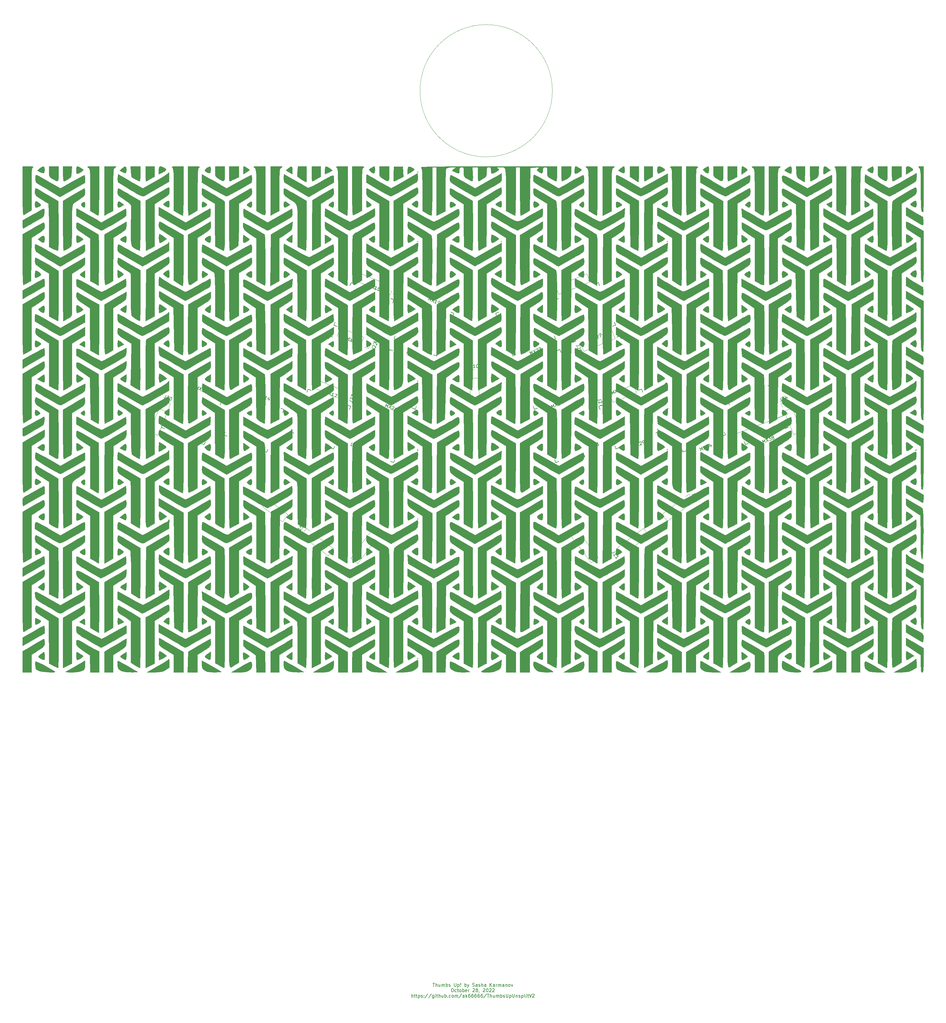
<source format=gbr>
G04 #@! TF.GenerationSoftware,KiCad,Pcbnew,(5.1.4)-1*
G04 #@! TF.CreationDate,2022-11-11T03:01:56-05:00*
G04 #@! TF.ProjectId,ThumbsUp,5468756d-6273-4557-902e-6b696361645f,rev?*
G04 #@! TF.SameCoordinates,Original*
G04 #@! TF.FileFunction,Legend,Top*
G04 #@! TF.FilePolarity,Positive*
%FSLAX46Y46*%
G04 Gerber Fmt 4.6, Leading zero omitted, Abs format (unit mm)*
G04 Created by KiCad (PCBNEW (5.1.4)-1) date 2022-11-11 03:01:56*
%MOMM*%
%LPD*%
G04 APERTURE LIST*
%ADD10C,0.120000*%
%ADD11C,0.150000*%
%ADD12C,0.010000*%
G04 APERTURE END LIST*
D10*
X170330636Y-86450000D02*
G75*
G03X170330636Y-86450000I-20130636J0D01*
G01*
D11*
X133959523Y-358102380D02*
X134530952Y-358102380D01*
X134245238Y-359102380D02*
X134245238Y-358102380D01*
X134864285Y-359102380D02*
X134864285Y-358102380D01*
X135292857Y-359102380D02*
X135292857Y-358578571D01*
X135245238Y-358483333D01*
X135150000Y-358435714D01*
X135007142Y-358435714D01*
X134911904Y-358483333D01*
X134864285Y-358530952D01*
X136197619Y-358435714D02*
X136197619Y-359102380D01*
X135769047Y-358435714D02*
X135769047Y-358959523D01*
X135816666Y-359054761D01*
X135911904Y-359102380D01*
X136054761Y-359102380D01*
X136150000Y-359054761D01*
X136197619Y-359007142D01*
X136673809Y-359102380D02*
X136673809Y-358435714D01*
X136673809Y-358530952D02*
X136721428Y-358483333D01*
X136816666Y-358435714D01*
X136959523Y-358435714D01*
X137054761Y-358483333D01*
X137102380Y-358578571D01*
X137102380Y-359102380D01*
X137102380Y-358578571D02*
X137150000Y-358483333D01*
X137245238Y-358435714D01*
X137388095Y-358435714D01*
X137483333Y-358483333D01*
X137530952Y-358578571D01*
X137530952Y-359102380D01*
X138007142Y-359102380D02*
X138007142Y-358102380D01*
X138007142Y-358483333D02*
X138102380Y-358435714D01*
X138292857Y-358435714D01*
X138388095Y-358483333D01*
X138435714Y-358530952D01*
X138483333Y-358626190D01*
X138483333Y-358911904D01*
X138435714Y-359007142D01*
X138388095Y-359054761D01*
X138292857Y-359102380D01*
X138102380Y-359102380D01*
X138007142Y-359054761D01*
X138864285Y-359054761D02*
X138959523Y-359102380D01*
X139150000Y-359102380D01*
X139245238Y-359054761D01*
X139292857Y-358959523D01*
X139292857Y-358911904D01*
X139245238Y-358816666D01*
X139150000Y-358769047D01*
X139007142Y-358769047D01*
X138911904Y-358721428D01*
X138864285Y-358626190D01*
X138864285Y-358578571D01*
X138911904Y-358483333D01*
X139007142Y-358435714D01*
X139150000Y-358435714D01*
X139245238Y-358483333D01*
X140483333Y-358102380D02*
X140483333Y-358911904D01*
X140530952Y-359007142D01*
X140578571Y-359054761D01*
X140673809Y-359102380D01*
X140864285Y-359102380D01*
X140959523Y-359054761D01*
X141007142Y-359007142D01*
X141054761Y-358911904D01*
X141054761Y-358102380D01*
X141530952Y-358435714D02*
X141530952Y-359435714D01*
X141530952Y-358483333D02*
X141626190Y-358435714D01*
X141816666Y-358435714D01*
X141911904Y-358483333D01*
X141959523Y-358530952D01*
X142007142Y-358626190D01*
X142007142Y-358911904D01*
X141959523Y-359007142D01*
X141911904Y-359054761D01*
X141816666Y-359102380D01*
X141626190Y-359102380D01*
X141530952Y-359054761D01*
X142435714Y-359007142D02*
X142483333Y-359054761D01*
X142435714Y-359102380D01*
X142388095Y-359054761D01*
X142435714Y-359007142D01*
X142435714Y-359102380D01*
X142435714Y-358721428D02*
X142388095Y-358150000D01*
X142435714Y-358102380D01*
X142483333Y-358150000D01*
X142435714Y-358721428D01*
X142435714Y-358102380D01*
X143673809Y-359102380D02*
X143673809Y-358102380D01*
X143673809Y-358483333D02*
X143769047Y-358435714D01*
X143959523Y-358435714D01*
X144054761Y-358483333D01*
X144102380Y-358530952D01*
X144150000Y-358626190D01*
X144150000Y-358911904D01*
X144102380Y-359007142D01*
X144054761Y-359054761D01*
X143959523Y-359102380D01*
X143769047Y-359102380D01*
X143673809Y-359054761D01*
X144483333Y-358435714D02*
X144721428Y-359102380D01*
X144959523Y-358435714D02*
X144721428Y-359102380D01*
X144626190Y-359340476D01*
X144578571Y-359388095D01*
X144483333Y-359435714D01*
X146054761Y-359054761D02*
X146197619Y-359102380D01*
X146435714Y-359102380D01*
X146530952Y-359054761D01*
X146578571Y-359007142D01*
X146626190Y-358911904D01*
X146626190Y-358816666D01*
X146578571Y-358721428D01*
X146530952Y-358673809D01*
X146435714Y-358626190D01*
X146245238Y-358578571D01*
X146150000Y-358530952D01*
X146102380Y-358483333D01*
X146054761Y-358388095D01*
X146054761Y-358292857D01*
X146102380Y-358197619D01*
X146150000Y-358150000D01*
X146245238Y-358102380D01*
X146483333Y-358102380D01*
X146626190Y-358150000D01*
X147483333Y-359102380D02*
X147483333Y-358578571D01*
X147435714Y-358483333D01*
X147340476Y-358435714D01*
X147150000Y-358435714D01*
X147054761Y-358483333D01*
X147483333Y-359054761D02*
X147388095Y-359102380D01*
X147150000Y-359102380D01*
X147054761Y-359054761D01*
X147007142Y-358959523D01*
X147007142Y-358864285D01*
X147054761Y-358769047D01*
X147150000Y-358721428D01*
X147388095Y-358721428D01*
X147483333Y-358673809D01*
X147911904Y-359054761D02*
X148007142Y-359102380D01*
X148197619Y-359102380D01*
X148292857Y-359054761D01*
X148340476Y-358959523D01*
X148340476Y-358911904D01*
X148292857Y-358816666D01*
X148197619Y-358769047D01*
X148054761Y-358769047D01*
X147959523Y-358721428D01*
X147911904Y-358626190D01*
X147911904Y-358578571D01*
X147959523Y-358483333D01*
X148054761Y-358435714D01*
X148197619Y-358435714D01*
X148292857Y-358483333D01*
X148769047Y-359102380D02*
X148769047Y-358102380D01*
X149197619Y-359102380D02*
X149197619Y-358578571D01*
X149150000Y-358483333D01*
X149054761Y-358435714D01*
X148911904Y-358435714D01*
X148816666Y-358483333D01*
X148769047Y-358530952D01*
X150102380Y-359102380D02*
X150102380Y-358578571D01*
X150054761Y-358483333D01*
X149959523Y-358435714D01*
X149769047Y-358435714D01*
X149673809Y-358483333D01*
X150102380Y-359054761D02*
X150007142Y-359102380D01*
X149769047Y-359102380D01*
X149673809Y-359054761D01*
X149626190Y-358959523D01*
X149626190Y-358864285D01*
X149673809Y-358769047D01*
X149769047Y-358721428D01*
X150007142Y-358721428D01*
X150102380Y-358673809D01*
X151340476Y-359102380D02*
X151340476Y-358102380D01*
X151911904Y-359102380D02*
X151483333Y-358530952D01*
X151911904Y-358102380D02*
X151340476Y-358673809D01*
X152769047Y-359102380D02*
X152769047Y-358578571D01*
X152721428Y-358483333D01*
X152626190Y-358435714D01*
X152435714Y-358435714D01*
X152340476Y-358483333D01*
X152769047Y-359054761D02*
X152673809Y-359102380D01*
X152435714Y-359102380D01*
X152340476Y-359054761D01*
X152292857Y-358959523D01*
X152292857Y-358864285D01*
X152340476Y-358769047D01*
X152435714Y-358721428D01*
X152673809Y-358721428D01*
X152769047Y-358673809D01*
X153245238Y-359102380D02*
X153245238Y-358435714D01*
X153245238Y-358626190D02*
X153292857Y-358530952D01*
X153340476Y-358483333D01*
X153435714Y-358435714D01*
X153530952Y-358435714D01*
X153864285Y-359102380D02*
X153864285Y-358435714D01*
X153864285Y-358530952D02*
X153911904Y-358483333D01*
X154007142Y-358435714D01*
X154150000Y-358435714D01*
X154245238Y-358483333D01*
X154292857Y-358578571D01*
X154292857Y-359102380D01*
X154292857Y-358578571D02*
X154340476Y-358483333D01*
X154435714Y-358435714D01*
X154578571Y-358435714D01*
X154673809Y-358483333D01*
X154721428Y-358578571D01*
X154721428Y-359102380D01*
X155626190Y-359102380D02*
X155626190Y-358578571D01*
X155578571Y-358483333D01*
X155483333Y-358435714D01*
X155292857Y-358435714D01*
X155197619Y-358483333D01*
X155626190Y-359054761D02*
X155530952Y-359102380D01*
X155292857Y-359102380D01*
X155197619Y-359054761D01*
X155150000Y-358959523D01*
X155150000Y-358864285D01*
X155197619Y-358769047D01*
X155292857Y-358721428D01*
X155530952Y-358721428D01*
X155626190Y-358673809D01*
X156102380Y-358435714D02*
X156102380Y-359102380D01*
X156102380Y-358530952D02*
X156150000Y-358483333D01*
X156245238Y-358435714D01*
X156388095Y-358435714D01*
X156483333Y-358483333D01*
X156530952Y-358578571D01*
X156530952Y-359102380D01*
X157150000Y-359102380D02*
X157054761Y-359054761D01*
X157007142Y-359007142D01*
X156959523Y-358911904D01*
X156959523Y-358626190D01*
X157007142Y-358530952D01*
X157054761Y-358483333D01*
X157150000Y-358435714D01*
X157292857Y-358435714D01*
X157388095Y-358483333D01*
X157435714Y-358530952D01*
X157483333Y-358626190D01*
X157483333Y-358911904D01*
X157435714Y-359007142D01*
X157388095Y-359054761D01*
X157292857Y-359102380D01*
X157150000Y-359102380D01*
X157816666Y-358435714D02*
X158054761Y-359102380D01*
X158292857Y-358435714D01*
X139840476Y-359752380D02*
X140030952Y-359752380D01*
X140126190Y-359800000D01*
X140221428Y-359895238D01*
X140269047Y-360085714D01*
X140269047Y-360419047D01*
X140221428Y-360609523D01*
X140126190Y-360704761D01*
X140030952Y-360752380D01*
X139840476Y-360752380D01*
X139745238Y-360704761D01*
X139650000Y-360609523D01*
X139602380Y-360419047D01*
X139602380Y-360085714D01*
X139650000Y-359895238D01*
X139745238Y-359800000D01*
X139840476Y-359752380D01*
X141126190Y-360704761D02*
X141030952Y-360752380D01*
X140840476Y-360752380D01*
X140745238Y-360704761D01*
X140697619Y-360657142D01*
X140650000Y-360561904D01*
X140650000Y-360276190D01*
X140697619Y-360180952D01*
X140745238Y-360133333D01*
X140840476Y-360085714D01*
X141030952Y-360085714D01*
X141126190Y-360133333D01*
X141411904Y-360085714D02*
X141792857Y-360085714D01*
X141554761Y-359752380D02*
X141554761Y-360609523D01*
X141602380Y-360704761D01*
X141697619Y-360752380D01*
X141792857Y-360752380D01*
X142269047Y-360752380D02*
X142173809Y-360704761D01*
X142126190Y-360657142D01*
X142078571Y-360561904D01*
X142078571Y-360276190D01*
X142126190Y-360180952D01*
X142173809Y-360133333D01*
X142269047Y-360085714D01*
X142411904Y-360085714D01*
X142507142Y-360133333D01*
X142554761Y-360180952D01*
X142602380Y-360276190D01*
X142602380Y-360561904D01*
X142554761Y-360657142D01*
X142507142Y-360704761D01*
X142411904Y-360752380D01*
X142269047Y-360752380D01*
X143030952Y-360752380D02*
X143030952Y-359752380D01*
X143030952Y-360133333D02*
X143126190Y-360085714D01*
X143316666Y-360085714D01*
X143411904Y-360133333D01*
X143459523Y-360180952D01*
X143507142Y-360276190D01*
X143507142Y-360561904D01*
X143459523Y-360657142D01*
X143411904Y-360704761D01*
X143316666Y-360752380D01*
X143126190Y-360752380D01*
X143030952Y-360704761D01*
X144316666Y-360704761D02*
X144221428Y-360752380D01*
X144030952Y-360752380D01*
X143935714Y-360704761D01*
X143888095Y-360609523D01*
X143888095Y-360228571D01*
X143935714Y-360133333D01*
X144030952Y-360085714D01*
X144221428Y-360085714D01*
X144316666Y-360133333D01*
X144364285Y-360228571D01*
X144364285Y-360323809D01*
X143888095Y-360419047D01*
X144792857Y-360752380D02*
X144792857Y-360085714D01*
X144792857Y-360276190D02*
X144840476Y-360180952D01*
X144888095Y-360133333D01*
X144983333Y-360085714D01*
X145078571Y-360085714D01*
X146126190Y-359847619D02*
X146173809Y-359800000D01*
X146269047Y-359752380D01*
X146507142Y-359752380D01*
X146602380Y-359800000D01*
X146650000Y-359847619D01*
X146697619Y-359942857D01*
X146697619Y-360038095D01*
X146650000Y-360180952D01*
X146078571Y-360752380D01*
X146697619Y-360752380D01*
X147269047Y-360180952D02*
X147173809Y-360133333D01*
X147126190Y-360085714D01*
X147078571Y-359990476D01*
X147078571Y-359942857D01*
X147126190Y-359847619D01*
X147173809Y-359800000D01*
X147269047Y-359752380D01*
X147459523Y-359752380D01*
X147554761Y-359800000D01*
X147602380Y-359847619D01*
X147650000Y-359942857D01*
X147650000Y-359990476D01*
X147602380Y-360085714D01*
X147554761Y-360133333D01*
X147459523Y-360180952D01*
X147269047Y-360180952D01*
X147173809Y-360228571D01*
X147126190Y-360276190D01*
X147078571Y-360371428D01*
X147078571Y-360561904D01*
X147126190Y-360657142D01*
X147173809Y-360704761D01*
X147269047Y-360752380D01*
X147459523Y-360752380D01*
X147554761Y-360704761D01*
X147602380Y-360657142D01*
X147650000Y-360561904D01*
X147650000Y-360371428D01*
X147602380Y-360276190D01*
X147554761Y-360228571D01*
X147459523Y-360180952D01*
X148126190Y-360704761D02*
X148126190Y-360752380D01*
X148078571Y-360847619D01*
X148030952Y-360895238D01*
X149269047Y-359847619D02*
X149316666Y-359800000D01*
X149411904Y-359752380D01*
X149650000Y-359752380D01*
X149745238Y-359800000D01*
X149792857Y-359847619D01*
X149840476Y-359942857D01*
X149840476Y-360038095D01*
X149792857Y-360180952D01*
X149221428Y-360752380D01*
X149840476Y-360752380D01*
X150459523Y-359752380D02*
X150554761Y-359752380D01*
X150650000Y-359800000D01*
X150697619Y-359847619D01*
X150745238Y-359942857D01*
X150792857Y-360133333D01*
X150792857Y-360371428D01*
X150745238Y-360561904D01*
X150697619Y-360657142D01*
X150650000Y-360704761D01*
X150554761Y-360752380D01*
X150459523Y-360752380D01*
X150364285Y-360704761D01*
X150316666Y-360657142D01*
X150269047Y-360561904D01*
X150221428Y-360371428D01*
X150221428Y-360133333D01*
X150269047Y-359942857D01*
X150316666Y-359847619D01*
X150364285Y-359800000D01*
X150459523Y-359752380D01*
X151173809Y-359847619D02*
X151221428Y-359800000D01*
X151316666Y-359752380D01*
X151554761Y-359752380D01*
X151650000Y-359800000D01*
X151697619Y-359847619D01*
X151745238Y-359942857D01*
X151745238Y-360038095D01*
X151697619Y-360180952D01*
X151126190Y-360752380D01*
X151745238Y-360752380D01*
X152126190Y-359847619D02*
X152173809Y-359800000D01*
X152269047Y-359752380D01*
X152507142Y-359752380D01*
X152602380Y-359800000D01*
X152650000Y-359847619D01*
X152697619Y-359942857D01*
X152697619Y-360038095D01*
X152650000Y-360180952D01*
X152078571Y-360752380D01*
X152697619Y-360752380D01*
X127507142Y-362402380D02*
X127507142Y-361402380D01*
X127935714Y-362402380D02*
X127935714Y-361878571D01*
X127888095Y-361783333D01*
X127792857Y-361735714D01*
X127650000Y-361735714D01*
X127554761Y-361783333D01*
X127507142Y-361830952D01*
X128269047Y-361735714D02*
X128650000Y-361735714D01*
X128411904Y-361402380D02*
X128411904Y-362259523D01*
X128459523Y-362354761D01*
X128554761Y-362402380D01*
X128650000Y-362402380D01*
X128840476Y-361735714D02*
X129221428Y-361735714D01*
X128983333Y-361402380D02*
X128983333Y-362259523D01*
X129030952Y-362354761D01*
X129126190Y-362402380D01*
X129221428Y-362402380D01*
X129554761Y-361735714D02*
X129554761Y-362735714D01*
X129554761Y-361783333D02*
X129650000Y-361735714D01*
X129840476Y-361735714D01*
X129935714Y-361783333D01*
X129983333Y-361830952D01*
X130030952Y-361926190D01*
X130030952Y-362211904D01*
X129983333Y-362307142D01*
X129935714Y-362354761D01*
X129840476Y-362402380D01*
X129650000Y-362402380D01*
X129554761Y-362354761D01*
X130411904Y-362354761D02*
X130507142Y-362402380D01*
X130697619Y-362402380D01*
X130792857Y-362354761D01*
X130840476Y-362259523D01*
X130840476Y-362211904D01*
X130792857Y-362116666D01*
X130697619Y-362069047D01*
X130554761Y-362069047D01*
X130459523Y-362021428D01*
X130411904Y-361926190D01*
X130411904Y-361878571D01*
X130459523Y-361783333D01*
X130554761Y-361735714D01*
X130697619Y-361735714D01*
X130792857Y-361783333D01*
X131269047Y-362307142D02*
X131316666Y-362354761D01*
X131269047Y-362402380D01*
X131221428Y-362354761D01*
X131269047Y-362307142D01*
X131269047Y-362402380D01*
X131269047Y-361783333D02*
X131316666Y-361830952D01*
X131269047Y-361878571D01*
X131221428Y-361830952D01*
X131269047Y-361783333D01*
X131269047Y-361878571D01*
X132459523Y-361354761D02*
X131602380Y-362640476D01*
X133507142Y-361354761D02*
X132650000Y-362640476D01*
X134269047Y-361735714D02*
X134269047Y-362545238D01*
X134221428Y-362640476D01*
X134173809Y-362688095D01*
X134078571Y-362735714D01*
X133935714Y-362735714D01*
X133840476Y-362688095D01*
X134269047Y-362354761D02*
X134173809Y-362402380D01*
X133983333Y-362402380D01*
X133888095Y-362354761D01*
X133840476Y-362307142D01*
X133792857Y-362211904D01*
X133792857Y-361926190D01*
X133840476Y-361830952D01*
X133888095Y-361783333D01*
X133983333Y-361735714D01*
X134173809Y-361735714D01*
X134269047Y-361783333D01*
X134745238Y-362402380D02*
X134745238Y-361735714D01*
X134745238Y-361402380D02*
X134697619Y-361450000D01*
X134745238Y-361497619D01*
X134792857Y-361450000D01*
X134745238Y-361402380D01*
X134745238Y-361497619D01*
X135078571Y-361735714D02*
X135459523Y-361735714D01*
X135221428Y-361402380D02*
X135221428Y-362259523D01*
X135269047Y-362354761D01*
X135364285Y-362402380D01*
X135459523Y-362402380D01*
X135792857Y-362402380D02*
X135792857Y-361402380D01*
X136221428Y-362402380D02*
X136221428Y-361878571D01*
X136173809Y-361783333D01*
X136078571Y-361735714D01*
X135935714Y-361735714D01*
X135840476Y-361783333D01*
X135792857Y-361830952D01*
X137126190Y-361735714D02*
X137126190Y-362402380D01*
X136697619Y-361735714D02*
X136697619Y-362259523D01*
X136745238Y-362354761D01*
X136840476Y-362402380D01*
X136983333Y-362402380D01*
X137078571Y-362354761D01*
X137126190Y-362307142D01*
X137602380Y-362402380D02*
X137602380Y-361402380D01*
X137602380Y-361783333D02*
X137697619Y-361735714D01*
X137888095Y-361735714D01*
X137983333Y-361783333D01*
X138030952Y-361830952D01*
X138078571Y-361926190D01*
X138078571Y-362211904D01*
X138030952Y-362307142D01*
X137983333Y-362354761D01*
X137888095Y-362402380D01*
X137697619Y-362402380D01*
X137602380Y-362354761D01*
X138507142Y-362307142D02*
X138554761Y-362354761D01*
X138507142Y-362402380D01*
X138459523Y-362354761D01*
X138507142Y-362307142D01*
X138507142Y-362402380D01*
X139411904Y-362354761D02*
X139316666Y-362402380D01*
X139126190Y-362402380D01*
X139030952Y-362354761D01*
X138983333Y-362307142D01*
X138935714Y-362211904D01*
X138935714Y-361926190D01*
X138983333Y-361830952D01*
X139030952Y-361783333D01*
X139126190Y-361735714D01*
X139316666Y-361735714D01*
X139411904Y-361783333D01*
X139983333Y-362402380D02*
X139888095Y-362354761D01*
X139840476Y-362307142D01*
X139792857Y-362211904D01*
X139792857Y-361926190D01*
X139840476Y-361830952D01*
X139888095Y-361783333D01*
X139983333Y-361735714D01*
X140126190Y-361735714D01*
X140221428Y-361783333D01*
X140269047Y-361830952D01*
X140316666Y-361926190D01*
X140316666Y-362211904D01*
X140269047Y-362307142D01*
X140221428Y-362354761D01*
X140126190Y-362402380D01*
X139983333Y-362402380D01*
X140745238Y-362402380D02*
X140745238Y-361735714D01*
X140745238Y-361830952D02*
X140792857Y-361783333D01*
X140888095Y-361735714D01*
X141030952Y-361735714D01*
X141126190Y-361783333D01*
X141173809Y-361878571D01*
X141173809Y-362402380D01*
X141173809Y-361878571D02*
X141221428Y-361783333D01*
X141316666Y-361735714D01*
X141459523Y-361735714D01*
X141554761Y-361783333D01*
X141602380Y-361878571D01*
X141602380Y-362402380D01*
X142792857Y-361354761D02*
X141935714Y-362640476D01*
X143554761Y-362402380D02*
X143554761Y-361878571D01*
X143507142Y-361783333D01*
X143411904Y-361735714D01*
X143221428Y-361735714D01*
X143126190Y-361783333D01*
X143554761Y-362354761D02*
X143459523Y-362402380D01*
X143221428Y-362402380D01*
X143126190Y-362354761D01*
X143078571Y-362259523D01*
X143078571Y-362164285D01*
X143126190Y-362069047D01*
X143221428Y-362021428D01*
X143459523Y-362021428D01*
X143554761Y-361973809D01*
X144030952Y-362402380D02*
X144030952Y-361402380D01*
X144126190Y-362021428D02*
X144411904Y-362402380D01*
X144411904Y-361735714D02*
X144030952Y-362116666D01*
X145269047Y-361402380D02*
X145078571Y-361402380D01*
X144983333Y-361450000D01*
X144935714Y-361497619D01*
X144840476Y-361640476D01*
X144792857Y-361830952D01*
X144792857Y-362211904D01*
X144840476Y-362307142D01*
X144888095Y-362354761D01*
X144983333Y-362402380D01*
X145173809Y-362402380D01*
X145269047Y-362354761D01*
X145316666Y-362307142D01*
X145364285Y-362211904D01*
X145364285Y-361973809D01*
X145316666Y-361878571D01*
X145269047Y-361830952D01*
X145173809Y-361783333D01*
X144983333Y-361783333D01*
X144888095Y-361830952D01*
X144840476Y-361878571D01*
X144792857Y-361973809D01*
X146221428Y-361402380D02*
X146030952Y-361402380D01*
X145935714Y-361450000D01*
X145888095Y-361497619D01*
X145792857Y-361640476D01*
X145745238Y-361830952D01*
X145745238Y-362211904D01*
X145792857Y-362307142D01*
X145840476Y-362354761D01*
X145935714Y-362402380D01*
X146126190Y-362402380D01*
X146221428Y-362354761D01*
X146269047Y-362307142D01*
X146316666Y-362211904D01*
X146316666Y-361973809D01*
X146269047Y-361878571D01*
X146221428Y-361830952D01*
X146126190Y-361783333D01*
X145935714Y-361783333D01*
X145840476Y-361830952D01*
X145792857Y-361878571D01*
X145745238Y-361973809D01*
X147173809Y-361402380D02*
X146983333Y-361402380D01*
X146888095Y-361450000D01*
X146840476Y-361497619D01*
X146745238Y-361640476D01*
X146697619Y-361830952D01*
X146697619Y-362211904D01*
X146745238Y-362307142D01*
X146792857Y-362354761D01*
X146888095Y-362402380D01*
X147078571Y-362402380D01*
X147173809Y-362354761D01*
X147221428Y-362307142D01*
X147269047Y-362211904D01*
X147269047Y-361973809D01*
X147221428Y-361878571D01*
X147173809Y-361830952D01*
X147078571Y-361783333D01*
X146888095Y-361783333D01*
X146792857Y-361830952D01*
X146745238Y-361878571D01*
X146697619Y-361973809D01*
X148126190Y-361402380D02*
X147935714Y-361402380D01*
X147840476Y-361450000D01*
X147792857Y-361497619D01*
X147697619Y-361640476D01*
X147650000Y-361830952D01*
X147650000Y-362211904D01*
X147697619Y-362307142D01*
X147745238Y-362354761D01*
X147840476Y-362402380D01*
X148030952Y-362402380D01*
X148126190Y-362354761D01*
X148173809Y-362307142D01*
X148221428Y-362211904D01*
X148221428Y-361973809D01*
X148173809Y-361878571D01*
X148126190Y-361830952D01*
X148030952Y-361783333D01*
X147840476Y-361783333D01*
X147745238Y-361830952D01*
X147697619Y-361878571D01*
X147650000Y-361973809D01*
X149078571Y-361402380D02*
X148888095Y-361402380D01*
X148792857Y-361450000D01*
X148745238Y-361497619D01*
X148650000Y-361640476D01*
X148602380Y-361830952D01*
X148602380Y-362211904D01*
X148650000Y-362307142D01*
X148697619Y-362354761D01*
X148792857Y-362402380D01*
X148983333Y-362402380D01*
X149078571Y-362354761D01*
X149126190Y-362307142D01*
X149173809Y-362211904D01*
X149173809Y-361973809D01*
X149126190Y-361878571D01*
X149078571Y-361830952D01*
X148983333Y-361783333D01*
X148792857Y-361783333D01*
X148697619Y-361830952D01*
X148650000Y-361878571D01*
X148602380Y-361973809D01*
X150316666Y-361354761D02*
X149459523Y-362640476D01*
X150507142Y-361402380D02*
X151078571Y-361402380D01*
X150792857Y-362402380D02*
X150792857Y-361402380D01*
X151411904Y-362402380D02*
X151411904Y-361402380D01*
X151840476Y-362402380D02*
X151840476Y-361878571D01*
X151792857Y-361783333D01*
X151697619Y-361735714D01*
X151554761Y-361735714D01*
X151459523Y-361783333D01*
X151411904Y-361830952D01*
X152745238Y-361735714D02*
X152745238Y-362402380D01*
X152316666Y-361735714D02*
X152316666Y-362259523D01*
X152364285Y-362354761D01*
X152459523Y-362402380D01*
X152602380Y-362402380D01*
X152697619Y-362354761D01*
X152745238Y-362307142D01*
X153221428Y-362402380D02*
X153221428Y-361735714D01*
X153221428Y-361830952D02*
X153269047Y-361783333D01*
X153364285Y-361735714D01*
X153507142Y-361735714D01*
X153602380Y-361783333D01*
X153650000Y-361878571D01*
X153650000Y-362402380D01*
X153650000Y-361878571D02*
X153697619Y-361783333D01*
X153792857Y-361735714D01*
X153935714Y-361735714D01*
X154030952Y-361783333D01*
X154078571Y-361878571D01*
X154078571Y-362402380D01*
X154554761Y-362402380D02*
X154554761Y-361402380D01*
X154554761Y-361783333D02*
X154649999Y-361735714D01*
X154840476Y-361735714D01*
X154935714Y-361783333D01*
X154983333Y-361830952D01*
X155030952Y-361926190D01*
X155030952Y-362211904D01*
X154983333Y-362307142D01*
X154935714Y-362354761D01*
X154840476Y-362402380D01*
X154649999Y-362402380D01*
X154554761Y-362354761D01*
X155411904Y-362354761D02*
X155507142Y-362402380D01*
X155697619Y-362402380D01*
X155792857Y-362354761D01*
X155840476Y-362259523D01*
X155840476Y-362211904D01*
X155792857Y-362116666D01*
X155697619Y-362069047D01*
X155554761Y-362069047D01*
X155459523Y-362021428D01*
X155411904Y-361926190D01*
X155411904Y-361878571D01*
X155459523Y-361783333D01*
X155554761Y-361735714D01*
X155697619Y-361735714D01*
X155792857Y-361783333D01*
X156269047Y-361402380D02*
X156269047Y-362211904D01*
X156316666Y-362307142D01*
X156364285Y-362354761D01*
X156459523Y-362402380D01*
X156649999Y-362402380D01*
X156745238Y-362354761D01*
X156792857Y-362307142D01*
X156840476Y-362211904D01*
X156840476Y-361402380D01*
X157316666Y-361735714D02*
X157316666Y-362735714D01*
X157316666Y-361783333D02*
X157411904Y-361735714D01*
X157602380Y-361735714D01*
X157697619Y-361783333D01*
X157745238Y-361830952D01*
X157792857Y-361926190D01*
X157792857Y-362211904D01*
X157745238Y-362307142D01*
X157697619Y-362354761D01*
X157602380Y-362402380D01*
X157411904Y-362402380D01*
X157316666Y-362354761D01*
X158221428Y-361402380D02*
X158221428Y-362211904D01*
X158269047Y-362307142D01*
X158316666Y-362354761D01*
X158411904Y-362402380D01*
X158602380Y-362402380D01*
X158697619Y-362354761D01*
X158745238Y-362307142D01*
X158792857Y-362211904D01*
X158792857Y-361402380D01*
X159269047Y-361735714D02*
X159269047Y-362402380D01*
X159269047Y-361830952D02*
X159316666Y-361783333D01*
X159411904Y-361735714D01*
X159554761Y-361735714D01*
X159649999Y-361783333D01*
X159697619Y-361878571D01*
X159697619Y-362402380D01*
X160126190Y-362354761D02*
X160221428Y-362402380D01*
X160411904Y-362402380D01*
X160507142Y-362354761D01*
X160554761Y-362259523D01*
X160554761Y-362211904D01*
X160507142Y-362116666D01*
X160411904Y-362069047D01*
X160269047Y-362069047D01*
X160173809Y-362021428D01*
X160126190Y-361926190D01*
X160126190Y-361878571D01*
X160173809Y-361783333D01*
X160269047Y-361735714D01*
X160411904Y-361735714D01*
X160507142Y-361783333D01*
X160983333Y-361735714D02*
X160983333Y-362735714D01*
X160983333Y-361783333D02*
X161078571Y-361735714D01*
X161269047Y-361735714D01*
X161364285Y-361783333D01*
X161411904Y-361830952D01*
X161459523Y-361926190D01*
X161459523Y-362211904D01*
X161411904Y-362307142D01*
X161364285Y-362354761D01*
X161269047Y-362402380D01*
X161078571Y-362402380D01*
X160983333Y-362354761D01*
X162030952Y-362402380D02*
X161935714Y-362354761D01*
X161888095Y-362259523D01*
X161888095Y-361402380D01*
X162411904Y-362402380D02*
X162411904Y-361735714D01*
X162411904Y-361402380D02*
X162364285Y-361450000D01*
X162411904Y-361497619D01*
X162459523Y-361450000D01*
X162411904Y-361402380D01*
X162411904Y-361497619D01*
X162745238Y-361735714D02*
X163126190Y-361735714D01*
X162888095Y-361402380D02*
X162888095Y-362259523D01*
X162935714Y-362354761D01*
X163030952Y-362402380D01*
X163126190Y-362402380D01*
X163316666Y-361402380D02*
X163649999Y-362402380D01*
X163983333Y-361402380D01*
X164269047Y-361497619D02*
X164316666Y-361450000D01*
X164411904Y-361402380D01*
X164650000Y-361402380D01*
X164745238Y-361450000D01*
X164792857Y-361497619D01*
X164840476Y-361592857D01*
X164840476Y-361688095D01*
X164792857Y-361830952D01*
X164221428Y-362402380D01*
X164840476Y-362402380D01*
D10*
X242200000Y-184750000D02*
X226450000Y-190750000D01*
X238200000Y-186300000D02*
X242200000Y-184750000D01*
D12*
G36*
X129473158Y-111171789D02*
G01*
X129339474Y-111305473D01*
X129205790Y-111171789D01*
X129339474Y-111038105D01*
X129473158Y-111171789D01*
X129473158Y-111171789D01*
G37*
X129473158Y-111171789D02*
X129339474Y-111305473D01*
X129205790Y-111171789D01*
X129339474Y-111038105D01*
X129473158Y-111171789D01*
G36*
X267893010Y-109660160D02*
G01*
X267963611Y-110211187D01*
X267970000Y-110481087D01*
X267934119Y-111225296D01*
X267749119Y-111506217D01*
X267298965Y-111392416D01*
X266833684Y-111152545D01*
X266310354Y-110833648D01*
X266125105Y-110567070D01*
X266317414Y-110282546D01*
X266926762Y-109909812D01*
X267769474Y-109487035D01*
X267893010Y-109660160D01*
X267893010Y-109660160D01*
G37*
X267893010Y-109660160D02*
X267963611Y-110211187D01*
X267970000Y-110481087D01*
X267934119Y-111225296D01*
X267749119Y-111506217D01*
X267298965Y-111392416D01*
X266833684Y-111152545D01*
X266310354Y-110833648D01*
X266125105Y-110567070D01*
X266317414Y-110282546D01*
X266926762Y-109909812D01*
X267769474Y-109487035D01*
X267893010Y-109660160D01*
G36*
X217894434Y-109671226D02*
G01*
X217966824Y-110264068D01*
X217972105Y-110503368D01*
X217892098Y-111261429D01*
X217617598Y-111542844D01*
X217096884Y-111368841D01*
X216639258Y-111050446D01*
X216217852Y-110669629D01*
X216098484Y-110439510D01*
X216104521Y-110432997D01*
X216621870Y-110056723D01*
X217211543Y-109690509D01*
X217664800Y-109460008D01*
X217764228Y-109433895D01*
X217894434Y-109671226D01*
X217894434Y-109671226D01*
G37*
X217894434Y-109671226D02*
X217966824Y-110264068D01*
X217972105Y-110503368D01*
X217892098Y-111261429D01*
X217617598Y-111542844D01*
X217096884Y-111368841D01*
X216639258Y-111050446D01*
X216217852Y-110669629D01*
X216098484Y-110439510D01*
X216104521Y-110432997D01*
X216621870Y-110056723D01*
X217211543Y-109690509D01*
X217664800Y-109460008D01*
X217764228Y-109433895D01*
X217894434Y-109671226D01*
G36*
X203288829Y-109558603D02*
G01*
X203917115Y-109856034D01*
X204422476Y-110211144D01*
X204603684Y-110484598D01*
X204386444Y-110700767D01*
X203862963Y-111012722D01*
X203225599Y-111323011D01*
X202666711Y-111534180D01*
X202455666Y-111572842D01*
X202293913Y-111335623D01*
X202203951Y-110743028D01*
X202197369Y-110503368D01*
X202241404Y-109804940D01*
X202421484Y-109495966D01*
X202741512Y-109433895D01*
X203288829Y-109558603D01*
X203288829Y-109558603D01*
G37*
X203288829Y-109558603D02*
X203917115Y-109856034D01*
X204422476Y-110211144D01*
X204603684Y-110484598D01*
X204386444Y-110700767D01*
X203862963Y-111012722D01*
X203225599Y-111323011D01*
X202666711Y-111534180D01*
X202455666Y-111572842D01*
X202293913Y-111335623D01*
X202203951Y-110743028D01*
X202197369Y-110503368D01*
X202241404Y-109804940D01*
X202421484Y-109495966D01*
X202741512Y-109433895D01*
X203288829Y-109558603D01*
G36*
X192229801Y-109671675D02*
G01*
X192299636Y-110263952D01*
X192304737Y-110503368D01*
X192270735Y-111224192D01*
X192092259Y-111503381D01*
X191654603Y-111400862D01*
X191115366Y-111124747D01*
X190327048Y-110698062D01*
X191115366Y-110067306D01*
X191676862Y-109656573D01*
X192062152Y-109443503D01*
X192104211Y-109435223D01*
X192229801Y-109671675D01*
X192229801Y-109671675D01*
G37*
X192229801Y-109671675D02*
X192299636Y-110263952D01*
X192304737Y-110503368D01*
X192270735Y-111224192D01*
X192092259Y-111503381D01*
X191654603Y-111400862D01*
X191115366Y-111124747D01*
X190327048Y-110698062D01*
X191115366Y-110067306D01*
X191676862Y-109656573D01*
X192062152Y-109443503D01*
X192104211Y-109435223D01*
X192229801Y-109671675D01*
G36*
X116294434Y-109671226D02*
G01*
X116366824Y-110264068D01*
X116372105Y-110503368D01*
X116292098Y-111261429D01*
X116017598Y-111542844D01*
X115496884Y-111368841D01*
X115039258Y-111050446D01*
X114617852Y-110669629D01*
X114498484Y-110439510D01*
X114504521Y-110432997D01*
X115021870Y-110056723D01*
X115611543Y-109690509D01*
X116064800Y-109460008D01*
X116164228Y-109433895D01*
X116294434Y-109671226D01*
X116294434Y-109671226D01*
G37*
X116294434Y-109671226D02*
X116366824Y-110264068D01*
X116372105Y-110503368D01*
X116292098Y-111261429D01*
X116017598Y-111542844D01*
X115496884Y-111368841D01*
X115039258Y-111050446D01*
X114617852Y-110669629D01*
X114498484Y-110439510D01*
X114504521Y-110432997D01*
X115021870Y-110056723D01*
X115611543Y-109690509D01*
X116064800Y-109460008D01*
X116164228Y-109433895D01*
X116294434Y-109671226D01*
G36*
X66364161Y-109944609D02*
G01*
X66374211Y-110503368D01*
X66310843Y-111231672D01*
X66056267Y-111511812D01*
X65513770Y-111397543D01*
X65104211Y-111209244D01*
X64598309Y-110835867D01*
X64604133Y-110441544D01*
X65127056Y-109985823D01*
X65279148Y-109892594D01*
X65935204Y-109536684D01*
X66257377Y-109531992D01*
X66364161Y-109944609D01*
X66364161Y-109944609D01*
G37*
X66364161Y-109944609D02*
X66374211Y-110503368D01*
X66310843Y-111231672D01*
X66056267Y-111511812D01*
X65513770Y-111397543D01*
X65104211Y-111209244D01*
X64598309Y-110835867D01*
X64604133Y-110441544D01*
X65127056Y-109985823D01*
X65279148Y-109892594D01*
X65935204Y-109536684D01*
X66257377Y-109531992D01*
X66364161Y-109944609D01*
G36*
X40676697Y-109907043D02*
G01*
X40706842Y-110503368D01*
X40672799Y-111224368D01*
X40494184Y-111503462D01*
X40056270Y-111400685D01*
X39518431Y-111125250D01*
X38731073Y-110699068D01*
X39466499Y-110066481D01*
X40124344Y-109571800D01*
X40505661Y-109510876D01*
X40676697Y-109907043D01*
X40676697Y-109907043D01*
G37*
X40676697Y-109907043D02*
X40706842Y-110503368D01*
X40672799Y-111224368D01*
X40494184Y-111503462D01*
X40056270Y-111400685D01*
X39518431Y-111125250D01*
X38731073Y-110699068D01*
X39466499Y-110066481D01*
X40124344Y-109571800D01*
X40505661Y-109510876D01*
X40676697Y-109907043D01*
G36*
X15794625Y-109868245D02*
G01*
X15841579Y-110503368D01*
X15784204Y-111213636D01*
X15549756Y-111505215D01*
X15044749Y-111417773D01*
X14404833Y-111112992D01*
X13636507Y-110709865D01*
X14404833Y-110081495D01*
X15130371Y-109571130D01*
X15576014Y-109494872D01*
X15794625Y-109868245D01*
X15794625Y-109868245D01*
G37*
X15794625Y-109868245D02*
X15841579Y-110503368D01*
X15784204Y-111213636D01*
X15549756Y-111505215D01*
X15044749Y-111417773D01*
X14404833Y-111112992D01*
X13636507Y-110709865D01*
X14404833Y-110081495D01*
X15130371Y-109571130D01*
X15576014Y-109494872D01*
X15794625Y-109868245D01*
G36*
X278956529Y-109565176D02*
G01*
X279473440Y-109875745D01*
X279879885Y-110240693D01*
X280015405Y-110535109D01*
X279977659Y-110592261D01*
X279700790Y-110770735D01*
X279134085Y-111118484D01*
X278865263Y-111280850D01*
X277862632Y-111883823D01*
X277862632Y-110658859D01*
X277890984Y-109906229D01*
X278024143Y-109546372D01*
X278334260Y-109438320D01*
X278489614Y-109433895D01*
X278956529Y-109565176D01*
X278956529Y-109565176D01*
G37*
X278956529Y-109565176D02*
X279473440Y-109875745D01*
X279879885Y-110240693D01*
X280015405Y-110535109D01*
X279977659Y-110592261D01*
X279700790Y-110770735D01*
X279134085Y-111118484D01*
X278865263Y-111280850D01*
X277862632Y-111883823D01*
X277862632Y-110658859D01*
X277890984Y-109906229D01*
X278024143Y-109546372D01*
X278334260Y-109438320D01*
X278489614Y-109433895D01*
X278956529Y-109565176D01*
G36*
X253576369Y-109574008D02*
G01*
X254223016Y-110053840D01*
X254943746Y-110673785D01*
X253955274Y-111256998D01*
X253323663Y-111614863D01*
X252911843Y-111820680D01*
X252848401Y-111840210D01*
X252777761Y-111601019D01*
X252735411Y-110995901D01*
X252730000Y-110637052D01*
X252811249Y-109800838D01*
X253080580Y-109451487D01*
X253576369Y-109574008D01*
X253576369Y-109574008D01*
G37*
X253576369Y-109574008D02*
X254223016Y-110053840D01*
X254943746Y-110673785D01*
X253955274Y-111256998D01*
X253323663Y-111614863D01*
X252911843Y-111820680D01*
X252848401Y-111840210D01*
X252777761Y-111601019D01*
X252735411Y-110995901D01*
X252730000Y-110637052D01*
X252811249Y-109800838D01*
X253080580Y-109451487D01*
X253576369Y-109574008D01*
G36*
X243059551Y-109871648D02*
G01*
X243104737Y-110487589D01*
X243058605Y-111183500D01*
X242943878Y-111609135D01*
X242904211Y-111651856D01*
X242568529Y-111597517D01*
X241981363Y-111325589D01*
X241795624Y-111219127D01*
X240887564Y-110675827D01*
X241661940Y-110056189D01*
X242392209Y-109556400D01*
X242840613Y-109489664D01*
X243059551Y-109871648D01*
X243059551Y-109871648D01*
G37*
X243059551Y-109871648D02*
X243104737Y-110487589D01*
X243058605Y-111183500D01*
X242943878Y-111609135D01*
X242904211Y-111651856D01*
X242568529Y-111597517D01*
X241981363Y-111325589D01*
X241795624Y-111219127D01*
X240887564Y-110675827D01*
X241661940Y-110056189D01*
X242392209Y-109556400D01*
X242840613Y-109489664D01*
X243059551Y-109871648D01*
G36*
X228414805Y-109568967D02*
G01*
X228945715Y-109885965D01*
X229426361Y-110252561D01*
X229666366Y-110536424D01*
X229667466Y-110576235D01*
X229411824Y-110851623D01*
X228873190Y-111251801D01*
X228729115Y-111345437D01*
X227864737Y-111892722D01*
X227864737Y-110663308D01*
X227895759Y-109936491D01*
X227974415Y-109495280D01*
X228024010Y-109433895D01*
X228414805Y-109568967D01*
X228414805Y-109568967D01*
G37*
X228414805Y-109568967D02*
X228945715Y-109885965D01*
X229426361Y-110252561D01*
X229666366Y-110536424D01*
X229667466Y-110576235D01*
X229411824Y-110851623D01*
X228873190Y-111251801D01*
X228729115Y-111345437D01*
X227864737Y-111892722D01*
X227864737Y-110663308D01*
X227895759Y-109936491D01*
X227974415Y-109495280D01*
X228024010Y-109433895D01*
X228414805Y-109568967D01*
G36*
X177780717Y-109560023D02*
G01*
X178361477Y-109858483D01*
X178898914Y-110209392D01*
X179191973Y-110492864D01*
X179203684Y-110534605D01*
X178995824Y-110789143D01*
X178500220Y-111130095D01*
X177908835Y-111450471D01*
X177413634Y-111643282D01*
X177220776Y-111639758D01*
X177092306Y-111266076D01*
X177061847Y-110650026D01*
X177116245Y-110003524D01*
X177242346Y-109538487D01*
X177357695Y-109433895D01*
X177780717Y-109560023D01*
X177780717Y-109560023D01*
G37*
X177780717Y-109560023D02*
X178361477Y-109858483D01*
X178898914Y-110209392D01*
X179191973Y-110492864D01*
X179203684Y-110534605D01*
X178995824Y-110789143D01*
X178500220Y-111130095D01*
X177908835Y-111450471D01*
X177413634Y-111643282D01*
X177220776Y-111639758D01*
X177092306Y-111266076D01*
X177061847Y-110650026D01*
X177116245Y-110003524D01*
X177242346Y-109538487D01*
X177357695Y-109433895D01*
X177780717Y-109560023D01*
G36*
X127166329Y-109604962D02*
G01*
X127513909Y-109752996D01*
X128124844Y-110133333D01*
X128250762Y-110491770D01*
X127883132Y-110898359D01*
X127331972Y-111246615D01*
X126264737Y-111856177D01*
X126264737Y-110794499D01*
X126346535Y-109944639D01*
X126628687Y-109563450D01*
X127166329Y-109604962D01*
X127166329Y-109604962D01*
G37*
X127166329Y-109604962D02*
X127513909Y-109752996D01*
X128124844Y-110133333D01*
X128250762Y-110491770D01*
X127883132Y-110898359D01*
X127331972Y-111246615D01*
X126264737Y-111856177D01*
X126264737Y-110794499D01*
X126346535Y-109944639D01*
X126628687Y-109563450D01*
X127166329Y-109604962D01*
G36*
X101904023Y-109585762D02*
G01*
X102591779Y-110069646D01*
X103383032Y-110702741D01*
X102257569Y-111276910D01*
X101132105Y-111851078D01*
X101132105Y-110642486D01*
X101198212Y-109820863D01*
X101435855Y-109476338D01*
X101904023Y-109585762D01*
X101904023Y-109585762D01*
G37*
X101904023Y-109585762D02*
X102591779Y-110069646D01*
X103383032Y-110702741D01*
X102257569Y-111276910D01*
X101132105Y-111851078D01*
X101132105Y-110642486D01*
X101198212Y-109820863D01*
X101435855Y-109476338D01*
X101904023Y-109585762D01*
G36*
X91206816Y-109941870D02*
G01*
X91239474Y-110637052D01*
X91226234Y-111349315D01*
X91192727Y-111768832D01*
X91172632Y-111818060D01*
X90925569Y-111677720D01*
X90391687Y-111355050D01*
X90198043Y-111236052D01*
X89290297Y-110676194D01*
X90012426Y-110055044D01*
X90661595Y-109568213D01*
X91037231Y-109519820D01*
X91206816Y-109941870D01*
X91206816Y-109941870D01*
G37*
X91206816Y-109941870D02*
X91239474Y-110637052D01*
X91226234Y-111349315D01*
X91192727Y-111768832D01*
X91172632Y-111818060D01*
X90925569Y-111677720D01*
X90391687Y-111355050D01*
X90198043Y-111236052D01*
X89290297Y-110676194D01*
X90012426Y-110055044D01*
X90661595Y-109568213D01*
X91037231Y-109519820D01*
X91206816Y-109941870D01*
G36*
X76787625Y-109565269D02*
G01*
X77326051Y-109872850D01*
X77839451Y-110226823D01*
X78125878Y-110497373D01*
X78138421Y-110534605D01*
X77930015Y-110772567D01*
X77409649Y-111143353D01*
X77202632Y-111270047D01*
X76266842Y-111822176D01*
X76266842Y-110628035D01*
X76298725Y-109913395D01*
X76379323Y-109486799D01*
X76426116Y-109433895D01*
X76787625Y-109565269D01*
X76787625Y-109565269D01*
G37*
X76787625Y-109565269D02*
X77326051Y-109872850D01*
X77839451Y-110226823D01*
X78125878Y-110497373D01*
X78138421Y-110534605D01*
X77930015Y-110772567D01*
X77409649Y-111143353D01*
X77202632Y-111270047D01*
X76266842Y-111822176D01*
X76266842Y-110628035D01*
X76298725Y-109913395D01*
X76379323Y-109486799D01*
X76426116Y-109433895D01*
X76787625Y-109565269D01*
G36*
X51773303Y-109595271D02*
G01*
X52359332Y-109938140D01*
X52723953Y-110283080D01*
X52762084Y-110571276D01*
X52422234Y-110887946D01*
X51652911Y-111318306D01*
X51468421Y-111412608D01*
X50599474Y-111853942D01*
X50599474Y-110643918D01*
X50632339Y-109892192D01*
X50773476Y-109535324D01*
X51086696Y-109435289D01*
X51158881Y-109433895D01*
X51773303Y-109595271D01*
X51773303Y-109595271D01*
G37*
X51773303Y-109595271D02*
X52359332Y-109938140D01*
X52723953Y-110283080D01*
X52762084Y-110571276D01*
X52422234Y-110887946D01*
X51652911Y-111318306D01*
X51468421Y-111412608D01*
X50599474Y-111853942D01*
X50599474Y-110643918D01*
X50632339Y-109892192D01*
X50773476Y-109535324D01*
X51086696Y-109435289D01*
X51158881Y-109433895D01*
X51773303Y-109595271D01*
G36*
X26182823Y-109560023D02*
G01*
X26763582Y-109858483D01*
X27301020Y-110209392D01*
X27594078Y-110492864D01*
X27605790Y-110534605D01*
X27397929Y-110789143D01*
X26902325Y-111130095D01*
X26310940Y-111450471D01*
X25815740Y-111643282D01*
X25622881Y-111639758D01*
X25494411Y-111266076D01*
X25463952Y-110650026D01*
X25518350Y-110003524D01*
X25644451Y-109538487D01*
X25759800Y-109433895D01*
X26182823Y-109560023D01*
X26182823Y-109560023D01*
G37*
X26182823Y-109560023D02*
X26763582Y-109858483D01*
X27301020Y-110209392D01*
X27594078Y-110492864D01*
X27605790Y-110534605D01*
X27397929Y-110789143D01*
X26902325Y-111130095D01*
X26310940Y-111450471D01*
X25815740Y-111643282D01*
X25622881Y-111639758D01*
X25494411Y-111266076D01*
X25463952Y-110650026D01*
X25518350Y-110003524D01*
X25644451Y-109538487D01*
X25759800Y-109433895D01*
X26182823Y-109560023D01*
G36*
X276525790Y-112596598D02*
G01*
X275288956Y-113287878D01*
X274549792Y-113678055D01*
X273996073Y-113928718D01*
X273818429Y-113979158D01*
X273712827Y-113732314D01*
X273632060Y-113073603D01*
X273588750Y-112125753D01*
X273584737Y-111706526D01*
X273584737Y-109433895D01*
X276525790Y-109433895D01*
X276525790Y-112596598D01*
X276525790Y-112596598D01*
G37*
X276525790Y-112596598D02*
X275288956Y-113287878D01*
X274549792Y-113678055D01*
X273996073Y-113928718D01*
X273818429Y-113979158D01*
X273712827Y-113732314D01*
X273632060Y-113073603D01*
X273588750Y-112125753D01*
X273584737Y-111706526D01*
X273584737Y-109433895D01*
X276525790Y-109433895D01*
X276525790Y-112596598D01*
G36*
X272247895Y-111706526D02*
G01*
X272233111Y-112889972D01*
X272143720Y-113597028D01*
X271912165Y-113885994D01*
X271470887Y-113815172D01*
X270752328Y-113442862D01*
X270443158Y-113263960D01*
X269811060Y-112874291D01*
X269471710Y-112527299D01*
X269334042Y-112042996D01*
X269306992Y-111241396D01*
X269306842Y-111018073D01*
X269306842Y-109433895D01*
X272247895Y-109433895D01*
X272247895Y-111706526D01*
X272247895Y-111706526D01*
G37*
X272247895Y-111706526D02*
X272233111Y-112889972D01*
X272143720Y-113597028D01*
X271912165Y-113885994D01*
X271470887Y-113815172D01*
X270752328Y-113442862D01*
X270443158Y-113263960D01*
X269811060Y-112874291D01*
X269471710Y-112527299D01*
X269334042Y-112042996D01*
X269306992Y-111241396D01*
X269306842Y-111018073D01*
X269306842Y-109433895D01*
X272247895Y-109433895D01*
X272247895Y-111706526D01*
G36*
X251339074Y-111065512D02*
G01*
X251278648Y-111973384D01*
X251146433Y-112521859D01*
X250848315Y-112885809D01*
X250290179Y-113240109D01*
X250115981Y-113338144D01*
X249429051Y-113709980D01*
X248956260Y-113941294D01*
X248845981Y-113979158D01*
X248788810Y-113732270D01*
X248745086Y-113073451D01*
X248721643Y-112125462D01*
X248719474Y-111706526D01*
X248719474Y-109433895D01*
X251418674Y-109433895D01*
X251339074Y-111065512D01*
X251339074Y-111065512D01*
G37*
X251339074Y-111065512D02*
X251278648Y-111973384D01*
X251146433Y-112521859D01*
X250848315Y-112885809D01*
X250290179Y-113240109D01*
X250115981Y-113338144D01*
X249429051Y-113709980D01*
X248956260Y-113941294D01*
X248845981Y-113979158D01*
X248788810Y-113732270D01*
X248745086Y-113073451D01*
X248721643Y-112125462D01*
X248719474Y-111706526D01*
X248719474Y-109433895D01*
X251418674Y-109433895D01*
X251339074Y-111065512D01*
G36*
X226527895Y-112633307D02*
G01*
X225199941Y-113306233D01*
X224446700Y-113675965D01*
X223903507Y-113920384D01*
X223729415Y-113979158D01*
X223664983Y-113732275D01*
X223615707Y-113073468D01*
X223589288Y-112125495D01*
X223586842Y-111706526D01*
X223586842Y-109433895D01*
X226527895Y-109433895D01*
X226527895Y-112633307D01*
X226527895Y-112633307D01*
G37*
X226527895Y-112633307D02*
X225199941Y-113306233D01*
X224446700Y-113675965D01*
X223903507Y-113920384D01*
X223729415Y-113979158D01*
X223664983Y-113732275D01*
X223615707Y-113073468D01*
X223589288Y-112125495D01*
X223586842Y-111706526D01*
X223586842Y-109433895D01*
X226527895Y-109433895D01*
X226527895Y-112633307D01*
G36*
X222250000Y-111706526D02*
G01*
X222235216Y-112889972D01*
X222145825Y-113597028D01*
X221914270Y-113885994D01*
X221472992Y-113815172D01*
X220754433Y-113442862D01*
X220445263Y-113263960D01*
X219813165Y-112874291D01*
X219473815Y-112527299D01*
X219336148Y-112042996D01*
X219309097Y-111241396D01*
X219308947Y-111018073D01*
X219308947Y-109433895D01*
X222250000Y-109433895D01*
X222250000Y-111706526D01*
X222250000Y-111706526D01*
G37*
X222250000Y-111706526D02*
X222235216Y-112889972D01*
X222145825Y-113597028D01*
X221914270Y-113885994D01*
X221472992Y-113815172D01*
X220754433Y-113442862D01*
X220445263Y-113263960D01*
X219813165Y-112874291D01*
X219473815Y-112527299D01*
X219336148Y-112042996D01*
X219309097Y-111241396D01*
X219308947Y-111018073D01*
X219308947Y-109433895D01*
X222250000Y-109433895D01*
X222250000Y-111706526D01*
G36*
X200860526Y-112591504D02*
G01*
X199676600Y-113285331D01*
X198974874Y-113680506D01*
X198475991Y-113931783D01*
X198339758Y-113979158D01*
X198270653Y-113732279D01*
X198217802Y-113073480D01*
X198189465Y-112125518D01*
X198186842Y-111706526D01*
X198186842Y-109433895D01*
X200860526Y-109433895D01*
X200860526Y-112591504D01*
X200860526Y-112591504D01*
G37*
X200860526Y-112591504D02*
X199676600Y-113285331D01*
X198974874Y-113680506D01*
X198475991Y-113931783D01*
X198339758Y-113979158D01*
X198270653Y-113732279D01*
X198217802Y-113073480D01*
X198189465Y-112125518D01*
X198186842Y-111706526D01*
X198186842Y-109433895D01*
X200860526Y-109433895D01*
X200860526Y-112591504D01*
G36*
X175995263Y-110862982D02*
G01*
X175923091Y-111892703D01*
X175686309Y-112524301D01*
X175527369Y-112702319D01*
X175035687Y-113055619D01*
X174360326Y-113457438D01*
X173698362Y-113799602D01*
X173246874Y-113973935D01*
X173201172Y-113979158D01*
X173134757Y-113732277D01*
X173083964Y-113073473D01*
X173056731Y-112125504D01*
X173054211Y-111706526D01*
X173054211Y-109433895D01*
X175995263Y-109433895D01*
X175995263Y-110862982D01*
X175995263Y-110862982D01*
G37*
X175995263Y-110862982D02*
X175923091Y-111892703D01*
X175686309Y-112524301D01*
X175527369Y-112702319D01*
X175035687Y-113055619D01*
X174360326Y-113457438D01*
X173698362Y-113799602D01*
X173246874Y-113973935D01*
X173201172Y-113979158D01*
X173134757Y-113732277D01*
X173083964Y-113073473D01*
X173056731Y-112125504D01*
X173054211Y-111706526D01*
X173054211Y-109433895D01*
X175995263Y-109433895D01*
X175995263Y-110862982D01*
G36*
X124874064Y-111093850D02*
G01*
X124953918Y-112620120D01*
X123612953Y-113299639D01*
X122853670Y-113671630D01*
X122301601Y-113918447D01*
X122118602Y-113979158D01*
X122057053Y-113732862D01*
X122026829Y-113076900D01*
X122032200Y-112135655D01*
X122042871Y-111773368D01*
X122120526Y-109567579D01*
X124794211Y-109567579D01*
X124874064Y-111093850D01*
X124874064Y-111093850D01*
G37*
X124874064Y-111093850D02*
X124953918Y-112620120D01*
X123612953Y-113299639D01*
X122853670Y-113671630D01*
X122301601Y-113918447D01*
X122118602Y-113979158D01*
X122057053Y-113732862D01*
X122026829Y-113076900D01*
X122032200Y-112135655D01*
X122042871Y-111773368D01*
X122120526Y-109567579D01*
X124794211Y-109567579D01*
X124874064Y-111093850D01*
G36*
X120650000Y-111706526D02*
G01*
X120635216Y-112889972D01*
X120545825Y-113597028D01*
X120314270Y-113885994D01*
X119872992Y-113815172D01*
X119154433Y-113442862D01*
X118845263Y-113263960D01*
X118213165Y-112874291D01*
X117873815Y-112527299D01*
X117736148Y-112042996D01*
X117709097Y-111241396D01*
X117708947Y-111018073D01*
X117708947Y-109433895D01*
X120650000Y-109433895D01*
X120650000Y-111706526D01*
X120650000Y-111706526D01*
G37*
X120650000Y-111706526D02*
X120635216Y-112889972D01*
X120545825Y-113597028D01*
X120314270Y-113885994D01*
X119872992Y-113815172D01*
X119154433Y-113442862D01*
X118845263Y-113263960D01*
X118213165Y-112874291D01*
X117873815Y-112527299D01*
X117736148Y-112042996D01*
X117709097Y-111241396D01*
X117708947Y-111018073D01*
X117708947Y-109433895D01*
X120650000Y-109433895D01*
X120650000Y-111706526D01*
G36*
X99795263Y-112591504D02*
G01*
X98611337Y-113285331D01*
X97909611Y-113680506D01*
X97410728Y-113931783D01*
X97274495Y-113979158D01*
X97205390Y-113732279D01*
X97152539Y-113073480D01*
X97124202Y-112125518D01*
X97121579Y-111706526D01*
X97121579Y-109433895D01*
X99795263Y-109433895D01*
X99795263Y-112591504D01*
X99795263Y-112591504D01*
G37*
X99795263Y-112591504D02*
X98611337Y-113285331D01*
X97909611Y-113680506D01*
X97410728Y-113931783D01*
X97274495Y-113979158D01*
X97205390Y-113732279D01*
X97152539Y-113073480D01*
X97124202Y-112125518D01*
X97121579Y-111706526D01*
X97121579Y-109433895D01*
X99795263Y-109433895D01*
X99795263Y-112591504D01*
G36*
X74930000Y-112633307D02*
G01*
X73602046Y-113306233D01*
X72848806Y-113675965D01*
X72305612Y-113920384D01*
X72131520Y-113979158D01*
X72067089Y-113732275D01*
X72017812Y-113073468D01*
X71991393Y-112125495D01*
X71988947Y-111706526D01*
X71988947Y-109433895D01*
X74930000Y-109433895D01*
X74930000Y-112633307D01*
X74930000Y-112633307D01*
G37*
X74930000Y-112633307D02*
X73602046Y-113306233D01*
X72848806Y-113675965D01*
X72305612Y-113920384D01*
X72131520Y-113979158D01*
X72067089Y-113732275D01*
X72017812Y-113073468D01*
X71991393Y-112125495D01*
X71988947Y-111706526D01*
X71988947Y-109433895D01*
X74930000Y-109433895D01*
X74930000Y-112633307D01*
G36*
X70652105Y-111706526D02*
G01*
X70637321Y-112889972D01*
X70547931Y-113597028D01*
X70316375Y-113885994D01*
X69875097Y-113815172D01*
X69156538Y-113442862D01*
X68847369Y-113263960D01*
X68215270Y-112874291D01*
X67875920Y-112527299D01*
X67738253Y-112042996D01*
X67711203Y-111241396D01*
X67711053Y-111018073D01*
X67711053Y-109433895D01*
X70652105Y-109433895D01*
X70652105Y-111706526D01*
X70652105Y-111706526D01*
G37*
X70652105Y-111706526D02*
X70637321Y-112889972D01*
X70547931Y-113597028D01*
X70316375Y-113885994D01*
X69875097Y-113815172D01*
X69156538Y-113442862D01*
X68847369Y-113263960D01*
X68215270Y-112874291D01*
X67875920Y-112527299D01*
X67738253Y-112042996D01*
X67711203Y-111241396D01*
X67711053Y-111018073D01*
X67711053Y-109433895D01*
X70652105Y-109433895D01*
X70652105Y-111706526D01*
G36*
X49262632Y-112596598D02*
G01*
X48025798Y-113287878D01*
X47315963Y-113674962D01*
X46822794Y-113925825D01*
X46688956Y-113979158D01*
X46643759Y-113732263D01*
X46609194Y-113073427D01*
X46590662Y-112125417D01*
X46588947Y-111706526D01*
X46588947Y-109433895D01*
X49262632Y-109433895D01*
X49262632Y-112596598D01*
X49262632Y-112596598D01*
G37*
X49262632Y-112596598D02*
X48025798Y-113287878D01*
X47315963Y-113674962D01*
X46822794Y-113925825D01*
X46688956Y-113979158D01*
X46643759Y-113732263D01*
X46609194Y-113073427D01*
X46590662Y-112125417D01*
X46588947Y-111706526D01*
X46588947Y-109433895D01*
X49262632Y-109433895D01*
X49262632Y-112596598D01*
G36*
X44984737Y-111706526D02*
G01*
X44962979Y-112731714D01*
X44904914Y-113513562D01*
X44821352Y-113930177D01*
X44784211Y-113967341D01*
X44443725Y-113846133D01*
X43819740Y-113554356D01*
X43514211Y-113399047D01*
X42849700Y-113045789D01*
X42417198Y-112801830D01*
X42344283Y-112753392D01*
X42274757Y-112460638D01*
X42195637Y-111790132D01*
X42135733Y-111049055D01*
X42027637Y-109433895D01*
X44984737Y-109433895D01*
X44984737Y-111706526D01*
X44984737Y-111706526D01*
G37*
X44984737Y-111706526D02*
X44962979Y-112731714D01*
X44904914Y-113513562D01*
X44821352Y-113930177D01*
X44784211Y-113967341D01*
X44443725Y-113846133D01*
X43819740Y-113554356D01*
X43514211Y-113399047D01*
X42849700Y-113045789D01*
X42417198Y-112801830D01*
X42344283Y-112753392D01*
X42274757Y-112460638D01*
X42195637Y-111790132D01*
X42135733Y-111049055D01*
X42027637Y-109433895D01*
X44984737Y-109433895D01*
X44984737Y-111706526D01*
G36*
X24075916Y-111097682D02*
G01*
X24015637Y-112017968D01*
X23888211Y-112574108D01*
X23607391Y-112936350D01*
X23086929Y-113274944D01*
X22926842Y-113365916D01*
X22245311Y-113729206D01*
X21761695Y-113947206D01*
X21656842Y-113974759D01*
X21566242Y-113729988D01*
X21496943Y-113073009D01*
X21459769Y-112126247D01*
X21456316Y-111706526D01*
X21456316Y-109433895D01*
X24155516Y-109433895D01*
X24075916Y-111097682D01*
X24075916Y-111097682D01*
G37*
X24075916Y-111097682D02*
X24015637Y-112017968D01*
X23888211Y-112574108D01*
X23607391Y-112936350D01*
X23086929Y-113274944D01*
X22926842Y-113365916D01*
X22245311Y-113729206D01*
X21761695Y-113947206D01*
X21656842Y-113974759D01*
X21566242Y-113729988D01*
X21496943Y-113073009D01*
X21459769Y-112126247D01*
X21456316Y-111706526D01*
X21456316Y-109433895D01*
X24155516Y-109433895D01*
X24075916Y-111097682D01*
G36*
X20119474Y-111706526D02*
G01*
X20102228Y-112901614D01*
X20007484Y-113618832D01*
X19770730Y-113914893D01*
X19327458Y-113846506D01*
X18613155Y-113470381D01*
X18314737Y-113293053D01*
X17683217Y-112892619D01*
X17343837Y-112538824D01*
X17205867Y-112050413D01*
X17178581Y-111246133D01*
X17178421Y-111022951D01*
X17178421Y-109433895D01*
X20119474Y-109433895D01*
X20119474Y-111706526D01*
X20119474Y-111706526D01*
G37*
X20119474Y-111706526D02*
X20102228Y-112901614D01*
X20007484Y-113618832D01*
X19770730Y-113914893D01*
X19327458Y-113846506D01*
X18613155Y-113470381D01*
X18314737Y-113293053D01*
X17683217Y-112892619D01*
X17343837Y-112538824D01*
X17205867Y-112050413D01*
X17178581Y-111246133D01*
X17178421Y-111022951D01*
X17178421Y-109433895D01*
X20119474Y-109433895D01*
X20119474Y-111706526D01*
G36*
X247115263Y-111840210D02*
G01*
X247108402Y-112896876D01*
X247090020Y-113712353D01*
X247063423Y-114168712D01*
X247048421Y-114225510D01*
X246802507Y-114087160D01*
X246243320Y-113754707D01*
X245778421Y-113473901D01*
X245118737Y-113051906D01*
X244751835Y-112684404D01*
X244581337Y-112192181D01*
X244510866Y-111396020D01*
X244495663Y-111088602D01*
X244416063Y-109433895D01*
X247115263Y-109433895D01*
X247115263Y-111840210D01*
X247115263Y-111840210D01*
G37*
X247115263Y-111840210D02*
X247108402Y-112896876D01*
X247090020Y-113712353D01*
X247063423Y-114168712D01*
X247048421Y-114225510D01*
X246802507Y-114087160D01*
X246243320Y-113754707D01*
X245778421Y-113473901D01*
X245118737Y-113051906D01*
X244751835Y-112684404D01*
X244581337Y-112192181D01*
X244510866Y-111396020D01*
X244495663Y-111088602D01*
X244416063Y-109433895D01*
X247115263Y-109433895D01*
X247115263Y-111840210D01*
G36*
X196582632Y-111840210D02*
G01*
X196575769Y-112897230D01*
X196557383Y-113713410D01*
X196530781Y-114170663D01*
X196515790Y-114227922D01*
X196272955Y-114086766D01*
X195715628Y-113741666D01*
X195178947Y-113403209D01*
X193908947Y-112597101D01*
X193908947Y-109433895D01*
X196582632Y-109433895D01*
X196582632Y-111840210D01*
X196582632Y-111840210D01*
G37*
X196582632Y-111840210D02*
X196575769Y-112897230D01*
X196557383Y-113713410D01*
X196530781Y-114170663D01*
X196515790Y-114227922D01*
X196272955Y-114086766D01*
X195715628Y-113741666D01*
X195178947Y-113403209D01*
X193908947Y-112597101D01*
X193908947Y-109433895D01*
X196582632Y-109433895D01*
X196582632Y-111840210D01*
G36*
X95517369Y-111840210D02*
G01*
X95510513Y-112895290D01*
X95492148Y-113707618D01*
X95465572Y-114159974D01*
X95450526Y-114214691D01*
X95199857Y-114078423D01*
X94625841Y-113761592D01*
X94116920Y-113479428D01*
X93390289Y-113039360D01*
X92884599Y-112664640D01*
X92746304Y-112506097D01*
X92711302Y-112102860D01*
X92735120Y-111365639D01*
X92777086Y-110835044D01*
X92911718Y-109433895D01*
X95517369Y-109433895D01*
X95517369Y-111840210D01*
X95517369Y-111840210D01*
G37*
X95517369Y-111840210D02*
X95510513Y-112895290D01*
X95492148Y-113707618D01*
X95465572Y-114159974D01*
X95450526Y-114214691D01*
X95199857Y-114078423D01*
X94625841Y-113761592D01*
X94116920Y-113479428D01*
X93390289Y-113039360D01*
X92884599Y-112664640D01*
X92746304Y-112506097D01*
X92711302Y-112102860D01*
X92735120Y-111365639D01*
X92777086Y-110835044D01*
X92911718Y-109433895D01*
X95517369Y-109433895D01*
X95517369Y-111840210D01*
G36*
X281071053Y-112731235D02*
G01*
X281049327Y-113387613D01*
X280915517Y-113830197D01*
X280566674Y-114202154D01*
X279899848Y-114646650D01*
X279533684Y-114869180D01*
X277675163Y-115976393D01*
X276042493Y-116918095D01*
X274685160Y-117667391D01*
X273652648Y-118197389D01*
X272994442Y-118481196D01*
X272811107Y-118522618D01*
X272436595Y-118390073D01*
X271701351Y-118027206D01*
X270699949Y-117484119D01*
X269526967Y-116810913D01*
X269083242Y-116547754D01*
X267883377Y-115822978D01*
X266840735Y-115179991D01*
X266045551Y-114675434D01*
X265588056Y-114365946D01*
X265523462Y-114313251D01*
X265376627Y-113899064D01*
X265334484Y-113191717D01*
X265346010Y-112969282D01*
X265430000Y-111886755D01*
X268905790Y-113891927D01*
X270142141Y-114602464D01*
X271222674Y-115218358D01*
X272058816Y-115689515D01*
X272561996Y-115965840D01*
X272657672Y-116013905D01*
X272995098Y-115930945D01*
X273731155Y-115602543D01*
X274806736Y-115059704D01*
X276162738Y-114333433D01*
X277740056Y-113454736D01*
X279479586Y-112454617D01*
X279801053Y-112266622D01*
X281071053Y-111522030D01*
X281071053Y-112731235D01*
X281071053Y-112731235D01*
G37*
X281071053Y-112731235D02*
X281049327Y-113387613D01*
X280915517Y-113830197D01*
X280566674Y-114202154D01*
X279899848Y-114646650D01*
X279533684Y-114869180D01*
X277675163Y-115976393D01*
X276042493Y-116918095D01*
X274685160Y-117667391D01*
X273652648Y-118197389D01*
X272994442Y-118481196D01*
X272811107Y-118522618D01*
X272436595Y-118390073D01*
X271701351Y-118027206D01*
X270699949Y-117484119D01*
X269526967Y-116810913D01*
X269083242Y-116547754D01*
X267883377Y-115822978D01*
X266840735Y-115179991D01*
X266045551Y-114675434D01*
X265588056Y-114365946D01*
X265523462Y-114313251D01*
X265376627Y-113899064D01*
X265334484Y-113191717D01*
X265346010Y-112969282D01*
X265430000Y-111886755D01*
X268905790Y-113891927D01*
X270142141Y-114602464D01*
X271222674Y-115218358D01*
X272058816Y-115689515D01*
X272561996Y-115965840D01*
X272657672Y-116013905D01*
X272995098Y-115930945D01*
X273731155Y-115602543D01*
X274806736Y-115059704D01*
X276162738Y-114333433D01*
X277740056Y-113454736D01*
X279479586Y-112454617D01*
X279801053Y-112266622D01*
X281071053Y-111522030D01*
X281071053Y-112731235D01*
G36*
X205394064Y-112865415D02*
G01*
X205382339Y-114112842D01*
X201547898Y-116318631D01*
X200231489Y-117058021D01*
X199047742Y-117689525D01*
X198085662Y-118168245D01*
X197434254Y-118449276D01*
X197214886Y-118504577D01*
X196818437Y-118365554D01*
X196060053Y-117996027D01*
X195033481Y-117445306D01*
X193832468Y-116762704D01*
X193240526Y-116414003D01*
X189764737Y-114343272D01*
X189682522Y-113225426D01*
X189693969Y-112440785D01*
X189868687Y-112114186D01*
X189911412Y-112107579D01*
X190241849Y-112233979D01*
X190946327Y-112582321D01*
X191936290Y-113106314D01*
X193123185Y-113759668D01*
X193771762Y-114125481D01*
X197321006Y-116143383D01*
X205405790Y-111617989D01*
X205394064Y-112865415D01*
X205394064Y-112865415D01*
G37*
X205394064Y-112865415D02*
X205382339Y-114112842D01*
X201547898Y-116318631D01*
X200231489Y-117058021D01*
X199047742Y-117689525D01*
X198085662Y-118168245D01*
X197434254Y-118449276D01*
X197214886Y-118504577D01*
X196818437Y-118365554D01*
X196060053Y-117996027D01*
X195033481Y-117445306D01*
X193832468Y-116762704D01*
X193240526Y-116414003D01*
X189764737Y-114343272D01*
X189682522Y-113225426D01*
X189693969Y-112440785D01*
X189868687Y-112114186D01*
X189911412Y-112107579D01*
X190241849Y-112233979D01*
X190946327Y-112582321D01*
X191936290Y-113106314D01*
X193123185Y-113759668D01*
X193771762Y-114125481D01*
X197321006Y-116143383D01*
X205405790Y-111617989D01*
X205394064Y-112865415D01*
G36*
X164987042Y-112103949D02*
G01*
X165652873Y-112418763D01*
X166613665Y-112920131D01*
X167786649Y-113565432D01*
X168582439Y-114018117D01*
X172265404Y-116138742D01*
X173662439Y-115370784D01*
X174556070Y-114874990D01*
X175706263Y-114230592D01*
X176905215Y-113554145D01*
X177255989Y-113355202D01*
X178235347Y-112813033D01*
X179046994Y-112389876D01*
X179574938Y-112144921D01*
X179700930Y-112107579D01*
X179844802Y-112345146D01*
X179912184Y-112942315D01*
X179910730Y-113236595D01*
X179872105Y-114365612D01*
X176262632Y-116440604D01*
X174992666Y-117156630D01*
X173865060Y-117766133D01*
X172969686Y-118222546D01*
X172396417Y-118479304D01*
X172252105Y-118518546D01*
X171844294Y-118390700D01*
X171120249Y-118048820D01*
X170218683Y-117559887D01*
X169979474Y-117421154D01*
X168252658Y-116407411D01*
X166930391Y-115627734D01*
X165959054Y-115040460D01*
X165285030Y-114603926D01*
X164854701Y-114276467D01*
X164614448Y-114016421D01*
X164510653Y-113782125D01*
X164489699Y-113531914D01*
X164497966Y-113224125D01*
X164498421Y-113162156D01*
X164545976Y-112473885D01*
X164663790Y-112055350D01*
X164698947Y-112018315D01*
X164987042Y-112103949D01*
X164987042Y-112103949D01*
G37*
X164987042Y-112103949D02*
X165652873Y-112418763D01*
X166613665Y-112920131D01*
X167786649Y-113565432D01*
X168582439Y-114018117D01*
X172265404Y-116138742D01*
X173662439Y-115370784D01*
X174556070Y-114874990D01*
X175706263Y-114230592D01*
X176905215Y-113554145D01*
X177255989Y-113355202D01*
X178235347Y-112813033D01*
X179046994Y-112389876D01*
X179574938Y-112144921D01*
X179700930Y-112107579D01*
X179844802Y-112345146D01*
X179912184Y-112942315D01*
X179910730Y-113236595D01*
X179872105Y-114365612D01*
X176262632Y-116440604D01*
X174992666Y-117156630D01*
X173865060Y-117766133D01*
X172969686Y-118222546D01*
X172396417Y-118479304D01*
X172252105Y-118518546D01*
X171844294Y-118390700D01*
X171120249Y-118048820D01*
X170218683Y-117559887D01*
X169979474Y-117421154D01*
X168252658Y-116407411D01*
X166930391Y-115627734D01*
X165959054Y-115040460D01*
X165285030Y-114603926D01*
X164854701Y-114276467D01*
X164614448Y-114016421D01*
X164510653Y-113782125D01*
X164489699Y-113531914D01*
X164497966Y-113224125D01*
X164498421Y-113162156D01*
X164545976Y-112473885D01*
X164663790Y-112055350D01*
X164698947Y-112018315D01*
X164987042Y-112103949D01*
G36*
X129424926Y-112721636D02*
G01*
X129423844Y-113510960D01*
X129221037Y-113987350D01*
X128920304Y-114245939D01*
X128183023Y-114718588D01*
X127189262Y-115315676D01*
X126036148Y-115983447D01*
X124820809Y-116668147D01*
X123640371Y-117316022D01*
X122591962Y-117873316D01*
X121772710Y-118286275D01*
X121279741Y-118501143D01*
X121198259Y-118519674D01*
X120832243Y-118388173D01*
X120098764Y-118028972D01*
X119088703Y-117489804D01*
X117892942Y-116818402D01*
X117253036Y-116447568D01*
X113722388Y-114380210D01*
X113710404Y-113094431D01*
X113740266Y-112375105D01*
X113829731Y-111962319D01*
X113898947Y-111919909D01*
X114189374Y-112086613D01*
X114856841Y-112472283D01*
X115815899Y-113027472D01*
X116981098Y-113702730D01*
X117622405Y-114074636D01*
X118849894Y-114782486D01*
X119906624Y-115383993D01*
X120709996Y-115832760D01*
X121177415Y-116082394D01*
X121260387Y-116118105D01*
X121519143Y-115992676D01*
X122164270Y-115645059D01*
X123117794Y-115118256D01*
X124301742Y-114455270D01*
X125357456Y-113858538D01*
X129339474Y-111598972D01*
X129424926Y-112721636D01*
X129424926Y-112721636D01*
G37*
X129424926Y-112721636D02*
X129423844Y-113510960D01*
X129221037Y-113987350D01*
X128920304Y-114245939D01*
X128183023Y-114718588D01*
X127189262Y-115315676D01*
X126036148Y-115983447D01*
X124820809Y-116668147D01*
X123640371Y-117316022D01*
X122591962Y-117873316D01*
X121772710Y-118286275D01*
X121279741Y-118501143D01*
X121198259Y-118519674D01*
X120832243Y-118388173D01*
X120098764Y-118028972D01*
X119088703Y-117489804D01*
X117892942Y-116818402D01*
X117253036Y-116447568D01*
X113722388Y-114380210D01*
X113710404Y-113094431D01*
X113740266Y-112375105D01*
X113829731Y-111962319D01*
X113898947Y-111919909D01*
X114189374Y-112086613D01*
X114856841Y-112472283D01*
X115815899Y-113027472D01*
X116981098Y-113702730D01*
X117622405Y-114074636D01*
X118849894Y-114782486D01*
X119906624Y-115383993D01*
X120709996Y-115832760D01*
X121177415Y-116082394D01*
X121260387Y-116118105D01*
X121519143Y-115992676D01*
X122164270Y-115645059D01*
X123117794Y-115118256D01*
X124301742Y-114455270D01*
X125357456Y-113858538D01*
X129339474Y-111598972D01*
X129424926Y-112721636D01*
G36*
X64569474Y-112326735D02*
G01*
X65383873Y-112809066D01*
X66307844Y-113336787D01*
X66507895Y-113448152D01*
X67281902Y-113883252D01*
X68302278Y-114466242D01*
X69354212Y-115074355D01*
X69400400Y-115101247D01*
X71223432Y-116163062D01*
X74851483Y-114135320D01*
X76114972Y-113437581D01*
X77219434Y-112843554D01*
X78078772Y-112398306D01*
X78606890Y-112146901D01*
X78725403Y-112107579D01*
X78858306Y-112344310D01*
X78902010Y-112939704D01*
X78889057Y-113237990D01*
X78806842Y-114368401D01*
X75197369Y-116441999D01*
X73927340Y-117157423D01*
X72799690Y-117766108D01*
X71904306Y-118221569D01*
X71331074Y-118477320D01*
X71186842Y-118516023D01*
X70825771Y-118386465D01*
X70096691Y-118029158D01*
X69090034Y-117491627D01*
X67896232Y-116821395D01*
X67252223Y-116448331D01*
X63718655Y-114380210D01*
X63709591Y-113088404D01*
X63700526Y-111796597D01*
X64569474Y-112326735D01*
X64569474Y-112326735D01*
G37*
X64569474Y-112326735D02*
X65383873Y-112809066D01*
X66307844Y-113336787D01*
X66507895Y-113448152D01*
X67281902Y-113883252D01*
X68302278Y-114466242D01*
X69354212Y-115074355D01*
X69400400Y-115101247D01*
X71223432Y-116163062D01*
X74851483Y-114135320D01*
X76114972Y-113437581D01*
X77219434Y-112843554D01*
X78078772Y-112398306D01*
X78606890Y-112146901D01*
X78725403Y-112107579D01*
X78858306Y-112344310D01*
X78902010Y-112939704D01*
X78889057Y-113237990D01*
X78806842Y-114368401D01*
X75197369Y-116441999D01*
X73927340Y-117157423D01*
X72799690Y-117766108D01*
X71904306Y-118221569D01*
X71331074Y-118477320D01*
X71186842Y-118516023D01*
X70825771Y-118386465D01*
X70096691Y-118029158D01*
X69090034Y-117491627D01*
X67896232Y-116821395D01*
X67252223Y-116448331D01*
X63718655Y-114380210D01*
X63709591Y-113088404D01*
X63700526Y-111796597D01*
X64569474Y-112326735D01*
G36*
X255344874Y-112345899D02*
G01*
X255396833Y-112945189D01*
X255401570Y-113243895D01*
X255399455Y-114380210D01*
X252393675Y-116107219D01*
X251180396Y-116804319D01*
X250064802Y-117445283D01*
X249166578Y-117961347D01*
X248605407Y-118283749D01*
X248585790Y-118295019D01*
X247783684Y-118755810D01*
X244040526Y-116549740D01*
X242641787Y-115719092D01*
X241639213Y-115099602D01*
X240964957Y-114636652D01*
X240551170Y-114275626D01*
X240330006Y-113961908D01*
X240233617Y-113640879D01*
X240211688Y-113467540D01*
X240169474Y-112839991D01*
X240226638Y-112432841D01*
X240443266Y-112254470D01*
X240879444Y-112313255D01*
X241595257Y-112617574D01*
X242650792Y-113175806D01*
X244106133Y-113996330D01*
X244139240Y-114015193D01*
X247880701Y-116147202D01*
X251492162Y-114127390D01*
X252744033Y-113432395D01*
X253827392Y-112840701D01*
X254658647Y-112397193D01*
X255154206Y-112146760D01*
X255253653Y-112107579D01*
X255344874Y-112345899D01*
X255344874Y-112345899D01*
G37*
X255344874Y-112345899D02*
X255396833Y-112945189D01*
X255401570Y-113243895D01*
X255399455Y-114380210D01*
X252393675Y-116107219D01*
X251180396Y-116804319D01*
X250064802Y-117445283D01*
X249166578Y-117961347D01*
X248605407Y-118283749D01*
X248585790Y-118295019D01*
X247783684Y-118755810D01*
X244040526Y-116549740D01*
X242641787Y-115719092D01*
X241639213Y-115099602D01*
X240964957Y-114636652D01*
X240551170Y-114275626D01*
X240330006Y-113961908D01*
X240233617Y-113640879D01*
X240211688Y-113467540D01*
X240169474Y-112839991D01*
X240226638Y-112432841D01*
X240443266Y-112254470D01*
X240879444Y-112313255D01*
X241595257Y-112617574D01*
X242650792Y-113175806D01*
X244106133Y-113996330D01*
X244139240Y-114015193D01*
X247880701Y-116147202D01*
X251492162Y-114127390D01*
X252744033Y-113432395D01*
X253827392Y-112840701D01*
X254658647Y-112397193D01*
X255154206Y-112146760D01*
X255253653Y-112107579D01*
X255344874Y-112345899D01*
G36*
X215789244Y-112092528D02*
G01*
X216457210Y-112479267D01*
X217417771Y-113035467D01*
X218585853Y-113711868D01*
X219254725Y-114099206D01*
X222809976Y-116158044D01*
X226339988Y-114199653D01*
X227598215Y-113508286D01*
X228706677Y-112911714D01*
X229574195Y-112458056D01*
X230109590Y-112195431D01*
X230220697Y-112151641D01*
X230441675Y-112247421D01*
X230508650Y-112742834D01*
X230488065Y-113200933D01*
X230426291Y-113761834D01*
X230275987Y-114172303D01*
X229942339Y-114537795D01*
X229330532Y-114963768D01*
X228399474Y-115523962D01*
X227245713Y-116197930D01*
X226046932Y-116886456D01*
X225038320Y-117454616D01*
X224923684Y-117517971D01*
X224103333Y-117980000D01*
X223457339Y-118362337D01*
X223166860Y-118552801D01*
X222831330Y-118506765D01*
X222098950Y-118198677D01*
X221023366Y-117654573D01*
X219658227Y-116900489D01*
X219099936Y-116578974D01*
X215319312Y-114380210D01*
X215308866Y-113094431D01*
X215339589Y-112376163D01*
X215429552Y-111965466D01*
X215498947Y-111924510D01*
X215789244Y-112092528D01*
X215789244Y-112092528D01*
G37*
X215789244Y-112092528D02*
X216457210Y-112479267D01*
X217417771Y-113035467D01*
X218585853Y-113711868D01*
X219254725Y-114099206D01*
X222809976Y-116158044D01*
X226339988Y-114199653D01*
X227598215Y-113508286D01*
X228706677Y-112911714D01*
X229574195Y-112458056D01*
X230109590Y-112195431D01*
X230220697Y-112151641D01*
X230441675Y-112247421D01*
X230508650Y-112742834D01*
X230488065Y-113200933D01*
X230426291Y-113761834D01*
X230275987Y-114172303D01*
X229942339Y-114537795D01*
X229330532Y-114963768D01*
X228399474Y-115523962D01*
X227245713Y-116197930D01*
X226046932Y-116886456D01*
X225038320Y-117454616D01*
X224923684Y-117517971D01*
X224103333Y-117980000D01*
X223457339Y-118362337D01*
X223166860Y-118552801D01*
X222831330Y-118506765D01*
X222098950Y-118198677D01*
X221023366Y-117654573D01*
X219658227Y-116900489D01*
X219099936Y-116578974D01*
X215319312Y-114380210D01*
X215308866Y-113094431D01*
X215339589Y-112376163D01*
X215429552Y-111965466D01*
X215498947Y-111924510D01*
X215789244Y-112092528D01*
G36*
X154871468Y-112857360D02*
G01*
X154874142Y-113365975D01*
X154836305Y-113740662D01*
X154686750Y-114049436D01*
X154354271Y-114360313D01*
X153767662Y-114741310D01*
X152855716Y-115260444D01*
X151664737Y-115920428D01*
X150693784Y-116470831D01*
X149754748Y-117021072D01*
X149258421Y-117323204D01*
X148166255Y-117993798D01*
X147405836Y-118398337D01*
X146860800Y-118562549D01*
X146414779Y-118512163D01*
X145951408Y-118272906D01*
X145704114Y-118109042D01*
X145088113Y-117709725D01*
X144676138Y-117478240D01*
X144606094Y-117454947D01*
X144337419Y-117324671D01*
X143707535Y-116970307D01*
X142811550Y-116446552D01*
X141784541Y-115832256D01*
X140642102Y-115136610D01*
X139880541Y-114639915D01*
X139422624Y-114265297D01*
X139191119Y-113935880D01*
X139108795Y-113574791D01*
X139098421Y-113158572D01*
X139166870Y-112475517D01*
X139341894Y-112124714D01*
X139398567Y-112107579D01*
X139725092Y-112233247D01*
X140427187Y-112579709D01*
X141416888Y-113101148D01*
X142606229Y-113751752D01*
X143282317Y-114130379D01*
X146865922Y-116153179D01*
X147727961Y-115633619D01*
X148446836Y-115213260D01*
X149389778Y-114678219D01*
X150060526Y-114305457D01*
X151110235Y-113723767D01*
X152322394Y-113045612D01*
X153202105Y-112549367D01*
X154873158Y-111601878D01*
X154871468Y-112857360D01*
X154871468Y-112857360D01*
G37*
X154871468Y-112857360D02*
X154874142Y-113365975D01*
X154836305Y-113740662D01*
X154686750Y-114049436D01*
X154354271Y-114360313D01*
X153767662Y-114741310D01*
X152855716Y-115260444D01*
X151664737Y-115920428D01*
X150693784Y-116470831D01*
X149754748Y-117021072D01*
X149258421Y-117323204D01*
X148166255Y-117993798D01*
X147405836Y-118398337D01*
X146860800Y-118562549D01*
X146414779Y-118512163D01*
X145951408Y-118272906D01*
X145704114Y-118109042D01*
X145088113Y-117709725D01*
X144676138Y-117478240D01*
X144606094Y-117454947D01*
X144337419Y-117324671D01*
X143707535Y-116970307D01*
X142811550Y-116446552D01*
X141784541Y-115832256D01*
X140642102Y-115136610D01*
X139880541Y-114639915D01*
X139422624Y-114265297D01*
X139191119Y-113935880D01*
X139108795Y-113574791D01*
X139098421Y-113158572D01*
X139166870Y-112475517D01*
X139341894Y-112124714D01*
X139398567Y-112107579D01*
X139725092Y-112233247D01*
X140427187Y-112579709D01*
X141416888Y-113101148D01*
X142606229Y-113751752D01*
X143282317Y-114130379D01*
X146865922Y-116153179D01*
X147727961Y-115633619D01*
X148446836Y-115213260D01*
X149389778Y-114678219D01*
X150060526Y-114305457D01*
X151110235Y-113723767D01*
X152322394Y-113045612D01*
X153202105Y-112549367D01*
X154873158Y-111601878D01*
X154871468Y-112857360D01*
G36*
X90838421Y-113070712D02*
G01*
X91944892Y-113703153D01*
X93016970Y-114313695D01*
X93869834Y-114797151D01*
X94067912Y-114908761D01*
X94852331Y-115356641D01*
X95518129Y-115748449D01*
X95683852Y-115849782D01*
X95946186Y-115950624D01*
X96297280Y-115925856D01*
X96817475Y-115743058D01*
X97587114Y-115369805D01*
X98686538Y-114773677D01*
X99544476Y-114291820D01*
X101053940Y-113437799D01*
X102157953Y-112825398D01*
X102919675Y-112438657D01*
X103402263Y-112261612D01*
X103668877Y-112278301D01*
X103782676Y-112472762D01*
X103806817Y-112829033D01*
X103804025Y-113215289D01*
X103802261Y-114380210D01*
X101470500Y-115717052D01*
X100266417Y-116407257D01*
X99041273Y-117109339D01*
X97995872Y-117708233D01*
X97662264Y-117899280D01*
X96185790Y-118744666D01*
X92597455Y-116637051D01*
X91345211Y-115895467D01*
X90251691Y-115236429D01*
X89402569Y-114712462D01*
X88883519Y-114376095D01*
X88770307Y-114290623D01*
X88638886Y-113893082D01*
X88602973Y-113193230D01*
X88615484Y-112948689D01*
X88699474Y-111845569D01*
X90838421Y-113070712D01*
X90838421Y-113070712D01*
G37*
X90838421Y-113070712D02*
X91944892Y-113703153D01*
X93016970Y-114313695D01*
X93869834Y-114797151D01*
X94067912Y-114908761D01*
X94852331Y-115356641D01*
X95518129Y-115748449D01*
X95683852Y-115849782D01*
X95946186Y-115950624D01*
X96297280Y-115925856D01*
X96817475Y-115743058D01*
X97587114Y-115369805D01*
X98686538Y-114773677D01*
X99544476Y-114291820D01*
X101053940Y-113437799D01*
X102157953Y-112825398D01*
X102919675Y-112438657D01*
X103402263Y-112261612D01*
X103668877Y-112278301D01*
X103782676Y-112472762D01*
X103806817Y-112829033D01*
X103804025Y-113215289D01*
X103802261Y-114380210D01*
X101470500Y-115717052D01*
X100266417Y-116407257D01*
X99041273Y-117109339D01*
X97995872Y-117708233D01*
X97662264Y-117899280D01*
X96185790Y-118744666D01*
X92597455Y-116637051D01*
X91345211Y-115895467D01*
X90251691Y-115236429D01*
X89402569Y-114712462D01*
X88883519Y-114376095D01*
X88770307Y-114290623D01*
X88638886Y-113893082D01*
X88602973Y-113193230D01*
X88615484Y-112948689D01*
X88699474Y-111845569D01*
X90838421Y-113070712D01*
G36*
X53696550Y-111338155D02*
G01*
X53723841Y-111785838D01*
X53717828Y-112494805D01*
X53674211Y-114085189D01*
X50332105Y-116047121D01*
X49078316Y-116781113D01*
X47937533Y-117445230D01*
X47014378Y-117978832D01*
X46413471Y-118321278D01*
X46305369Y-118381105D01*
X46021199Y-118507625D01*
X45718337Y-118537361D01*
X45316395Y-118437311D01*
X44734983Y-118174472D01*
X43893712Y-117715843D01*
X42712193Y-117028420D01*
X42035505Y-116628188D01*
X40786593Y-115882303D01*
X39697170Y-115221004D01*
X38852232Y-114696720D01*
X38336777Y-114361879D01*
X38224567Y-114277514D01*
X38101758Y-113889239D01*
X38069832Y-113194329D01*
X38082852Y-112941603D01*
X38166842Y-111831398D01*
X40974211Y-113462165D01*
X42175350Y-114154574D01*
X43307195Y-114797611D01*
X44234141Y-115314784D01*
X44777201Y-115607377D01*
X45772823Y-116121821D01*
X49646015Y-113934568D01*
X50946497Y-113179798D01*
X52075992Y-112485607D01*
X52953826Y-111904684D01*
X53499323Y-111489719D01*
X53640327Y-111325867D01*
X53696550Y-111338155D01*
X53696550Y-111338155D01*
G37*
X53696550Y-111338155D02*
X53723841Y-111785838D01*
X53717828Y-112494805D01*
X53674211Y-114085189D01*
X50332105Y-116047121D01*
X49078316Y-116781113D01*
X47937533Y-117445230D01*
X47014378Y-117978832D01*
X46413471Y-118321278D01*
X46305369Y-118381105D01*
X46021199Y-118507625D01*
X45718337Y-118537361D01*
X45316395Y-118437311D01*
X44734983Y-118174472D01*
X43893712Y-117715843D01*
X42712193Y-117028420D01*
X42035505Y-116628188D01*
X40786593Y-115882303D01*
X39697170Y-115221004D01*
X38852232Y-114696720D01*
X38336777Y-114361879D01*
X38224567Y-114277514D01*
X38101758Y-113889239D01*
X38069832Y-113194329D01*
X38082852Y-112941603D01*
X38166842Y-111831398D01*
X40974211Y-113462165D01*
X42175350Y-114154574D01*
X43307195Y-114797611D01*
X44234141Y-115314784D01*
X44777201Y-115607377D01*
X45772823Y-116121821D01*
X49646015Y-113934568D01*
X50946497Y-113179798D01*
X52075992Y-112485607D01*
X52953826Y-111904684D01*
X53499323Y-111489719D01*
X53640327Y-111325867D01*
X53696550Y-111338155D01*
G36*
X13552583Y-112185579D02*
G01*
X14225891Y-112525092D01*
X15190681Y-113044465D01*
X16362007Y-113698458D01*
X17060885Y-114097644D01*
X20644582Y-116160543D01*
X24234709Y-114134061D01*
X25482127Y-113435434D01*
X26562112Y-112840966D01*
X27390861Y-112395969D01*
X27884569Y-112145755D01*
X27982682Y-112107579D01*
X28078440Y-112346150D01*
X28134482Y-112947170D01*
X28140526Y-113263417D01*
X28140526Y-114419256D01*
X25400000Y-115988264D01*
X24196920Y-116674883D01*
X23052319Y-117324315D01*
X22109973Y-117855193D01*
X21590000Y-118144438D01*
X20520526Y-118731604D01*
X17445790Y-116894984D01*
X16242579Y-116177024D01*
X15151741Y-115527487D01*
X14283315Y-115011802D01*
X13747344Y-114695400D01*
X13702632Y-114669293D01*
X13247222Y-114285935D01*
X13058776Y-113718183D01*
X13034211Y-113193901D01*
X13082983Y-112507763D01*
X13204927Y-112108500D01*
X13255699Y-112071162D01*
X13552583Y-112185579D01*
X13552583Y-112185579D01*
G37*
X13552583Y-112185579D02*
X14225891Y-112525092D01*
X15190681Y-113044465D01*
X16362007Y-113698458D01*
X17060885Y-114097644D01*
X20644582Y-116160543D01*
X24234709Y-114134061D01*
X25482127Y-113435434D01*
X26562112Y-112840966D01*
X27390861Y-112395969D01*
X27884569Y-112145755D01*
X27982682Y-112107579D01*
X28078440Y-112346150D01*
X28134482Y-112947170D01*
X28140526Y-113263417D01*
X28140526Y-114419256D01*
X25400000Y-115988264D01*
X24196920Y-116674883D01*
X23052319Y-117324315D01*
X22109973Y-117855193D01*
X21590000Y-118144438D01*
X20520526Y-118731604D01*
X17445790Y-116894984D01*
X16242579Y-116177024D01*
X15151741Y-115527487D01*
X14283315Y-115011802D01*
X13747344Y-114695400D01*
X13702632Y-114669293D01*
X13247222Y-114285935D01*
X13058776Y-113718183D01*
X13034211Y-113193901D01*
X13082983Y-112507763D01*
X13204927Y-112108500D01*
X13255699Y-112071162D01*
X13552583Y-112185579D01*
G36*
X281061004Y-120371977D02*
G01*
X281071053Y-120930737D01*
X281034682Y-121661456D01*
X280848311Y-121935120D01*
X280396046Y-121817937D01*
X279934737Y-121579914D01*
X279358847Y-121199932D01*
X279271302Y-120877514D01*
X279675587Y-120506169D01*
X279975990Y-120319962D01*
X280632046Y-119964052D01*
X280954219Y-119959360D01*
X281061004Y-120371977D01*
X281061004Y-120371977D01*
G37*
X281061004Y-120371977D02*
X281071053Y-120930737D01*
X281034682Y-121661456D01*
X280848311Y-121935120D01*
X280396046Y-121817937D01*
X279934737Y-121579914D01*
X279358847Y-121199932D01*
X279271302Y-120877514D01*
X279675587Y-120506169D01*
X279975990Y-120319962D01*
X280632046Y-119964052D01*
X280954219Y-119959360D01*
X281061004Y-120371977D01*
G36*
X266096731Y-120341593D02*
G01*
X266729900Y-120808286D01*
X266840253Y-121211434D01*
X266430835Y-121584500D01*
X266219525Y-121689925D01*
X265645107Y-121930787D01*
X265378069Y-121890631D01*
X265300683Y-121474232D01*
X265296316Y-120943172D01*
X265296316Y-119886134D01*
X266096731Y-120341593D01*
X266096731Y-120341593D01*
G37*
X266096731Y-120341593D02*
X266729900Y-120808286D01*
X266840253Y-121211434D01*
X266430835Y-121584500D01*
X266219525Y-121689925D01*
X265645107Y-121930787D01*
X265378069Y-121890631D01*
X265300683Y-121474232D01*
X265296316Y-120943172D01*
X265296316Y-119886134D01*
X266096731Y-120341593D01*
G36*
X255403684Y-121057555D02*
G01*
X255337754Y-121748291D01*
X255094337Y-121961828D01*
X254604998Y-121725860D01*
X254310410Y-121499964D01*
X253692633Y-120999718D01*
X254548158Y-120557309D01*
X255403684Y-120114899D01*
X255403684Y-121057555D01*
X255403684Y-121057555D01*
G37*
X255403684Y-121057555D02*
X255337754Y-121748291D01*
X255094337Y-121961828D01*
X254604998Y-121725860D01*
X254310410Y-121499964D01*
X253692633Y-120999718D01*
X254548158Y-120557309D01*
X255403684Y-120114899D01*
X255403684Y-121057555D01*
G36*
X241132513Y-120389671D02*
G01*
X241458474Y-120622320D01*
X242084843Y-121104119D01*
X241401039Y-121552165D01*
X240712986Y-121926596D01*
X240330180Y-121895615D01*
X240177416Y-121429577D01*
X240163684Y-121064421D01*
X240258101Y-120376535D01*
X240567813Y-120156135D01*
X241132513Y-120389671D01*
X241132513Y-120389671D01*
G37*
X241132513Y-120389671D02*
X241458474Y-120622320D01*
X242084843Y-121104119D01*
X241401039Y-121552165D01*
X240712986Y-121926596D01*
X240330180Y-121895615D01*
X240177416Y-121429577D01*
X240163684Y-121064421D01*
X240258101Y-120376535D01*
X240567813Y-120156135D01*
X241132513Y-120389671D01*
G36*
X230527289Y-120658031D02*
G01*
X230538421Y-121064421D01*
X230438674Y-121758781D01*
X230118099Y-121975232D01*
X229544696Y-121727415D01*
X229335263Y-121577284D01*
X228990384Y-121277052D01*
X229015461Y-121040915D01*
X229437916Y-120679881D01*
X229468947Y-120655943D01*
X230085062Y-120237423D01*
X230408059Y-120226743D01*
X230527289Y-120658031D01*
X230527289Y-120658031D01*
G37*
X230527289Y-120658031D02*
X230538421Y-121064421D01*
X230438674Y-121758781D01*
X230118099Y-121975232D01*
X229544696Y-121727415D01*
X229335263Y-121577284D01*
X228990384Y-121277052D01*
X229015461Y-121040915D01*
X229437916Y-120679881D01*
X229468947Y-120655943D01*
X230085062Y-120237423D01*
X230408059Y-120226743D01*
X230527289Y-120658031D01*
G36*
X216100526Y-120396000D02*
G01*
X216707397Y-120889258D01*
X216849038Y-121235279D01*
X216534743Y-121533349D01*
X216221630Y-121689925D01*
X215652315Y-121929149D01*
X215384087Y-121892828D01*
X215303654Y-121485564D01*
X215298421Y-120912530D01*
X215298421Y-119824850D01*
X216100526Y-120396000D01*
X216100526Y-120396000D01*
G37*
X216100526Y-120396000D02*
X216707397Y-120889258D01*
X216849038Y-121235279D01*
X216534743Y-121533349D01*
X216221630Y-121689925D01*
X215652315Y-121929149D01*
X215384087Y-121892828D01*
X215303654Y-121485564D01*
X215298421Y-120912530D01*
X215298421Y-119824850D01*
X216100526Y-120396000D01*
G36*
X205328799Y-120087529D02*
G01*
X205399401Y-120638556D01*
X205405790Y-120908456D01*
X205369909Y-121652664D01*
X205184909Y-121933585D01*
X204734755Y-121819784D01*
X204269474Y-121579914D01*
X203746144Y-121261017D01*
X203560894Y-120994438D01*
X203753204Y-120709914D01*
X204362551Y-120337180D01*
X205205263Y-119914403D01*
X205328799Y-120087529D01*
X205328799Y-120087529D01*
G37*
X205328799Y-120087529D02*
X205399401Y-120638556D01*
X205405790Y-120908456D01*
X205369909Y-121652664D01*
X205184909Y-121933585D01*
X204734755Y-121819784D01*
X204269474Y-121579914D01*
X203746144Y-121261017D01*
X203560894Y-120994438D01*
X203753204Y-120709914D01*
X204362551Y-120337180D01*
X205205263Y-119914403D01*
X205328799Y-120087529D01*
G36*
X190522634Y-120362337D02*
G01*
X190843618Y-120560434D01*
X191373816Y-120972112D01*
X191413847Y-121272910D01*
X190956791Y-121580894D01*
X190778821Y-121666000D01*
X190092809Y-121940434D01*
X189752604Y-121887732D01*
X189639517Y-121445685D01*
X189631053Y-121064421D01*
X189705463Y-120386801D01*
X189978002Y-120163020D01*
X190522634Y-120362337D01*
X190522634Y-120362337D01*
G37*
X190522634Y-120362337D02*
X190843618Y-120560434D01*
X191373816Y-120972112D01*
X191413847Y-121272910D01*
X190956791Y-121580894D01*
X190778821Y-121666000D01*
X190092809Y-121940434D01*
X189752604Y-121887732D01*
X189639517Y-121445685D01*
X189631053Y-121064421D01*
X189705463Y-120386801D01*
X189978002Y-120163020D01*
X190522634Y-120362337D01*
G36*
X179802419Y-120229379D02*
G01*
X179931862Y-120694800D01*
X179954326Y-121064421D01*
X179884266Y-121757576D01*
X179584303Y-121976457D01*
X179025170Y-121733996D01*
X178802632Y-121573318D01*
X178452855Y-121266667D01*
X178476904Y-121025292D01*
X178895617Y-120648882D01*
X178899094Y-120646032D01*
X179488633Y-120225204D01*
X179802419Y-120229379D01*
X179802419Y-120229379D01*
G37*
X179802419Y-120229379D02*
X179931862Y-120694800D01*
X179954326Y-121064421D01*
X179884266Y-121757576D01*
X179584303Y-121976457D01*
X179025170Y-121733996D01*
X178802632Y-121573318D01*
X178452855Y-121266667D01*
X178476904Y-121025292D01*
X178895617Y-120648882D01*
X178899094Y-120646032D01*
X179488633Y-120225204D01*
X179802419Y-120229379D01*
G36*
X165227156Y-120174692D02*
G01*
X165586666Y-120409366D01*
X166184521Y-120898281D01*
X166314418Y-121243045D01*
X165984318Y-121543309D01*
X165688999Y-121689925D01*
X165017223Y-121949150D01*
X164685177Y-121882562D01*
X164568897Y-121430677D01*
X164555511Y-121146035D01*
X164589082Y-120358838D01*
X164791653Y-120050282D01*
X165227156Y-120174692D01*
X165227156Y-120174692D01*
G37*
X165227156Y-120174692D02*
X165586666Y-120409366D01*
X166184521Y-120898281D01*
X166314418Y-121243045D01*
X165984318Y-121543309D01*
X165688999Y-121689925D01*
X165017223Y-121949150D01*
X164685177Y-121882562D01*
X164568897Y-121430677D01*
X164555511Y-121146035D01*
X164589082Y-120358838D01*
X164791653Y-120050282D01*
X165227156Y-120174692D01*
G36*
X154796168Y-120087529D02*
G01*
X154866769Y-120638556D01*
X154873158Y-120908456D01*
X154837277Y-121652664D01*
X154652277Y-121933585D01*
X154202123Y-121819784D01*
X153736842Y-121579914D01*
X153213512Y-121261017D01*
X153028263Y-120994438D01*
X153220572Y-120709914D01*
X153829920Y-120337180D01*
X154672632Y-119914403D01*
X154796168Y-120087529D01*
X154796168Y-120087529D01*
G37*
X154796168Y-120087529D02*
X154866769Y-120638556D01*
X154873158Y-120908456D01*
X154837277Y-121652664D01*
X154652277Y-121933585D01*
X154202123Y-121819784D01*
X153736842Y-121579914D01*
X153213512Y-121261017D01*
X153028263Y-120994438D01*
X153220572Y-120709914D01*
X153829920Y-120337180D01*
X154672632Y-119914403D01*
X154796168Y-120087529D01*
G36*
X139990003Y-120362337D02*
G01*
X140310986Y-120560434D01*
X140841184Y-120972112D01*
X140881215Y-121272910D01*
X140424160Y-121580894D01*
X140246189Y-121666000D01*
X139560177Y-121940434D01*
X139219972Y-121887732D01*
X139106886Y-121445685D01*
X139098421Y-121064421D01*
X139172831Y-120386801D01*
X139445371Y-120163020D01*
X139990003Y-120362337D01*
X139990003Y-120362337D01*
G37*
X139990003Y-120362337D02*
X140310986Y-120560434D01*
X140841184Y-120972112D01*
X140881215Y-121272910D01*
X140424160Y-121580894D01*
X140246189Y-121666000D01*
X139560177Y-121940434D01*
X139219972Y-121887732D01*
X139106886Y-121445685D01*
X139098421Y-121064421D01*
X139172831Y-120386801D01*
X139445371Y-120163020D01*
X139990003Y-120362337D01*
G36*
X129442004Y-120395521D02*
G01*
X129473158Y-120930737D01*
X129392831Y-121689435D01*
X129117626Y-121970605D01*
X128596207Y-121795566D01*
X128145822Y-121481971D01*
X127486906Y-120975623D01*
X128145822Y-120427338D01*
X128827845Y-119958093D01*
X129245017Y-119941841D01*
X129442004Y-120395521D01*
X129442004Y-120395521D01*
G37*
X129442004Y-120395521D02*
X129473158Y-120930737D01*
X129392831Y-121689435D01*
X129117626Y-121970605D01*
X128596207Y-121795566D01*
X128145822Y-121481971D01*
X127486906Y-120975623D01*
X128145822Y-120427338D01*
X128827845Y-119958093D01*
X129245017Y-119941841D01*
X129442004Y-120395521D01*
G36*
X114500526Y-120396000D02*
G01*
X115107397Y-120889258D01*
X115249038Y-121235279D01*
X114934743Y-121533349D01*
X114621630Y-121689925D01*
X114052315Y-121929149D01*
X113784087Y-121892828D01*
X113703654Y-121485564D01*
X113698421Y-120912530D01*
X113698421Y-119824850D01*
X114500526Y-120396000D01*
X114500526Y-120396000D01*
G37*
X114500526Y-120396000D02*
X115107397Y-120889258D01*
X115249038Y-121235279D01*
X114934743Y-121533349D01*
X114621630Y-121689925D01*
X114052315Y-121929149D01*
X113784087Y-121892828D01*
X113703654Y-121485564D01*
X113698421Y-120912530D01*
X113698421Y-119824850D01*
X114500526Y-120396000D01*
G36*
X103722941Y-120240578D02*
G01*
X103801956Y-120708464D01*
X103805790Y-121064421D01*
X103762817Y-121726658D01*
X103549813Y-121941445D01*
X103040652Y-121785450D01*
X102803158Y-121673889D01*
X102305418Y-121351290D01*
X102293030Y-121032039D01*
X102770950Y-120620078D01*
X102860593Y-120560434D01*
X103449017Y-120212490D01*
X103722941Y-120240578D01*
X103722941Y-120240578D01*
G37*
X103722941Y-120240578D02*
X103801956Y-120708464D01*
X103805790Y-121064421D01*
X103762817Y-121726658D01*
X103549813Y-121941445D01*
X103040652Y-121785450D01*
X102803158Y-121673889D01*
X102305418Y-121351290D01*
X102293030Y-121032039D01*
X102770950Y-120620078D01*
X102860593Y-120560434D01*
X103449017Y-120212490D01*
X103722941Y-120240578D01*
G36*
X89534618Y-120389671D02*
G01*
X89860579Y-120622320D01*
X90486948Y-121104119D01*
X89803144Y-121552165D01*
X89115092Y-121926596D01*
X88732285Y-121895615D01*
X88579521Y-121429577D01*
X88565790Y-121064421D01*
X88660206Y-120376535D01*
X88969919Y-120156135D01*
X89534618Y-120389671D01*
X89534618Y-120389671D01*
G37*
X89534618Y-120389671D02*
X89860579Y-120622320D01*
X90486948Y-121104119D01*
X89803144Y-121552165D01*
X89115092Y-121926596D01*
X88732285Y-121895615D01*
X88579521Y-121429577D01*
X88565790Y-121064421D01*
X88660206Y-120376535D01*
X88969919Y-120156135D01*
X89534618Y-120389671D01*
G36*
X78929394Y-120658031D02*
G01*
X78940526Y-121064421D01*
X78840779Y-121758781D01*
X78520205Y-121975232D01*
X77946801Y-121727415D01*
X77737369Y-121577284D01*
X77392489Y-121277052D01*
X77417566Y-121040915D01*
X77840021Y-120679881D01*
X77871053Y-120655943D01*
X78487167Y-120237423D01*
X78810165Y-120226743D01*
X78929394Y-120658031D01*
X78929394Y-120658031D01*
G37*
X78929394Y-120658031D02*
X78940526Y-121064421D01*
X78840779Y-121758781D01*
X78520205Y-121975232D01*
X77946801Y-121727415D01*
X77737369Y-121577284D01*
X77392489Y-121277052D01*
X77417566Y-121040915D01*
X77840021Y-120679881D01*
X77871053Y-120655943D01*
X78487167Y-120237423D01*
X78810165Y-120226743D01*
X78929394Y-120658031D01*
G36*
X64479802Y-120388993D02*
G01*
X64710509Y-120544845D01*
X65208330Y-120986383D01*
X65201484Y-121327164D01*
X64682736Y-121662653D01*
X64623735Y-121689925D01*
X64027646Y-121937600D01*
X63766609Y-121880213D01*
X63702221Y-121423990D01*
X63700526Y-121064421D01*
X63756482Y-120375774D01*
X63985610Y-120166389D01*
X64479802Y-120388993D01*
X64479802Y-120388993D01*
G37*
X64479802Y-120388993D02*
X64710509Y-120544845D01*
X65208330Y-120986383D01*
X65201484Y-121327164D01*
X64682736Y-121662653D01*
X64623735Y-121689925D01*
X64027646Y-121937600D01*
X63766609Y-121880213D01*
X63702221Y-121423990D01*
X63700526Y-121064421D01*
X63756482Y-120375774D01*
X63985610Y-120166389D01*
X64479802Y-120388993D01*
G36*
X53797846Y-120371977D02*
G01*
X53807895Y-120930737D01*
X53771524Y-121661456D01*
X53585153Y-121935120D01*
X53132888Y-121817937D01*
X52671579Y-121579914D01*
X52095689Y-121199932D01*
X52008144Y-120877514D01*
X52412430Y-120506169D01*
X52712832Y-120319962D01*
X53368888Y-119964052D01*
X53691061Y-119959360D01*
X53797846Y-120371977D01*
X53797846Y-120371977D01*
G37*
X53797846Y-120371977D02*
X53807895Y-120930737D01*
X53771524Y-121661456D01*
X53585153Y-121935120D01*
X53132888Y-121817937D01*
X52671579Y-121579914D01*
X52095689Y-121199932D01*
X52008144Y-120877514D01*
X52412430Y-120506169D01*
X52712832Y-120319962D01*
X53368888Y-119964052D01*
X53691061Y-119959360D01*
X53797846Y-120371977D01*
G36*
X39001987Y-120389671D02*
G01*
X39327948Y-120622320D01*
X39954317Y-121104119D01*
X39270513Y-121552165D01*
X38582460Y-121926596D01*
X38199653Y-121895615D01*
X38046889Y-121429577D01*
X38033158Y-121064421D01*
X38127575Y-120376535D01*
X38437287Y-120156135D01*
X39001987Y-120389671D01*
X39001987Y-120389671D01*
G37*
X39001987Y-120389671D02*
X39327948Y-120622320D01*
X39954317Y-121104119D01*
X39270513Y-121552165D01*
X38582460Y-121926596D01*
X38199653Y-121895615D01*
X38046889Y-121429577D01*
X38033158Y-121064421D01*
X38127575Y-120376535D01*
X38437287Y-120156135D01*
X39001987Y-120389671D01*
G36*
X28111159Y-120452824D02*
G01*
X28140526Y-121055014D01*
X28086371Y-121745264D01*
X27871518Y-121955670D01*
X27417390Y-121734784D01*
X27244805Y-121608444D01*
X26916799Y-121171771D01*
X27110581Y-120736435D01*
X27620680Y-120388031D01*
X27965782Y-120259794D01*
X28111159Y-120452824D01*
X28111159Y-120452824D01*
G37*
X28111159Y-120452824D02*
X28140526Y-121055014D01*
X28086371Y-121745264D01*
X27871518Y-121955670D01*
X27417390Y-121734784D01*
X27244805Y-121608444D01*
X26916799Y-121171771D01*
X27110581Y-120736435D01*
X27620680Y-120388031D01*
X27965782Y-120259794D01*
X28111159Y-120452824D01*
G36*
X13640055Y-120213779D02*
G01*
X14000222Y-120460620D01*
X14582921Y-120941155D01*
X14715824Y-121260931D01*
X14407417Y-121534730D01*
X14091104Y-121689925D01*
X13389221Y-121952887D01*
X13031026Y-121877382D01*
X12908105Y-121410509D01*
X12900526Y-121108982D01*
X12958928Y-120340053D01*
X13181670Y-120055665D01*
X13640055Y-120213779D01*
X13640055Y-120213779D01*
G37*
X13640055Y-120213779D02*
X14000222Y-120460620D01*
X14582921Y-120941155D01*
X14715824Y-121260931D01*
X14407417Y-121534730D01*
X14091104Y-121689925D01*
X13389221Y-121952887D01*
X13031026Y-121877382D01*
X12908105Y-121410509D01*
X12900526Y-121108982D01*
X12958928Y-120340053D01*
X13181670Y-120055665D01*
X13640055Y-120213779D01*
G36*
X283210000Y-116385473D02*
G01*
X283207543Y-118249017D01*
X283200623Y-119922272D01*
X283189913Y-121335320D01*
X283176087Y-122418246D01*
X283159821Y-123101133D01*
X283143158Y-123315944D01*
X282873075Y-123212392D01*
X282742105Y-123159979D01*
X282629790Y-122982362D01*
X282543528Y-122518508D01*
X282480765Y-121719154D01*
X282438944Y-120535034D01*
X282415510Y-118916884D01*
X282407906Y-116815440D01*
X282407895Y-116718456D01*
X282403862Y-114685029D01*
X282388854Y-113119262D01*
X282358506Y-111954117D01*
X282308453Y-111122557D01*
X282234329Y-110557546D01*
X282131770Y-110192047D01*
X281996410Y-109959024D01*
X281965403Y-109922842D01*
X281703762Y-109586891D01*
X281822597Y-109455864D01*
X282366456Y-109433895D01*
X283210000Y-109433895D01*
X283210000Y-116385473D01*
X283210000Y-116385473D01*
G37*
X283210000Y-116385473D02*
X283207543Y-118249017D01*
X283200623Y-119922272D01*
X283189913Y-121335320D01*
X283176087Y-122418246D01*
X283159821Y-123101133D01*
X283143158Y-123315944D01*
X282873075Y-123212392D01*
X282742105Y-123159979D01*
X282629790Y-122982362D01*
X282543528Y-122518508D01*
X282480765Y-121719154D01*
X282438944Y-120535034D01*
X282415510Y-118916884D01*
X282407906Y-116815440D01*
X282407895Y-116718456D01*
X282403862Y-114685029D01*
X282388854Y-113119262D01*
X282358506Y-111954117D01*
X282308453Y-111122557D01*
X282234329Y-110557546D01*
X282131770Y-110192047D01*
X281996410Y-109959024D01*
X281965403Y-109922842D01*
X281703762Y-109586891D01*
X281822597Y-109455864D01*
X282366456Y-109433895D01*
X283210000Y-109433895D01*
X283210000Y-116385473D01*
G36*
X263098788Y-109442398D02*
G01*
X264031283Y-109459825D01*
X264507355Y-109515119D01*
X264605061Y-109629646D01*
X264427369Y-109806084D01*
X264279255Y-109961111D01*
X264165868Y-110216565D01*
X264082655Y-110638304D01*
X264025062Y-111292189D01*
X263988535Y-112244077D01*
X263968519Y-113559829D01*
X263960462Y-115305304D01*
X263959474Y-116572983D01*
X263959474Y-122984699D01*
X262662293Y-123690713D01*
X261933520Y-124060310D01*
X261417083Y-124271626D01*
X261258609Y-124290566D01*
X261233408Y-124006050D01*
X261215681Y-123256303D01*
X261205722Y-122110787D01*
X261203820Y-120638961D01*
X261210268Y-118910282D01*
X261225358Y-116994212D01*
X261227209Y-116809150D01*
X261302312Y-109433895D01*
X263098788Y-109442398D01*
X263098788Y-109442398D01*
G37*
X263098788Y-109442398D02*
X264031283Y-109459825D01*
X264507355Y-109515119D01*
X264605061Y-109629646D01*
X264427369Y-109806084D01*
X264279255Y-109961111D01*
X264165868Y-110216565D01*
X264082655Y-110638304D01*
X264025062Y-111292189D01*
X263988535Y-112244077D01*
X263968519Y-113559829D01*
X263960462Y-115305304D01*
X263959474Y-116572983D01*
X263959474Y-122984699D01*
X262662293Y-123690713D01*
X261933520Y-124060310D01*
X261417083Y-124271626D01*
X261258609Y-124290566D01*
X261233408Y-124006050D01*
X261215681Y-123256303D01*
X261205722Y-122110787D01*
X261203820Y-120638961D01*
X261210268Y-118910282D01*
X261225358Y-116994212D01*
X261227209Y-116809150D01*
X261302312Y-109433895D01*
X263098788Y-109442398D01*
G36*
X259681579Y-116920210D02*
G01*
X259674721Y-118858152D01*
X259655355Y-120609192D01*
X259625291Y-122105778D01*
X259586341Y-123280355D01*
X259540317Y-124065371D01*
X259489030Y-124393274D01*
X259481053Y-124398860D01*
X259154341Y-124271144D01*
X258527820Y-123950861D01*
X258011615Y-123663597D01*
X256742703Y-122936000D01*
X256741615Y-116548633D01*
X256738139Y-114520795D01*
X256725429Y-112961681D01*
X256698895Y-111805297D01*
X256653947Y-110985652D01*
X256585995Y-110436752D01*
X256490448Y-110092603D01*
X256362717Y-109887214D01*
X256272632Y-109806084D01*
X256098152Y-109623219D01*
X256222311Y-109514431D01*
X256722301Y-109460630D01*
X257675312Y-109442724D01*
X257743158Y-109442398D01*
X259681579Y-109433895D01*
X259681579Y-116920210D01*
X259681579Y-116920210D01*
G37*
X259681579Y-116920210D02*
X259674721Y-118858152D01*
X259655355Y-120609192D01*
X259625291Y-122105778D01*
X259586341Y-123280355D01*
X259540317Y-124065371D01*
X259489030Y-124393274D01*
X259481053Y-124398860D01*
X259154341Y-124271144D01*
X258527820Y-123950861D01*
X258011615Y-123663597D01*
X256742703Y-122936000D01*
X256741615Y-116548633D01*
X256738139Y-114520795D01*
X256725429Y-112961681D01*
X256698895Y-111805297D01*
X256653947Y-110985652D01*
X256585995Y-110436752D01*
X256490448Y-110092603D01*
X256362717Y-109887214D01*
X256272632Y-109806084D01*
X256098152Y-109623219D01*
X256222311Y-109514431D01*
X256722301Y-109460630D01*
X257675312Y-109442724D01*
X257743158Y-109442398D01*
X259681579Y-109433895D01*
X259681579Y-116920210D01*
G36*
X239064552Y-109441408D02*
G01*
X239587034Y-109479898D01*
X239728523Y-109573292D01*
X239565869Y-109745516D01*
X239421070Y-109850108D01*
X239234180Y-109995452D01*
X239091257Y-110181069D01*
X238986406Y-110474364D01*
X238913733Y-110942743D01*
X238867342Y-111653611D01*
X238841339Y-112674375D01*
X238829830Y-114072440D01*
X238826920Y-115915212D01*
X238826842Y-116645144D01*
X238826842Y-123023967D01*
X237590008Y-123715246D01*
X236880174Y-124102331D01*
X236387005Y-124353193D01*
X236253166Y-124406526D01*
X236227271Y-124150433D01*
X236203867Y-123427253D01*
X236183858Y-122304631D01*
X236168147Y-120850215D01*
X236157639Y-119131652D01*
X236153236Y-117216588D01*
X236153158Y-116920210D01*
X236153158Y-109433895D01*
X238084228Y-109433895D01*
X239064552Y-109441408D01*
X239064552Y-109441408D01*
G37*
X239064552Y-109441408D02*
X239587034Y-109479898D01*
X239728523Y-109573292D01*
X239565869Y-109745516D01*
X239421070Y-109850108D01*
X239234180Y-109995452D01*
X239091257Y-110181069D01*
X238986406Y-110474364D01*
X238913733Y-110942743D01*
X238867342Y-111653611D01*
X238841339Y-112674375D01*
X238829830Y-114072440D01*
X238826920Y-115915212D01*
X238826842Y-116645144D01*
X238826842Y-123023967D01*
X237590008Y-123715246D01*
X236880174Y-124102331D01*
X236387005Y-124353193D01*
X236253166Y-124406526D01*
X236227271Y-124150433D01*
X236203867Y-123427253D01*
X236183858Y-122304631D01*
X236168147Y-120850215D01*
X236157639Y-119131652D01*
X236153236Y-117216588D01*
X236153158Y-116920210D01*
X236153158Y-109433895D01*
X238084228Y-109433895D01*
X239064552Y-109441408D01*
G36*
X234816316Y-116920210D02*
G01*
X234811212Y-119215298D01*
X234794505Y-121022475D01*
X234764101Y-122388482D01*
X234717904Y-123360060D01*
X234653822Y-123983950D01*
X234569761Y-124306893D01*
X234482105Y-124379782D01*
X234067479Y-124236966D01*
X233393041Y-123904589D01*
X233011579Y-123691329D01*
X231875263Y-123029619D01*
X231875263Y-116647970D01*
X231873919Y-114640336D01*
X231865960Y-113100050D01*
X231845495Y-111959722D01*
X231806634Y-111151963D01*
X231743485Y-110609386D01*
X231650159Y-110264600D01*
X231520764Y-110050217D01*
X231349409Y-109898848D01*
X231281035Y-109850108D01*
X231018904Y-109641915D01*
X231018683Y-109517871D01*
X231356818Y-109456337D01*
X232109759Y-109435677D01*
X232751562Y-109433895D01*
X234816316Y-109433895D01*
X234816316Y-116920210D01*
X234816316Y-116920210D01*
G37*
X234816316Y-116920210D02*
X234811212Y-119215298D01*
X234794505Y-121022475D01*
X234764101Y-122388482D01*
X234717904Y-123360060D01*
X234653822Y-123983950D01*
X234569761Y-124306893D01*
X234482105Y-124379782D01*
X234067479Y-124236966D01*
X233393041Y-123904589D01*
X233011579Y-123691329D01*
X231875263Y-123029619D01*
X231875263Y-116647970D01*
X231873919Y-114640336D01*
X231865960Y-113100050D01*
X231845495Y-111959722D01*
X231806634Y-111151963D01*
X231743485Y-110609386D01*
X231650159Y-110264600D01*
X231520764Y-110050217D01*
X231349409Y-109898848D01*
X231281035Y-109850108D01*
X231018904Y-109641915D01*
X231018683Y-109517871D01*
X231356818Y-109456337D01*
X232109759Y-109435677D01*
X232751562Y-109433895D01*
X234816316Y-109433895D01*
X234816316Y-116920210D01*
G36*
X212958947Y-109442398D02*
G01*
X213939416Y-109458868D01*
X214462572Y-109510172D01*
X214605604Y-109615401D01*
X214445705Y-109793645D01*
X214429474Y-109806084D01*
X214281360Y-109961111D01*
X214167973Y-110216565D01*
X214084761Y-110638304D01*
X214027167Y-111292189D01*
X213990640Y-112244077D01*
X213970625Y-113559829D01*
X213962568Y-115305304D01*
X213961579Y-116572983D01*
X213961579Y-122984699D01*
X212664399Y-123690713D01*
X211923394Y-124049745D01*
X211378320Y-124232271D01*
X211193872Y-124223381D01*
X211148353Y-123920581D01*
X211107303Y-123153700D01*
X211072361Y-121993385D01*
X211045163Y-120510282D01*
X211027347Y-118775041D01*
X211020548Y-116858309D01*
X211020526Y-116741965D01*
X211020526Y-109433895D01*
X212958947Y-109442398D01*
X212958947Y-109442398D01*
G37*
X212958947Y-109442398D02*
X213939416Y-109458868D01*
X214462572Y-109510172D01*
X214605604Y-109615401D01*
X214445705Y-109793645D01*
X214429474Y-109806084D01*
X214281360Y-109961111D01*
X214167973Y-110216565D01*
X214084761Y-110638304D01*
X214027167Y-111292189D01*
X213990640Y-112244077D01*
X213970625Y-113559829D01*
X213962568Y-115305304D01*
X213961579Y-116572983D01*
X213961579Y-122984699D01*
X212664399Y-123690713D01*
X211923394Y-124049745D01*
X211378320Y-124232271D01*
X211193872Y-124223381D01*
X211148353Y-123920581D01*
X211107303Y-123153700D01*
X211072361Y-121993385D01*
X211045163Y-120510282D01*
X211027347Y-118775041D01*
X211020548Y-116858309D01*
X211020526Y-116741965D01*
X211020526Y-109433895D01*
X212958947Y-109442398D01*
G36*
X209683684Y-116920210D02*
G01*
X209676827Y-118857965D01*
X209657462Y-120608647D01*
X209627401Y-122104743D01*
X209588454Y-123278733D01*
X209542434Y-124063103D01*
X209491150Y-124390335D01*
X209483158Y-124395821D01*
X209129684Y-124274005D01*
X208538842Y-123991871D01*
X208480526Y-123961305D01*
X207943262Y-123678351D01*
X207529757Y-123421689D01*
X207223845Y-123121367D01*
X207009362Y-122707429D01*
X206870144Y-122109923D01*
X206790026Y-121258895D01*
X206752845Y-120084391D01*
X206742434Y-118516457D01*
X206742631Y-116485139D01*
X206742632Y-116440352D01*
X206739417Y-114431435D01*
X206726642Y-112890619D01*
X206699609Y-111751293D01*
X206653618Y-110946843D01*
X206583973Y-110410656D01*
X206485975Y-110076120D01*
X206354927Y-109876621D01*
X206274737Y-109806084D01*
X206100257Y-109623219D01*
X206224417Y-109514431D01*
X206724406Y-109460630D01*
X207677417Y-109442724D01*
X207745263Y-109442398D01*
X209683684Y-109433895D01*
X209683684Y-116920210D01*
X209683684Y-116920210D01*
G37*
X209683684Y-116920210D02*
X209676827Y-118857965D01*
X209657462Y-120608647D01*
X209627401Y-122104743D01*
X209588454Y-123278733D01*
X209542434Y-124063103D01*
X209491150Y-124390335D01*
X209483158Y-124395821D01*
X209129684Y-124274005D01*
X208538842Y-123991871D01*
X208480526Y-123961305D01*
X207943262Y-123678351D01*
X207529757Y-123421689D01*
X207223845Y-123121367D01*
X207009362Y-122707429D01*
X206870144Y-122109923D01*
X206790026Y-121258895D01*
X206752845Y-120084391D01*
X206742434Y-118516457D01*
X206742631Y-116485139D01*
X206742632Y-116440352D01*
X206739417Y-114431435D01*
X206726642Y-112890619D01*
X206699609Y-111751293D01*
X206653618Y-110946843D01*
X206583973Y-110410656D01*
X206485975Y-110076120D01*
X206354927Y-109876621D01*
X206274737Y-109806084D01*
X206100257Y-109623219D01*
X206224417Y-109514431D01*
X206724406Y-109460630D01*
X207677417Y-109442724D01*
X207745263Y-109442398D01*
X209683684Y-109433895D01*
X209683684Y-116920210D01*
G36*
X188531920Y-109441408D02*
G01*
X189054402Y-109479898D01*
X189195892Y-109573292D01*
X189033237Y-109745516D01*
X188888439Y-109850108D01*
X188701785Y-109995233D01*
X188558981Y-110180543D01*
X188454156Y-110473337D01*
X188381440Y-110940909D01*
X188334966Y-111650557D01*
X188308863Y-112669576D01*
X188297263Y-114065264D01*
X188294296Y-115904916D01*
X188294211Y-116663499D01*
X188294211Y-123060676D01*
X186957369Y-123738105D01*
X185620526Y-124415534D01*
X185620526Y-109433895D01*
X187551596Y-109433895D01*
X188531920Y-109441408D01*
X188531920Y-109441408D01*
G37*
X188531920Y-109441408D02*
X189054402Y-109479898D01*
X189195892Y-109573292D01*
X189033237Y-109745516D01*
X188888439Y-109850108D01*
X188701785Y-109995233D01*
X188558981Y-110180543D01*
X188454156Y-110473337D01*
X188381440Y-110940909D01*
X188334966Y-111650557D01*
X188308863Y-112669576D01*
X188297263Y-114065264D01*
X188294296Y-115904916D01*
X188294211Y-116663499D01*
X188294211Y-123060676D01*
X186957369Y-123738105D01*
X185620526Y-124415534D01*
X185620526Y-109433895D01*
X187551596Y-109433895D01*
X188531920Y-109441408D01*
G36*
X184016316Y-116920210D02*
G01*
X184009462Y-118856975D01*
X183990106Y-120605773D01*
X183960057Y-122099282D01*
X183921127Y-123270177D01*
X183875123Y-124051135D01*
X183823857Y-124374832D01*
X183815790Y-124379782D01*
X183484806Y-124239487D01*
X182867582Y-123912512D01*
X182478947Y-123691329D01*
X181342632Y-123029619D01*
X181342632Y-116647970D01*
X181341288Y-114640336D01*
X181333329Y-113100050D01*
X181312864Y-111959722D01*
X181274003Y-111151963D01*
X181210854Y-110609386D01*
X181117527Y-110264600D01*
X180988132Y-110050217D01*
X180816777Y-109898848D01*
X180748404Y-109850108D01*
X180478297Y-109636502D01*
X180479190Y-109512044D01*
X180827933Y-109452809D01*
X181601373Y-109434870D01*
X182085246Y-109433895D01*
X184016316Y-109433895D01*
X184016316Y-116920210D01*
X184016316Y-116920210D01*
G37*
X184016316Y-116920210D02*
X184009462Y-118856975D01*
X183990106Y-120605773D01*
X183960057Y-122099282D01*
X183921127Y-123270177D01*
X183875123Y-124051135D01*
X183823857Y-124374832D01*
X183815790Y-124379782D01*
X183484806Y-124239487D01*
X182867582Y-123912512D01*
X182478947Y-123691329D01*
X181342632Y-123029619D01*
X181342632Y-116647970D01*
X181341288Y-114640336D01*
X181333329Y-113100050D01*
X181312864Y-111959722D01*
X181274003Y-111151963D01*
X181210854Y-110609386D01*
X181117527Y-110264600D01*
X180988132Y-110050217D01*
X180816777Y-109898848D01*
X180748404Y-109850108D01*
X180478297Y-109636502D01*
X180479190Y-109512044D01*
X180827933Y-109452809D01*
X181601373Y-109434870D01*
X182085246Y-109433895D01*
X184016316Y-109433895D01*
X184016316Y-116920210D01*
G36*
X171717369Y-111701969D02*
G01*
X171692034Y-112730072D01*
X171624421Y-113516769D01*
X171527109Y-113939452D01*
X171483676Y-113979158D01*
X171134459Y-113857698D01*
X170492763Y-113546409D01*
X170013150Y-113287878D01*
X169301698Y-112867351D01*
X168934126Y-112504618D01*
X168796858Y-112003265D01*
X168776316Y-111166873D01*
X168776316Y-111148931D01*
X168758318Y-110314931D01*
X168663749Y-109883619D01*
X168431746Y-109723175D01*
X168107895Y-109701263D01*
X167655869Y-109771179D01*
X167470818Y-110085804D01*
X167439474Y-110637052D01*
X167347801Y-111320821D01*
X167043973Y-111543152D01*
X166484774Y-111317251D01*
X166102632Y-111045530D01*
X165660042Y-110673368D01*
X165615940Y-110433427D01*
X165942892Y-110134608D01*
X165968947Y-110114336D01*
X166232181Y-109880344D01*
X166188358Y-109765475D01*
X165757872Y-109740162D01*
X165033158Y-109766756D01*
X163562632Y-109834947D01*
X163419890Y-122939513D01*
X162115014Y-123673019D01*
X161372586Y-124075412D01*
X160830063Y-124341839D01*
X160649016Y-124406526D01*
X160606936Y-124150537D01*
X160568955Y-123428076D01*
X160536570Y-122307401D01*
X160511276Y-120856769D01*
X160494569Y-119144440D01*
X160487945Y-117238671D01*
X160487895Y-117053895D01*
X160487895Y-109701263D01*
X159151053Y-109701263D01*
X159151053Y-117053895D01*
X159145331Y-118974193D01*
X159129183Y-120707405D01*
X159104134Y-122185272D01*
X159071710Y-123339535D01*
X159033436Y-124101937D01*
X158990839Y-124404220D01*
X158986709Y-124406526D01*
X158679224Y-124288396D01*
X158060223Y-123983981D01*
X157516183Y-123695612D01*
X156210000Y-122984699D01*
X156210000Y-116505271D01*
X156211315Y-114422471D01*
X156203658Y-112813444D01*
X156169624Y-111617291D01*
X156091808Y-110773113D01*
X155952807Y-110220013D01*
X155735216Y-109897092D01*
X155421630Y-109743452D01*
X154994646Y-109698194D01*
X154436858Y-109700420D01*
X154265452Y-109701263D01*
X153598059Y-109717445D01*
X153390610Y-109798478D01*
X153568551Y-109993091D01*
X153685320Y-110080455D01*
X153995785Y-110323542D01*
X154051275Y-110511600D01*
X153787509Y-110746538D01*
X153140205Y-111130266D01*
X152957092Y-111234961D01*
X152234524Y-111594205D01*
X151843657Y-111585942D01*
X151687087Y-111161752D01*
X151664737Y-110592491D01*
X151608694Y-109979102D01*
X151360892Y-109736202D01*
X150996316Y-109701263D01*
X150610985Y-109740334D01*
X150411860Y-109945499D01*
X150337920Y-110448685D01*
X150327895Y-111146383D01*
X150306689Y-111992209D01*
X150169872Y-112501694D01*
X149807648Y-112873205D01*
X149143969Y-113285331D01*
X148442243Y-113680506D01*
X147943359Y-113931783D01*
X147807127Y-113979158D01*
X147736110Y-113732912D01*
X147682634Y-113078529D01*
X147655744Y-112142541D01*
X147654211Y-111840210D01*
X147654211Y-109701263D01*
X146009281Y-109701263D01*
X146096483Y-111840838D01*
X146108925Y-112833339D01*
X146064955Y-113581044D01*
X145973807Y-113957877D01*
X145939806Y-113979786D01*
X145584115Y-113853573D01*
X144948597Y-113532526D01*
X144536122Y-113299466D01*
X143869526Y-112882673D01*
X143524734Y-112513223D01*
X143395685Y-111995515D01*
X143376316Y-111160519D01*
X143358650Y-110322354D01*
X143265549Y-109887380D01*
X143036857Y-109724268D01*
X142707895Y-109701263D01*
X142255869Y-109771179D01*
X142070818Y-110085804D01*
X142039474Y-110637052D01*
X141980076Y-111280576D01*
X141738298Y-111528591D01*
X141218761Y-111415095D01*
X140635934Y-111137298D01*
X139793685Y-110701755D01*
X140411463Y-110201509D01*
X141029240Y-109701263D01*
X139716252Y-109701263D01*
X138881832Y-109763099D01*
X138252936Y-109920066D01*
X138082421Y-110022105D01*
X137970563Y-110313338D01*
X137884679Y-110962097D01*
X137822896Y-112007381D01*
X137783342Y-113488192D01*
X137764143Y-115443529D01*
X137761579Y-116701811D01*
X137761579Y-123060676D01*
X135087895Y-124415534D01*
X135087895Y-109701263D01*
X133751053Y-109701263D01*
X133751053Y-117053895D01*
X133745838Y-119326602D01*
X133728762Y-121111751D01*
X133697677Y-122456434D01*
X133650433Y-123407740D01*
X133584883Y-124012762D01*
X133498878Y-124318590D01*
X133416842Y-124379782D01*
X133002216Y-124236966D01*
X132327778Y-123904589D01*
X131946316Y-123691329D01*
X130810000Y-123029619D01*
X130810000Y-116648589D01*
X130798615Y-114462141D01*
X130765314Y-112683797D01*
X130711382Y-111344499D01*
X130638102Y-110475187D01*
X130546759Y-110106801D01*
X130538270Y-110099620D01*
X130380236Y-109785146D01*
X130414502Y-109692276D01*
X130701658Y-109651633D01*
X131487965Y-109613225D01*
X132737840Y-109577486D01*
X134415701Y-109544853D01*
X136485965Y-109515759D01*
X138913049Y-109490641D01*
X141661371Y-109469933D01*
X144695347Y-109454070D01*
X147979395Y-109443488D01*
X151139916Y-109438825D01*
X171717369Y-109424781D01*
X171717369Y-111701969D01*
X171717369Y-111701969D01*
G37*
X171717369Y-111701969D02*
X171692034Y-112730072D01*
X171624421Y-113516769D01*
X171527109Y-113939452D01*
X171483676Y-113979158D01*
X171134459Y-113857698D01*
X170492763Y-113546409D01*
X170013150Y-113287878D01*
X169301698Y-112867351D01*
X168934126Y-112504618D01*
X168796858Y-112003265D01*
X168776316Y-111166873D01*
X168776316Y-111148931D01*
X168758318Y-110314931D01*
X168663749Y-109883619D01*
X168431746Y-109723175D01*
X168107895Y-109701263D01*
X167655869Y-109771179D01*
X167470818Y-110085804D01*
X167439474Y-110637052D01*
X167347801Y-111320821D01*
X167043973Y-111543152D01*
X166484774Y-111317251D01*
X166102632Y-111045530D01*
X165660042Y-110673368D01*
X165615940Y-110433427D01*
X165942892Y-110134608D01*
X165968947Y-110114336D01*
X166232181Y-109880344D01*
X166188358Y-109765475D01*
X165757872Y-109740162D01*
X165033158Y-109766756D01*
X163562632Y-109834947D01*
X163419890Y-122939513D01*
X162115014Y-123673019D01*
X161372586Y-124075412D01*
X160830063Y-124341839D01*
X160649016Y-124406526D01*
X160606936Y-124150537D01*
X160568955Y-123428076D01*
X160536570Y-122307401D01*
X160511276Y-120856769D01*
X160494569Y-119144440D01*
X160487945Y-117238671D01*
X160487895Y-117053895D01*
X160487895Y-109701263D01*
X159151053Y-109701263D01*
X159151053Y-117053895D01*
X159145331Y-118974193D01*
X159129183Y-120707405D01*
X159104134Y-122185272D01*
X159071710Y-123339535D01*
X159033436Y-124101937D01*
X158990839Y-124404220D01*
X158986709Y-124406526D01*
X158679224Y-124288396D01*
X158060223Y-123983981D01*
X157516183Y-123695612D01*
X156210000Y-122984699D01*
X156210000Y-116505271D01*
X156211315Y-114422471D01*
X156203658Y-112813444D01*
X156169624Y-111617291D01*
X156091808Y-110773113D01*
X155952807Y-110220013D01*
X155735216Y-109897092D01*
X155421630Y-109743452D01*
X154994646Y-109698194D01*
X154436858Y-109700420D01*
X154265452Y-109701263D01*
X153598059Y-109717445D01*
X153390610Y-109798478D01*
X153568551Y-109993091D01*
X153685320Y-110080455D01*
X153995785Y-110323542D01*
X154051275Y-110511600D01*
X153787509Y-110746538D01*
X153140205Y-111130266D01*
X152957092Y-111234961D01*
X152234524Y-111594205D01*
X151843657Y-111585942D01*
X151687087Y-111161752D01*
X151664737Y-110592491D01*
X151608694Y-109979102D01*
X151360892Y-109736202D01*
X150996316Y-109701263D01*
X150610985Y-109740334D01*
X150411860Y-109945499D01*
X150337920Y-110448685D01*
X150327895Y-111146383D01*
X150306689Y-111992209D01*
X150169872Y-112501694D01*
X149807648Y-112873205D01*
X149143969Y-113285331D01*
X148442243Y-113680506D01*
X147943359Y-113931783D01*
X147807127Y-113979158D01*
X147736110Y-113732912D01*
X147682634Y-113078529D01*
X147655744Y-112142541D01*
X147654211Y-111840210D01*
X147654211Y-109701263D01*
X146009281Y-109701263D01*
X146096483Y-111840838D01*
X146108925Y-112833339D01*
X146064955Y-113581044D01*
X145973807Y-113957877D01*
X145939806Y-113979786D01*
X145584115Y-113853573D01*
X144948597Y-113532526D01*
X144536122Y-113299466D01*
X143869526Y-112882673D01*
X143524734Y-112513223D01*
X143395685Y-111995515D01*
X143376316Y-111160519D01*
X143358650Y-110322354D01*
X143265549Y-109887380D01*
X143036857Y-109724268D01*
X142707895Y-109701263D01*
X142255869Y-109771179D01*
X142070818Y-110085804D01*
X142039474Y-110637052D01*
X141980076Y-111280576D01*
X141738298Y-111528591D01*
X141218761Y-111415095D01*
X140635934Y-111137298D01*
X139793685Y-110701755D01*
X140411463Y-110201509D01*
X141029240Y-109701263D01*
X139716252Y-109701263D01*
X138881832Y-109763099D01*
X138252936Y-109920066D01*
X138082421Y-110022105D01*
X137970563Y-110313338D01*
X137884679Y-110962097D01*
X137822896Y-112007381D01*
X137783342Y-113488192D01*
X137764143Y-115443529D01*
X137761579Y-116701811D01*
X137761579Y-123060676D01*
X135087895Y-124415534D01*
X135087895Y-109701263D01*
X133751053Y-109701263D01*
X133751053Y-117053895D01*
X133745838Y-119326602D01*
X133728762Y-121111751D01*
X133697677Y-122456434D01*
X133650433Y-123407740D01*
X133584883Y-124012762D01*
X133498878Y-124318590D01*
X133416842Y-124379782D01*
X133002216Y-124236966D01*
X132327778Y-123904589D01*
X131946316Y-123691329D01*
X130810000Y-123029619D01*
X130810000Y-116648589D01*
X130798615Y-114462141D01*
X130765314Y-112683797D01*
X130711382Y-111344499D01*
X130638102Y-110475187D01*
X130546759Y-110106801D01*
X130538270Y-110099620D01*
X130380236Y-109785146D01*
X130414502Y-109692276D01*
X130701658Y-109651633D01*
X131487965Y-109613225D01*
X132737840Y-109577486D01*
X134415701Y-109544853D01*
X136485965Y-109515759D01*
X138913049Y-109490641D01*
X141661371Y-109469933D01*
X144695347Y-109454070D01*
X147979395Y-109443488D01*
X151139916Y-109438825D01*
X171717369Y-109424781D01*
X171717369Y-111701969D01*
G36*
X111358947Y-109442398D02*
G01*
X112339416Y-109458868D01*
X112862572Y-109510172D01*
X113005604Y-109615401D01*
X112845705Y-109793645D01*
X112829474Y-109806084D01*
X112681103Y-109961415D01*
X112567580Y-110217376D01*
X112484322Y-110639960D01*
X112426747Y-111295163D01*
X112390272Y-112248981D01*
X112370316Y-113567408D01*
X112362296Y-115316438D01*
X112361307Y-116548633D01*
X112361035Y-122936000D01*
X111062864Y-123665101D01*
X110324441Y-124035749D01*
X109780088Y-124227748D01*
X109592610Y-124222118D01*
X109547422Y-123919661D01*
X109506673Y-123153105D01*
X109471985Y-121993084D01*
X109444986Y-120510227D01*
X109427298Y-118775168D01*
X109420548Y-116858537D01*
X109420526Y-116741965D01*
X109420526Y-109433895D01*
X111358947Y-109442398D01*
X111358947Y-109442398D01*
G37*
X111358947Y-109442398D02*
X112339416Y-109458868D01*
X112862572Y-109510172D01*
X113005604Y-109615401D01*
X112845705Y-109793645D01*
X112829474Y-109806084D01*
X112681103Y-109961415D01*
X112567580Y-110217376D01*
X112484322Y-110639960D01*
X112426747Y-111295163D01*
X112390272Y-112248981D01*
X112370316Y-113567408D01*
X112362296Y-115316438D01*
X112361307Y-116548633D01*
X112361035Y-122936000D01*
X111062864Y-123665101D01*
X110324441Y-124035749D01*
X109780088Y-124227748D01*
X109592610Y-124222118D01*
X109547422Y-123919661D01*
X109506673Y-123153105D01*
X109471985Y-121993084D01*
X109444986Y-120510227D01*
X109427298Y-118775168D01*
X109420548Y-116858537D01*
X109420526Y-116741965D01*
X109420526Y-109433895D01*
X111358947Y-109442398D01*
G36*
X108083684Y-116920210D02*
G01*
X108076826Y-118858152D01*
X108057460Y-120609192D01*
X108027396Y-122105778D01*
X107988447Y-123280355D01*
X107942423Y-124065371D01*
X107891135Y-124393274D01*
X107883158Y-124398860D01*
X107556446Y-124271144D01*
X106929926Y-123950861D01*
X106413720Y-123663597D01*
X105144808Y-122936000D01*
X105143720Y-116548633D01*
X105140244Y-114520795D01*
X105127534Y-112961681D01*
X105101000Y-111805297D01*
X105056053Y-110985652D01*
X104988100Y-110436752D01*
X104892554Y-110092603D01*
X104764822Y-109887214D01*
X104674737Y-109806084D01*
X104500257Y-109623219D01*
X104624417Y-109514431D01*
X105124406Y-109460630D01*
X106077417Y-109442724D01*
X106145263Y-109442398D01*
X108083684Y-109433895D01*
X108083684Y-116920210D01*
X108083684Y-116920210D01*
G37*
X108083684Y-116920210D02*
X108076826Y-118858152D01*
X108057460Y-120609192D01*
X108027396Y-122105778D01*
X107988447Y-123280355D01*
X107942423Y-124065371D01*
X107891135Y-124393274D01*
X107883158Y-124398860D01*
X107556446Y-124271144D01*
X106929926Y-123950861D01*
X106413720Y-123663597D01*
X105144808Y-122936000D01*
X105143720Y-116548633D01*
X105140244Y-114520795D01*
X105127534Y-112961681D01*
X105101000Y-111805297D01*
X105056053Y-110985652D01*
X104988100Y-110436752D01*
X104892554Y-110092603D01*
X104764822Y-109887214D01*
X104674737Y-109806084D01*
X104500257Y-109623219D01*
X104624417Y-109514431D01*
X105124406Y-109460630D01*
X106077417Y-109442724D01*
X106145263Y-109442398D01*
X108083684Y-109433895D01*
X108083684Y-116920210D01*
G36*
X87466657Y-109441408D02*
G01*
X87989139Y-109479898D01*
X88130629Y-109573292D01*
X87967974Y-109745516D01*
X87823175Y-109850108D01*
X87636031Y-109995689D01*
X87492981Y-110181634D01*
X87388103Y-110475468D01*
X87315474Y-110944714D01*
X87269174Y-111656894D01*
X87243279Y-112679534D01*
X87231868Y-114080155D01*
X87229018Y-115926282D01*
X87228947Y-116625510D01*
X87228947Y-122984699D01*
X85892105Y-123712299D01*
X84555263Y-124439900D01*
X84555263Y-109433895D01*
X86486333Y-109433895D01*
X87466657Y-109441408D01*
X87466657Y-109441408D01*
G37*
X87466657Y-109441408D02*
X87989139Y-109479898D01*
X88130629Y-109573292D01*
X87967974Y-109745516D01*
X87823175Y-109850108D01*
X87636031Y-109995689D01*
X87492981Y-110181634D01*
X87388103Y-110475468D01*
X87315474Y-110944714D01*
X87269174Y-111656894D01*
X87243279Y-112679534D01*
X87231868Y-114080155D01*
X87229018Y-115926282D01*
X87228947Y-116625510D01*
X87228947Y-122984699D01*
X85892105Y-123712299D01*
X84555263Y-124439900D01*
X84555263Y-109433895D01*
X86486333Y-109433895D01*
X87466657Y-109441408D01*
G36*
X82977983Y-116051263D02*
G01*
X82987054Y-117922773D01*
X82998185Y-119653240D01*
X83010618Y-121158975D01*
X83023598Y-122356289D01*
X83036367Y-123161492D01*
X83044825Y-123447971D01*
X83005297Y-124028857D01*
X82759486Y-124249868D01*
X82234001Y-124121881D01*
X81413684Y-123689724D01*
X80277369Y-123029619D01*
X80277369Y-116647970D01*
X80276025Y-114640336D01*
X80268066Y-113100050D01*
X80247601Y-111959722D01*
X80208739Y-111151963D01*
X80145591Y-110609386D01*
X80052264Y-110264600D01*
X79922869Y-110050217D01*
X79751514Y-109898848D01*
X79683141Y-109850108D01*
X79413034Y-109636502D01*
X79413927Y-109512044D01*
X79762670Y-109452809D01*
X80536110Y-109434870D01*
X81019983Y-109433895D01*
X82951053Y-109433895D01*
X82977983Y-116051263D01*
X82977983Y-116051263D01*
G37*
X82977983Y-116051263D02*
X82987054Y-117922773D01*
X82998185Y-119653240D01*
X83010618Y-121158975D01*
X83023598Y-122356289D01*
X83036367Y-123161492D01*
X83044825Y-123447971D01*
X83005297Y-124028857D01*
X82759486Y-124249868D01*
X82234001Y-124121881D01*
X81413684Y-123689724D01*
X80277369Y-123029619D01*
X80277369Y-116647970D01*
X80276025Y-114640336D01*
X80268066Y-113100050D01*
X80247601Y-111959722D01*
X80208739Y-111151963D01*
X80145591Y-110609386D01*
X80052264Y-110264600D01*
X79922869Y-110050217D01*
X79751514Y-109898848D01*
X79683141Y-109850108D01*
X79413034Y-109636502D01*
X79413927Y-109512044D01*
X79762670Y-109452809D01*
X80536110Y-109434870D01*
X81019983Y-109433895D01*
X82951053Y-109433895D01*
X82977983Y-116051263D01*
G36*
X61361053Y-109442398D02*
G01*
X62341522Y-109458868D01*
X62864677Y-109510172D01*
X63007709Y-109615401D01*
X62847810Y-109793645D01*
X62831579Y-109806084D01*
X62682569Y-109962138D01*
X62568729Y-110219250D01*
X62485415Y-110643759D01*
X62427980Y-111302008D01*
X62391779Y-112260336D01*
X62372166Y-113585086D01*
X62364496Y-115342597D01*
X62363684Y-116487679D01*
X62363684Y-122814093D01*
X61108181Y-123610309D01*
X60379564Y-124049599D01*
X59831037Y-124338776D01*
X59637655Y-124406526D01*
X59581979Y-124150437D01*
X59531660Y-123427268D01*
X59488639Y-122304662D01*
X59454860Y-120850266D01*
X59432266Y-119131725D01*
X59422799Y-117216683D01*
X59422632Y-116920210D01*
X59422632Y-109433895D01*
X61361053Y-109442398D01*
X61361053Y-109442398D01*
G37*
X61361053Y-109442398D02*
X62341522Y-109458868D01*
X62864677Y-109510172D01*
X63007709Y-109615401D01*
X62847810Y-109793645D01*
X62831579Y-109806084D01*
X62682569Y-109962138D01*
X62568729Y-110219250D01*
X62485415Y-110643759D01*
X62427980Y-111302008D01*
X62391779Y-112260336D01*
X62372166Y-113585086D01*
X62364496Y-115342597D01*
X62363684Y-116487679D01*
X62363684Y-122814093D01*
X61108181Y-123610309D01*
X60379564Y-124049599D01*
X59831037Y-124338776D01*
X59637655Y-124406526D01*
X59581979Y-124150437D01*
X59531660Y-123427268D01*
X59488639Y-122304662D01*
X59454860Y-120850266D01*
X59432266Y-119131725D01*
X59422799Y-117216683D01*
X59422632Y-116920210D01*
X59422632Y-109433895D01*
X61361053Y-109442398D01*
G36*
X58085790Y-116920210D02*
G01*
X58078932Y-118858152D01*
X58059565Y-120609192D01*
X58029501Y-122105778D01*
X57990552Y-123280355D01*
X57944528Y-124065371D01*
X57893240Y-124393274D01*
X57885263Y-124398860D01*
X57558551Y-124271144D01*
X56932031Y-123950861D01*
X56415825Y-123663597D01*
X55146914Y-122936000D01*
X55145825Y-116548633D01*
X55142349Y-114520795D01*
X55129639Y-112961681D01*
X55103106Y-111805297D01*
X55058158Y-110985652D01*
X54990206Y-110436752D01*
X54894659Y-110092603D01*
X54766928Y-109887214D01*
X54676842Y-109806084D01*
X54502363Y-109623219D01*
X54626522Y-109514431D01*
X55126512Y-109460630D01*
X56079523Y-109442724D01*
X56147369Y-109442398D01*
X58085790Y-109433895D01*
X58085790Y-116920210D01*
X58085790Y-116920210D01*
G37*
X58085790Y-116920210D02*
X58078932Y-118858152D01*
X58059565Y-120609192D01*
X58029501Y-122105778D01*
X57990552Y-123280355D01*
X57944528Y-124065371D01*
X57893240Y-124393274D01*
X57885263Y-124398860D01*
X57558551Y-124271144D01*
X56932031Y-123950861D01*
X56415825Y-123663597D01*
X55146914Y-122936000D01*
X55145825Y-116548633D01*
X55142349Y-114520795D01*
X55129639Y-112961681D01*
X55103106Y-111805297D01*
X55058158Y-110985652D01*
X54990206Y-110436752D01*
X54894659Y-110092603D01*
X54766928Y-109887214D01*
X54676842Y-109806084D01*
X54502363Y-109623219D01*
X54626522Y-109514431D01*
X55126512Y-109460630D01*
X56079523Y-109442724D01*
X56147369Y-109442398D01*
X58085790Y-109433895D01*
X58085790Y-116920210D01*
G36*
X36934025Y-109441408D02*
G01*
X37456508Y-109479898D01*
X37597997Y-109573292D01*
X37435343Y-109745516D01*
X37290544Y-109850108D01*
X37103400Y-109995689D01*
X36960349Y-110181634D01*
X36855471Y-110475468D01*
X36782843Y-110944714D01*
X36736542Y-111656894D01*
X36710647Y-112679534D01*
X36699236Y-114080155D01*
X36696387Y-115926282D01*
X36696316Y-116625510D01*
X36696316Y-122984699D01*
X35359474Y-123712299D01*
X34022632Y-124439900D01*
X34022632Y-109433895D01*
X35953702Y-109433895D01*
X36934025Y-109441408D01*
X36934025Y-109441408D01*
G37*
X36934025Y-109441408D02*
X37456508Y-109479898D01*
X37597997Y-109573292D01*
X37435343Y-109745516D01*
X37290544Y-109850108D01*
X37103400Y-109995689D01*
X36960349Y-110181634D01*
X36855471Y-110475468D01*
X36782843Y-110944714D01*
X36736542Y-111656894D01*
X36710647Y-112679534D01*
X36699236Y-114080155D01*
X36696387Y-115926282D01*
X36696316Y-116625510D01*
X36696316Y-122984699D01*
X35359474Y-123712299D01*
X34022632Y-124439900D01*
X34022632Y-109433895D01*
X35953702Y-109433895D01*
X36934025Y-109441408D01*
G36*
X32418421Y-116920210D02*
G01*
X32411567Y-118856975D01*
X32392211Y-120605773D01*
X32362162Y-122099282D01*
X32323232Y-123270177D01*
X32277229Y-124051135D01*
X32225963Y-124374832D01*
X32217895Y-124379782D01*
X31886911Y-124239487D01*
X31269687Y-123912512D01*
X30881053Y-123691329D01*
X29744737Y-123029619D01*
X29744737Y-116647970D01*
X29743393Y-114640336D01*
X29735434Y-113100050D01*
X29714969Y-111959722D01*
X29676108Y-111151963D01*
X29612959Y-110609386D01*
X29519633Y-110264600D01*
X29390237Y-110050217D01*
X29218883Y-109898848D01*
X29150509Y-109850108D01*
X28880402Y-109636502D01*
X28881295Y-109512044D01*
X29230038Y-109452809D01*
X30003479Y-109434870D01*
X30487351Y-109433895D01*
X32418421Y-109433895D01*
X32418421Y-116920210D01*
X32418421Y-116920210D01*
G37*
X32418421Y-116920210D02*
X32411567Y-118856975D01*
X32392211Y-120605773D01*
X32362162Y-122099282D01*
X32323232Y-123270177D01*
X32277229Y-124051135D01*
X32225963Y-124374832D01*
X32217895Y-124379782D01*
X31886911Y-124239487D01*
X31269687Y-123912512D01*
X30881053Y-123691329D01*
X29744737Y-123029619D01*
X29744737Y-116647970D01*
X29743393Y-114640336D01*
X29735434Y-113100050D01*
X29714969Y-111959722D01*
X29676108Y-111151963D01*
X29612959Y-110609386D01*
X29519633Y-110264600D01*
X29390237Y-110050217D01*
X29218883Y-109898848D01*
X29150509Y-109850108D01*
X28880402Y-109636502D01*
X28881295Y-109512044D01*
X29230038Y-109452809D01*
X30003479Y-109434870D01*
X30487351Y-109433895D01*
X32418421Y-109433895D01*
X32418421Y-116920210D01*
G36*
X10962105Y-109442025D02*
G01*
X11903102Y-109465822D01*
X12362700Y-109533731D01*
X12393209Y-109656733D01*
X12298947Y-109722679D01*
X12150939Y-109849455D01*
X12037645Y-110078769D01*
X11954502Y-110475712D01*
X11896945Y-111105373D01*
X11860411Y-112032842D01*
X11840336Y-113323209D01*
X11832154Y-115041564D01*
X11831053Y-116395405D01*
X11831053Y-122795608D01*
X10828421Y-123419363D01*
X10133517Y-123849407D01*
X9600258Y-124175478D01*
X9491579Y-124240601D01*
X9390216Y-124196807D01*
X9310302Y-123900853D01*
X9249692Y-123305845D01*
X9206239Y-122364886D01*
X9177798Y-121031083D01*
X9162224Y-119257540D01*
X9157371Y-116997362D01*
X9157369Y-116935990D01*
X9157369Y-109433895D01*
X10962105Y-109442025D01*
X10962105Y-109442025D01*
G37*
X10962105Y-109442025D02*
X11903102Y-109465822D01*
X12362700Y-109533731D01*
X12393209Y-109656733D01*
X12298947Y-109722679D01*
X12150939Y-109849455D01*
X12037645Y-110078769D01*
X11954502Y-110475712D01*
X11896945Y-111105373D01*
X11860411Y-112032842D01*
X11840336Y-113323209D01*
X11832154Y-115041564D01*
X11831053Y-116395405D01*
X11831053Y-122795608D01*
X10828421Y-123419363D01*
X10133517Y-123849407D01*
X9600258Y-124175478D01*
X9491579Y-124240601D01*
X9390216Y-124196807D01*
X9310302Y-123900853D01*
X9249692Y-123305845D01*
X9206239Y-122364886D01*
X9177798Y-121031083D01*
X9162224Y-119257540D01*
X9157371Y-116997362D01*
X9157369Y-116935990D01*
X9157369Y-109433895D01*
X10962105Y-109442025D01*
G36*
X278186662Y-121996936D02*
G01*
X278196842Y-122005742D01*
X278565252Y-122259369D01*
X279280222Y-122699077D01*
X280220701Y-123251553D01*
X280803684Y-123584529D01*
X283076316Y-124869333D01*
X283157807Y-126108456D01*
X283164323Y-126836800D01*
X283088515Y-127281790D01*
X283024123Y-127346556D01*
X282719646Y-127216134D01*
X282062815Y-126863979D01*
X281157417Y-126347426D01*
X280335790Y-125861493D01*
X277862632Y-124377453D01*
X277862632Y-123044606D01*
X277890265Y-122266775D01*
X277989905Y-121943569D01*
X278186662Y-121996936D01*
X278186662Y-121996936D01*
G37*
X278186662Y-121996936D02*
X278196842Y-122005742D01*
X278565252Y-122259369D01*
X279280222Y-122699077D01*
X280220701Y-123251553D01*
X280803684Y-123584529D01*
X283076316Y-124869333D01*
X283157807Y-126108456D01*
X283164323Y-126836800D01*
X283088515Y-127281790D01*
X283024123Y-127346556D01*
X282719646Y-127216134D01*
X282062815Y-126863979D01*
X281157417Y-126347426D01*
X280335790Y-125861493D01*
X277862632Y-124377453D01*
X277862632Y-123044606D01*
X277890265Y-122266775D01*
X277989905Y-121943569D01*
X278186662Y-121996936D01*
G36*
X15754603Y-122486755D02*
G01*
X15804129Y-123055714D01*
X15790511Y-123471008D01*
X15704483Y-124238968D01*
X15486512Y-124719131D01*
X15004141Y-125110275D01*
X14504737Y-125400535D01*
X13661972Y-125874998D01*
X12581916Y-126489036D01*
X11490109Y-127114398D01*
X11430000Y-127148991D01*
X10531772Y-127665578D01*
X9813419Y-128077774D01*
X9400197Y-128313735D01*
X9357895Y-128337519D01*
X9243711Y-128165714D01*
X9174257Y-127604345D01*
X9163862Y-127162832D01*
X9170356Y-125877052D01*
X12273208Y-124139158D01*
X13441916Y-123487784D01*
X14448393Y-122932858D01*
X15197824Y-122526220D01*
X15595391Y-122319706D01*
X15624594Y-122306882D01*
X15754603Y-122486755D01*
X15754603Y-122486755D01*
G37*
X15754603Y-122486755D02*
X15804129Y-123055714D01*
X15790511Y-123471008D01*
X15704483Y-124238968D01*
X15486512Y-124719131D01*
X15004141Y-125110275D01*
X14504737Y-125400535D01*
X13661972Y-125874998D01*
X12581916Y-126489036D01*
X11490109Y-127114398D01*
X11430000Y-127148991D01*
X10531772Y-127665578D01*
X9813419Y-128077774D01*
X9400197Y-128313735D01*
X9357895Y-128337519D01*
X9243711Y-128165714D01*
X9174257Y-127604345D01*
X9163862Y-127162832D01*
X9170356Y-125877052D01*
X12273208Y-124139158D01*
X13441916Y-123487784D01*
X14448393Y-122932858D01*
X15197824Y-122526220D01*
X15595391Y-122319706D01*
X15624594Y-122306882D01*
X15754603Y-122486755D01*
G36*
X253130259Y-122392434D02*
G01*
X253721093Y-122714692D01*
X254269647Y-123031616D01*
X255317118Y-123640422D01*
X256455409Y-124289352D01*
X256888255Y-124532128D01*
X257874670Y-125086437D01*
X258874743Y-125656219D01*
X259280526Y-125890498D01*
X260350000Y-126512392D01*
X267836316Y-122283202D01*
X267921323Y-123402010D01*
X267906335Y-124244087D01*
X267668908Y-124749880D01*
X267520271Y-124882011D01*
X267072599Y-125174474D01*
X266302490Y-125638146D01*
X265309965Y-126216716D01*
X264195046Y-126853875D01*
X263057752Y-127493312D01*
X261998106Y-128078717D01*
X261116129Y-128553782D01*
X260511841Y-128862194D01*
X260292201Y-128951278D01*
X259986457Y-128821212D01*
X259335401Y-128471922D01*
X258449363Y-127964069D01*
X257860745Y-127614436D01*
X256900272Y-127043361D01*
X256123712Y-126594038D01*
X255635912Y-126326459D01*
X255525288Y-126278105D01*
X255255039Y-126149208D01*
X254670872Y-125815126D01*
X254070859Y-125453066D01*
X253317360Y-124963405D01*
X252916737Y-124573661D01*
X252757962Y-124117789D01*
X252730000Y-123447803D01*
X252754680Y-122737965D01*
X252816992Y-122317232D01*
X252851918Y-122267579D01*
X253130259Y-122392434D01*
X253130259Y-122392434D01*
G37*
X253130259Y-122392434D02*
X253721093Y-122714692D01*
X254269647Y-123031616D01*
X255317118Y-123640422D01*
X256455409Y-124289352D01*
X256888255Y-124532128D01*
X257874670Y-125086437D01*
X258874743Y-125656219D01*
X259280526Y-125890498D01*
X260350000Y-126512392D01*
X267836316Y-122283202D01*
X267921323Y-123402010D01*
X267906335Y-124244087D01*
X267668908Y-124749880D01*
X267520271Y-124882011D01*
X267072599Y-125174474D01*
X266302490Y-125638146D01*
X265309965Y-126216716D01*
X264195046Y-126853875D01*
X263057752Y-127493312D01*
X261998106Y-128078717D01*
X261116129Y-128553782D01*
X260511841Y-128862194D01*
X260292201Y-128951278D01*
X259986457Y-128821212D01*
X259335401Y-128471922D01*
X258449363Y-127964069D01*
X257860745Y-127614436D01*
X256900272Y-127043361D01*
X256123712Y-126594038D01*
X255635912Y-126326459D01*
X255525288Y-126278105D01*
X255255039Y-126149208D01*
X254670872Y-125815126D01*
X254070859Y-125453066D01*
X253317360Y-124963405D01*
X252916737Y-124573661D01*
X252757962Y-124117789D01*
X252730000Y-123447803D01*
X252754680Y-122737965D01*
X252816992Y-122317232D01*
X252851918Y-122267579D01*
X253130259Y-122392434D01*
G36*
X228985572Y-122885324D02*
G01*
X229708363Y-123298351D01*
X230737827Y-123886418D01*
X231916252Y-124559440D01*
X232718457Y-125017522D01*
X235299545Y-126491289D01*
X239060416Y-124415955D01*
X240337863Y-123723993D01*
X241447185Y-123147671D01*
X242306899Y-122727361D01*
X242835523Y-122503435D01*
X242963012Y-122482345D01*
X243055998Y-122818782D01*
X243103248Y-123466027D01*
X243104737Y-123610134D01*
X243092606Y-123993071D01*
X243010641Y-124306444D01*
X242790487Y-124609148D01*
X242363788Y-124960077D01*
X241662187Y-125418125D01*
X240617328Y-126042187D01*
X239579147Y-126647715D01*
X238309764Y-127373655D01*
X237167449Y-128003373D01*
X236247982Y-128485828D01*
X235647143Y-128769978D01*
X235501779Y-128820568D01*
X235004237Y-128727013D01*
X234093041Y-128327082D01*
X232786470Y-127629640D01*
X231474211Y-126866654D01*
X227998421Y-124791403D01*
X227916099Y-123509148D01*
X227833776Y-122226893D01*
X228985572Y-122885324D01*
X228985572Y-122885324D01*
G37*
X228985572Y-122885324D02*
X229708363Y-123298351D01*
X230737827Y-123886418D01*
X231916252Y-124559440D01*
X232718457Y-125017522D01*
X235299545Y-126491289D01*
X239060416Y-124415955D01*
X240337863Y-123723993D01*
X241447185Y-123147671D01*
X242306899Y-122727361D01*
X242835523Y-122503435D01*
X242963012Y-122482345D01*
X243055998Y-122818782D01*
X243103248Y-123466027D01*
X243104737Y-123610134D01*
X243092606Y-123993071D01*
X243010641Y-124306444D01*
X242790487Y-124609148D01*
X242363788Y-124960077D01*
X241662187Y-125418125D01*
X240617328Y-126042187D01*
X239579147Y-126647715D01*
X238309764Y-127373655D01*
X237167449Y-128003373D01*
X236247982Y-128485828D01*
X235647143Y-128769978D01*
X235501779Y-128820568D01*
X235004237Y-128727013D01*
X234093041Y-128327082D01*
X232786470Y-127629640D01*
X231474211Y-126866654D01*
X227998421Y-124791403D01*
X227916099Y-123509148D01*
X227833776Y-122226893D01*
X228985572Y-122885324D01*
G36*
X202639746Y-122125680D02*
G01*
X203264505Y-122457932D01*
X204101992Y-122930734D01*
X204289667Y-123039547D01*
X205331889Y-123642795D01*
X206354786Y-124228701D01*
X207138371Y-124671264D01*
X207143684Y-124674222D01*
X208103994Y-125215170D01*
X209107599Y-125789578D01*
X209282632Y-125890977D01*
X210352105Y-126512392D01*
X217838421Y-122283202D01*
X217922411Y-123381190D01*
X217926481Y-124118334D01*
X217833998Y-124615898D01*
X217788727Y-124687382D01*
X217458251Y-124917660D01*
X216774523Y-125339466D01*
X215835854Y-125896693D01*
X214740558Y-126533232D01*
X213586946Y-127192977D01*
X212473332Y-127819820D01*
X211498027Y-128357654D01*
X210759343Y-128750371D01*
X210355594Y-128941864D01*
X210316563Y-128951789D01*
X210016776Y-128823230D01*
X209337221Y-128467086D01*
X208358587Y-127927656D01*
X207161565Y-127249238D01*
X206136895Y-126657155D01*
X202197369Y-124362520D01*
X202197369Y-123181365D01*
X202228490Y-122471248D01*
X202307074Y-122050110D01*
X202351246Y-122000210D01*
X202639746Y-122125680D01*
X202639746Y-122125680D01*
G37*
X202639746Y-122125680D02*
X203264505Y-122457932D01*
X204101992Y-122930734D01*
X204289667Y-123039547D01*
X205331889Y-123642795D01*
X206354786Y-124228701D01*
X207138371Y-124671264D01*
X207143684Y-124674222D01*
X208103994Y-125215170D01*
X209107599Y-125789578D01*
X209282632Y-125890977D01*
X210352105Y-126512392D01*
X217838421Y-122283202D01*
X217922411Y-123381190D01*
X217926481Y-124118334D01*
X217833998Y-124615898D01*
X217788727Y-124687382D01*
X217458251Y-124917660D01*
X216774523Y-125339466D01*
X215835854Y-125896693D01*
X214740558Y-126533232D01*
X213586946Y-127192977D01*
X212473332Y-127819820D01*
X211498027Y-128357654D01*
X210759343Y-128750371D01*
X210355594Y-128941864D01*
X210316563Y-128951789D01*
X210016776Y-128823230D01*
X209337221Y-128467086D01*
X208358587Y-127927656D01*
X207161565Y-127249238D01*
X206136895Y-126657155D01*
X202197369Y-124362520D01*
X202197369Y-123181365D01*
X202228490Y-122471248D01*
X202307074Y-122050110D01*
X202351246Y-122000210D01*
X202639746Y-122125680D01*
G36*
X192254237Y-123488033D02*
G01*
X192171053Y-124791403D01*
X188695263Y-126860225D01*
X187454176Y-127583990D01*
X186353906Y-128197729D01*
X185485230Y-128652923D01*
X184938925Y-128901053D01*
X184818421Y-128932357D01*
X184461141Y-128802086D01*
X183735011Y-128440200D01*
X182727635Y-127893648D01*
X181526613Y-127209376D01*
X180741053Y-126747214D01*
X179367901Y-125926766D01*
X178387945Y-125322333D01*
X177734859Y-124876463D01*
X177342319Y-124531702D01*
X177144001Y-124230598D01*
X177073581Y-123915698D01*
X177064737Y-123562634D01*
X177115151Y-122881654D01*
X177239615Y-122470442D01*
X177271666Y-122438617D01*
X177563955Y-122520032D01*
X178230725Y-122829600D01*
X179185923Y-123323721D01*
X180343494Y-123958795D01*
X180934460Y-124294416D01*
X182178851Y-124993053D01*
X183282045Y-125583220D01*
X184151230Y-126017465D01*
X184693593Y-126248336D01*
X184804899Y-126273262D01*
X185256299Y-126146431D01*
X185981080Y-125824822D01*
X186556316Y-125523758D01*
X188175777Y-124620728D01*
X189396796Y-123937199D01*
X190288767Y-123433683D01*
X190921079Y-123070692D01*
X191363127Y-122808736D01*
X191684300Y-122608328D01*
X191719501Y-122585575D01*
X192337422Y-122184662D01*
X192254237Y-123488033D01*
X192254237Y-123488033D01*
G37*
X192254237Y-123488033D02*
X192171053Y-124791403D01*
X188695263Y-126860225D01*
X187454176Y-127583990D01*
X186353906Y-128197729D01*
X185485230Y-128652923D01*
X184938925Y-128901053D01*
X184818421Y-128932357D01*
X184461141Y-128802086D01*
X183735011Y-128440200D01*
X182727635Y-127893648D01*
X181526613Y-127209376D01*
X180741053Y-126747214D01*
X179367901Y-125926766D01*
X178387945Y-125322333D01*
X177734859Y-124876463D01*
X177342319Y-124531702D01*
X177144001Y-124230598D01*
X177073581Y-123915698D01*
X177064737Y-123562634D01*
X177115151Y-122881654D01*
X177239615Y-122470442D01*
X177271666Y-122438617D01*
X177563955Y-122520032D01*
X178230725Y-122829600D01*
X179185923Y-123323721D01*
X180343494Y-123958795D01*
X180934460Y-124294416D01*
X182178851Y-124993053D01*
X183282045Y-125583220D01*
X184151230Y-126017465D01*
X184693593Y-126248336D01*
X184804899Y-126273262D01*
X185256299Y-126146431D01*
X185981080Y-125824822D01*
X186556316Y-125523758D01*
X188175777Y-124620728D01*
X189396796Y-123937199D01*
X190288767Y-123433683D01*
X190921079Y-123070692D01*
X191363127Y-122808736D01*
X191684300Y-122608328D01*
X191719501Y-122585575D01*
X192337422Y-122184662D01*
X192254237Y-123488033D01*
G36*
X152109414Y-122128933D02*
G01*
X152757935Y-122481659D01*
X153686485Y-123008225D01*
X154805528Y-123658470D01*
X155105723Y-123835163D01*
X156642474Y-124754251D01*
X157801553Y-125439878D01*
X158683158Y-125898540D01*
X159387491Y-126136739D01*
X160014750Y-126160972D01*
X160665136Y-125977739D01*
X161438849Y-125593538D01*
X162436088Y-125014869D01*
X163523510Y-124381142D01*
X164784830Y-123663941D01*
X165877021Y-123051000D01*
X166718888Y-122587240D01*
X167229234Y-122317584D01*
X167343683Y-122267579D01*
X167401716Y-122506229D01*
X167406479Y-123111510D01*
X167387281Y-123496167D01*
X167305790Y-124724755D01*
X163696316Y-126823897D01*
X162428171Y-127547255D01*
X161301823Y-128163271D01*
X160406743Y-128625043D01*
X159832401Y-128885668D01*
X159685790Y-128926280D01*
X159331695Y-128794658D01*
X158607868Y-128428468D01*
X157599528Y-127874138D01*
X156391897Y-127178098D01*
X155474737Y-126632091D01*
X151664737Y-124334661D01*
X151664737Y-123167435D01*
X151698628Y-122462228D01*
X151784098Y-122046984D01*
X151830460Y-122000210D01*
X152109414Y-122128933D01*
X152109414Y-122128933D01*
G37*
X152109414Y-122128933D02*
X152757935Y-122481659D01*
X153686485Y-123008225D01*
X154805528Y-123658470D01*
X155105723Y-123835163D01*
X156642474Y-124754251D01*
X157801553Y-125439878D01*
X158683158Y-125898540D01*
X159387491Y-126136739D01*
X160014750Y-126160972D01*
X160665136Y-125977739D01*
X161438849Y-125593538D01*
X162436088Y-125014869D01*
X163523510Y-124381142D01*
X164784830Y-123663941D01*
X165877021Y-123051000D01*
X166718888Y-122587240D01*
X167229234Y-122317584D01*
X167343683Y-122267579D01*
X167401716Y-122506229D01*
X167406479Y-123111510D01*
X167387281Y-123496167D01*
X167305790Y-124724755D01*
X163696316Y-126823897D01*
X162428171Y-127547255D01*
X161301823Y-128163271D01*
X160406743Y-128625043D01*
X159832401Y-128885668D01*
X159685790Y-128926280D01*
X159331695Y-128794658D01*
X158607868Y-128428468D01*
X157599528Y-127874138D01*
X156391897Y-127178098D01*
X155474737Y-126632091D01*
X151664737Y-124334661D01*
X151664737Y-123167435D01*
X151698628Y-122462228D01*
X151784098Y-122046984D01*
X151830460Y-122000210D01*
X152109414Y-122128933D01*
G36*
X127000000Y-122375974D02*
G01*
X127507587Y-122654289D01*
X128364394Y-123133919D01*
X129455696Y-123750287D01*
X130666768Y-124438818D01*
X130810000Y-124520543D01*
X131984724Y-125174245D01*
X133016077Y-125716888D01*
X133804258Y-126098182D01*
X134249467Y-126267838D01*
X134285790Y-126272017D01*
X134729162Y-126146095D01*
X135448113Y-125825450D01*
X136023684Y-125523758D01*
X137646605Y-124618839D01*
X138869363Y-123934516D01*
X139759613Y-123432362D01*
X140385007Y-123073948D01*
X140813196Y-122820847D01*
X141111834Y-122634630D01*
X141125027Y-122626095D01*
X141629069Y-122404417D01*
X141915499Y-122587178D01*
X142030828Y-123224380D01*
X142039474Y-123609204D01*
X142028263Y-123981906D01*
X141950423Y-124289167D01*
X141739644Y-124587092D01*
X141329614Y-124931784D01*
X140654022Y-125379349D01*
X139646559Y-125985889D01*
X138300032Y-126773064D01*
X137015538Y-127509147D01*
X135878571Y-128137575D01*
X134974832Y-128612787D01*
X134390020Y-128889221D01*
X134222663Y-128940777D01*
X133889425Y-128805849D01*
X133183164Y-128439621D01*
X132187936Y-127888323D01*
X130987800Y-127198180D01*
X130074737Y-126659573D01*
X126264737Y-124389381D01*
X126264737Y-121986478D01*
X127000000Y-122375974D01*
X127000000Y-122375974D01*
G37*
X127000000Y-122375974D02*
X127507587Y-122654289D01*
X128364394Y-123133919D01*
X129455696Y-123750287D01*
X130666768Y-124438818D01*
X130810000Y-124520543D01*
X131984724Y-125174245D01*
X133016077Y-125716888D01*
X133804258Y-126098182D01*
X134249467Y-126267838D01*
X134285790Y-126272017D01*
X134729162Y-126146095D01*
X135448113Y-125825450D01*
X136023684Y-125523758D01*
X137646605Y-124618839D01*
X138869363Y-123934516D01*
X139759613Y-123432362D01*
X140385007Y-123073948D01*
X140813196Y-122820847D01*
X141111834Y-122634630D01*
X141125027Y-122626095D01*
X141629069Y-122404417D01*
X141915499Y-122587178D01*
X142030828Y-123224380D01*
X142039474Y-123609204D01*
X142028263Y-123981906D01*
X141950423Y-124289167D01*
X141739644Y-124587092D01*
X141329614Y-124931784D01*
X140654022Y-125379349D01*
X139646559Y-125985889D01*
X138300032Y-126773064D01*
X137015538Y-127509147D01*
X135878571Y-128137575D01*
X134974832Y-128612787D01*
X134390020Y-128889221D01*
X134222663Y-128940777D01*
X133889425Y-128805849D01*
X133183164Y-128439621D01*
X132187936Y-127888323D01*
X130987800Y-127198180D01*
X130074737Y-126659573D01*
X126264737Y-124389381D01*
X126264737Y-121986478D01*
X127000000Y-122375974D01*
G36*
X101498776Y-122393840D02*
G01*
X102136843Y-122742081D01*
X103073411Y-123266482D01*
X104226306Y-123921229D01*
X104917700Y-124317348D01*
X106168110Y-125026078D01*
X107262731Y-125628052D01*
X108114910Y-126077046D01*
X108637991Y-126326840D01*
X108752105Y-126362660D01*
X109066498Y-126235420D01*
X109757897Y-125887405D01*
X110739701Y-125364319D01*
X111925310Y-124711866D01*
X112628947Y-124316662D01*
X116238421Y-122275121D01*
X116322411Y-123377149D01*
X116326571Y-124115596D01*
X116234500Y-124614649D01*
X116188727Y-124687382D01*
X115813953Y-124956088D01*
X115090497Y-125405109D01*
X114117701Y-125978929D01*
X112994906Y-126622028D01*
X111821451Y-127278889D01*
X110696678Y-127893993D01*
X109719928Y-128411822D01*
X108990541Y-128776857D01*
X108607859Y-128933581D01*
X108587037Y-128935717D01*
X108141527Y-128787233D01*
X107485634Y-128436985D01*
X107281579Y-128308778D01*
X106661126Y-127919684D01*
X105719968Y-127348349D01*
X104600196Y-126680414D01*
X103738947Y-126173618D01*
X101132105Y-124649326D01*
X101132105Y-123458452D01*
X101154042Y-122744880D01*
X101209478Y-122319670D01*
X101241384Y-122267579D01*
X101498776Y-122393840D01*
X101498776Y-122393840D01*
G37*
X101498776Y-122393840D02*
X102136843Y-122742081D01*
X103073411Y-123266482D01*
X104226306Y-123921229D01*
X104917700Y-124317348D01*
X106168110Y-125026078D01*
X107262731Y-125628052D01*
X108114910Y-126077046D01*
X108637991Y-126326840D01*
X108752105Y-126362660D01*
X109066498Y-126235420D01*
X109757897Y-125887405D01*
X110739701Y-125364319D01*
X111925310Y-124711866D01*
X112628947Y-124316662D01*
X116238421Y-122275121D01*
X116322411Y-123377149D01*
X116326571Y-124115596D01*
X116234500Y-124614649D01*
X116188727Y-124687382D01*
X115813953Y-124956088D01*
X115090497Y-125405109D01*
X114117701Y-125978929D01*
X112994906Y-126622028D01*
X111821451Y-127278889D01*
X110696678Y-127893993D01*
X109719928Y-128411822D01*
X108990541Y-128776857D01*
X108607859Y-128933581D01*
X108587037Y-128935717D01*
X108141527Y-128787233D01*
X107485634Y-128436985D01*
X107281579Y-128308778D01*
X106661126Y-127919684D01*
X105719968Y-127348349D01*
X104600196Y-126680414D01*
X103738947Y-126173618D01*
X101132105Y-124649326D01*
X101132105Y-123458452D01*
X101154042Y-122744880D01*
X101209478Y-122319670D01*
X101241384Y-122267579D01*
X101498776Y-122393840D01*
G36*
X78940526Y-123776932D02*
G01*
X80113845Y-124453148D01*
X81237971Y-125102680D01*
X82156933Y-125635324D01*
X82573977Y-125878251D01*
X83667427Y-126517773D01*
X87386608Y-124428983D01*
X91105790Y-122340194D01*
X91189958Y-123413327D01*
X91158418Y-124257529D01*
X90943029Y-124798176D01*
X90922589Y-124819018D01*
X90546081Y-125089817D01*
X89824854Y-125541552D01*
X88860152Y-126116837D01*
X87753216Y-126758284D01*
X86605291Y-127408506D01*
X85517619Y-128010116D01*
X84591442Y-128505726D01*
X83928004Y-128837949D01*
X83634716Y-128949986D01*
X83314802Y-128818382D01*
X82628167Y-128457965D01*
X81664660Y-127918285D01*
X80514129Y-127248894D01*
X80053768Y-126975123D01*
X78853903Y-126250347D01*
X77811261Y-125607360D01*
X77016077Y-125102802D01*
X76558583Y-124793314D01*
X76493989Y-124740620D01*
X76347129Y-124326403D01*
X76305020Y-123619114D01*
X76316536Y-123397156D01*
X76400526Y-122315135D01*
X78940526Y-123776932D01*
X78940526Y-123776932D01*
G37*
X78940526Y-123776932D02*
X80113845Y-124453148D01*
X81237971Y-125102680D01*
X82156933Y-125635324D01*
X82573977Y-125878251D01*
X83667427Y-126517773D01*
X87386608Y-124428983D01*
X91105790Y-122340194D01*
X91189958Y-123413327D01*
X91158418Y-124257529D01*
X90943029Y-124798176D01*
X90922589Y-124819018D01*
X90546081Y-125089817D01*
X89824854Y-125541552D01*
X88860152Y-126116837D01*
X87753216Y-126758284D01*
X86605291Y-127408506D01*
X85517619Y-128010116D01*
X84591442Y-128505726D01*
X83928004Y-128837949D01*
X83634716Y-128949986D01*
X83314802Y-128818382D01*
X82628167Y-128457965D01*
X81664660Y-127918285D01*
X80514129Y-127248894D01*
X80053768Y-126975123D01*
X78853903Y-126250347D01*
X77811261Y-125607360D01*
X77016077Y-125102802D01*
X76558583Y-124793314D01*
X76493989Y-124740620D01*
X76347129Y-124326403D01*
X76305020Y-123619114D01*
X76316536Y-123397156D01*
X76400526Y-122315135D01*
X78940526Y-123776932D01*
G36*
X52938947Y-123179188D02*
G01*
X54184929Y-123915117D01*
X55500616Y-124678372D01*
X56665806Y-125341636D01*
X57034316Y-125547056D01*
X58790212Y-126517017D01*
X60510106Y-125504877D01*
X61472159Y-124944811D01*
X62570529Y-124314817D01*
X63693616Y-123677737D01*
X64729817Y-123096412D01*
X65567530Y-122633685D01*
X66095155Y-122352398D01*
X66189458Y-122306882D01*
X66299586Y-122487057D01*
X66338268Y-123051360D01*
X66323143Y-123468628D01*
X66240526Y-124724755D01*
X62631053Y-126823897D01*
X61362941Y-127547112D01*
X60236617Y-128162774D01*
X59341543Y-128624029D01*
X58767181Y-128884025D01*
X58620526Y-128924261D01*
X58265887Y-128792634D01*
X57540871Y-128427750D01*
X56530949Y-127875891D01*
X55321597Y-127183341D01*
X54409474Y-126644010D01*
X50599474Y-124362535D01*
X50599474Y-121781281D01*
X52938947Y-123179188D01*
X52938947Y-123179188D01*
G37*
X52938947Y-123179188D02*
X54184929Y-123915117D01*
X55500616Y-124678372D01*
X56665806Y-125341636D01*
X57034316Y-125547056D01*
X58790212Y-126517017D01*
X60510106Y-125504877D01*
X61472159Y-124944811D01*
X62570529Y-124314817D01*
X63693616Y-123677737D01*
X64729817Y-123096412D01*
X65567530Y-122633685D01*
X66095155Y-122352398D01*
X66189458Y-122306882D01*
X66299586Y-122487057D01*
X66338268Y-123051360D01*
X66323143Y-123468628D01*
X66240526Y-124724755D01*
X62631053Y-126823897D01*
X61362941Y-127547112D01*
X60236617Y-128162774D01*
X59341543Y-128624029D01*
X58767181Y-128884025D01*
X58620526Y-128924261D01*
X58265887Y-128792634D01*
X57540871Y-128427750D01*
X56530949Y-127875891D01*
X55321597Y-127183341D01*
X54409474Y-126644010D01*
X50599474Y-124362535D01*
X50599474Y-121781281D01*
X52938947Y-123179188D01*
G36*
X25882884Y-122392758D02*
G01*
X26517268Y-122732104D01*
X27421406Y-123231332D01*
X28498943Y-123836154D01*
X29653523Y-124492285D01*
X30788788Y-125145439D01*
X31808384Y-125741328D01*
X32300941Y-126034600D01*
X33119251Y-126526495D01*
X36846204Y-124433086D01*
X40573158Y-122339678D01*
X40657816Y-123267535D01*
X40679544Y-123997043D01*
X40618021Y-124517326D01*
X40609622Y-124541599D01*
X40347603Y-124773577D01*
X39714324Y-125203846D01*
X38808101Y-125774886D01*
X37727253Y-126429178D01*
X36570099Y-127109201D01*
X35434955Y-127757437D01*
X34420141Y-128316366D01*
X33623974Y-128728467D01*
X33144773Y-128936223D01*
X33074096Y-128950151D01*
X32768680Y-128818496D01*
X32089762Y-128455870D01*
X31120801Y-127909021D01*
X29945257Y-127224700D01*
X29143158Y-126748224D01*
X25466842Y-124547937D01*
X25466842Y-123407758D01*
X25497738Y-122712106D01*
X25575456Y-122308467D01*
X25614612Y-122267579D01*
X25882884Y-122392758D01*
X25882884Y-122392758D01*
G37*
X25882884Y-122392758D02*
X26517268Y-122732104D01*
X27421406Y-123231332D01*
X28498943Y-123836154D01*
X29653523Y-124492285D01*
X30788788Y-125145439D01*
X31808384Y-125741328D01*
X32300941Y-126034600D01*
X33119251Y-126526495D01*
X36846204Y-124433086D01*
X40573158Y-122339678D01*
X40657816Y-123267535D01*
X40679544Y-123997043D01*
X40618021Y-124517326D01*
X40609622Y-124541599D01*
X40347603Y-124773577D01*
X39714324Y-125203846D01*
X38808101Y-125774886D01*
X37727253Y-126429178D01*
X36570099Y-127109201D01*
X35434955Y-127757437D01*
X34420141Y-128316366D01*
X33623974Y-128728467D01*
X33144773Y-128936223D01*
X33074096Y-128950151D01*
X32768680Y-128818496D01*
X32089762Y-128455870D01*
X31120801Y-127909021D01*
X29945257Y-127224700D01*
X29143158Y-126748224D01*
X25466842Y-124547937D01*
X25466842Y-123407758D01*
X25497738Y-122712106D01*
X25575456Y-122308467D01*
X25614612Y-122267579D01*
X25882884Y-122392758D01*
G36*
X205405790Y-132293895D02*
G01*
X205272105Y-132427579D01*
X205138421Y-132293895D01*
X205272105Y-132160210D01*
X205405790Y-132293895D01*
X205405790Y-132293895D01*
G37*
X205405790Y-132293895D02*
X205272105Y-132427579D01*
X205138421Y-132293895D01*
X205272105Y-132160210D01*
X205405790Y-132293895D01*
G36*
X154873158Y-132293895D02*
G01*
X154739474Y-132427579D01*
X154605790Y-132293895D01*
X154739474Y-132160210D01*
X154873158Y-132293895D01*
X154873158Y-132293895D01*
G37*
X154873158Y-132293895D02*
X154739474Y-132427579D01*
X154605790Y-132293895D01*
X154739474Y-132160210D01*
X154873158Y-132293895D01*
G36*
X129473158Y-132293895D02*
G01*
X129339474Y-132427579D01*
X129205790Y-132293895D01*
X129339474Y-132160210D01*
X129473158Y-132293895D01*
X129473158Y-132293895D01*
G37*
X129473158Y-132293895D02*
X129339474Y-132427579D01*
X129205790Y-132293895D01*
X129339474Y-132160210D01*
X129473158Y-132293895D01*
G36*
X278789005Y-130473563D02*
G01*
X279451638Y-130928356D01*
X279897999Y-131323788D01*
X279999889Y-131500985D01*
X279788479Y-131806003D01*
X279284106Y-132192221D01*
X278685610Y-132530914D01*
X278191836Y-132693353D01*
X278155589Y-132694947D01*
X277977046Y-132448030D01*
X277876192Y-131783832D01*
X277862632Y-131335824D01*
X277897641Y-130587600D01*
X277987423Y-130137425D01*
X278063158Y-130072316D01*
X278789005Y-130473563D01*
X278789005Y-130473563D01*
G37*
X278789005Y-130473563D02*
X279451638Y-130928356D01*
X279897999Y-131323788D01*
X279999889Y-131500985D01*
X279788479Y-131806003D01*
X279284106Y-132192221D01*
X278685610Y-132530914D01*
X278191836Y-132693353D01*
X278155589Y-132694947D01*
X277977046Y-132448030D01*
X277876192Y-131783832D01*
X277862632Y-131335824D01*
X277897641Y-130587600D01*
X277987423Y-130137425D01*
X278063158Y-130072316D01*
X278789005Y-130473563D01*
G36*
X267916554Y-130793440D02*
G01*
X267966375Y-131386522D01*
X267970000Y-131625473D01*
X267889993Y-132383535D01*
X267615492Y-132664949D01*
X267094779Y-132490946D01*
X266637153Y-132172551D01*
X266215917Y-131794060D01*
X266096293Y-131569051D01*
X266102416Y-131562838D01*
X266546582Y-131262038D01*
X267120941Y-130914736D01*
X267619650Y-130641111D01*
X267826909Y-130556000D01*
X267916554Y-130793440D01*
X267916554Y-130793440D01*
G37*
X267916554Y-130793440D02*
X267966375Y-131386522D01*
X267970000Y-131625473D01*
X267889993Y-132383535D01*
X267615492Y-132664949D01*
X267094779Y-132490946D01*
X266637153Y-132172551D01*
X266215917Y-131794060D01*
X266096293Y-131569051D01*
X266102416Y-131562838D01*
X266546582Y-131262038D01*
X267120941Y-130914736D01*
X267619650Y-130641111D01*
X267826909Y-130556000D01*
X267916554Y-130793440D01*
G36*
X253257167Y-130446305D02*
G01*
X253807883Y-130843606D01*
X254067972Y-131053943D01*
X254984693Y-131819255D01*
X254137992Y-132257101D01*
X253367339Y-132603708D01*
X252941722Y-132598269D01*
X252762439Y-132187135D01*
X252730000Y-131491789D01*
X252771853Y-130774115D01*
X252877739Y-130343732D01*
X252940626Y-130288631D01*
X253257167Y-130446305D01*
X253257167Y-130446305D01*
G37*
X253257167Y-130446305D02*
X253807883Y-130843606D01*
X254067972Y-131053943D01*
X254984693Y-131819255D01*
X254137992Y-132257101D01*
X253367339Y-132603708D01*
X252941722Y-132598269D01*
X252762439Y-132187135D01*
X252730000Y-131491789D01*
X252771853Y-130774115D01*
X252877739Y-130343732D01*
X252940626Y-130288631D01*
X253257167Y-130446305D01*
G36*
X243056354Y-130982390D02*
G01*
X243104737Y-131625473D01*
X243041912Y-132349318D01*
X242795064Y-132646388D01*
X242276632Y-132554031D01*
X241647998Y-132246852D01*
X240859679Y-131820167D01*
X241647998Y-131189411D01*
X242382901Y-130683889D01*
X242834426Y-130609516D01*
X243056354Y-130982390D01*
X243056354Y-130982390D01*
G37*
X243056354Y-130982390D02*
X243104737Y-131625473D01*
X243041912Y-132349318D01*
X242795064Y-132646388D01*
X242276632Y-132554031D01*
X241647998Y-132246852D01*
X240859679Y-131820167D01*
X241647998Y-131189411D01*
X242382901Y-130683889D01*
X242834426Y-130609516D01*
X243056354Y-130982390D01*
G36*
X228797217Y-130887752D02*
G01*
X229460010Y-131357635D01*
X229683188Y-131690770D01*
X229496409Y-132006782D01*
X229142088Y-132278734D01*
X228472164Y-132652768D01*
X228074159Y-132597312D01*
X227892738Y-132078169D01*
X227864737Y-131489331D01*
X227864737Y-130283715D01*
X228797217Y-130887752D01*
X228797217Y-130887752D01*
G37*
X228797217Y-130887752D02*
X229460010Y-131357635D01*
X229683188Y-131690770D01*
X229496409Y-132006782D01*
X229142088Y-132278734D01*
X228472164Y-132652768D01*
X228074159Y-132597312D01*
X227892738Y-132078169D01*
X227864737Y-131489331D01*
X227864737Y-130283715D01*
X228797217Y-130887752D01*
G36*
X217894434Y-130793331D02*
G01*
X217966824Y-131386174D01*
X217972105Y-131625473D01*
X217892098Y-132383535D01*
X217617598Y-132664949D01*
X217096884Y-132490946D01*
X216639258Y-132172551D01*
X216217852Y-131791734D01*
X216098484Y-131561616D01*
X216104521Y-131555102D01*
X216621870Y-131178829D01*
X217211543Y-130812614D01*
X217664800Y-130582114D01*
X217764228Y-130556000D01*
X217894434Y-130793331D01*
X217894434Y-130793331D01*
G37*
X217894434Y-130793331D02*
X217966824Y-131386174D01*
X217972105Y-131625473D01*
X217892098Y-132383535D01*
X217617598Y-132664949D01*
X217096884Y-132490946D01*
X216639258Y-132172551D01*
X216217852Y-131791734D01*
X216098484Y-131561616D01*
X216104521Y-131555102D01*
X216621870Y-131178829D01*
X217211543Y-130812614D01*
X217664800Y-130582114D01*
X217764228Y-130556000D01*
X217894434Y-130793331D01*
G36*
X202615180Y-130152899D02*
G01*
X203147432Y-130474609D01*
X203765844Y-130876592D01*
X204302720Y-131249050D01*
X204590362Y-131482183D01*
X204603684Y-131505512D01*
X204393482Y-131705177D01*
X203887653Y-132028913D01*
X203273367Y-132370892D01*
X202737791Y-132625288D01*
X202500020Y-132694947D01*
X202309094Y-132445417D01*
X202207961Y-131759354D01*
X202197369Y-131358105D01*
X202222463Y-130595279D01*
X202286621Y-130111270D01*
X202336785Y-130021263D01*
X202615180Y-130152899D01*
X202615180Y-130152899D01*
G37*
X202615180Y-130152899D02*
X203147432Y-130474609D01*
X203765844Y-130876592D01*
X204302720Y-131249050D01*
X204590362Y-131482183D01*
X204603684Y-131505512D01*
X204393482Y-131705177D01*
X203887653Y-132028913D01*
X203273367Y-132370892D01*
X202737791Y-132625288D01*
X202500020Y-132694947D01*
X202309094Y-132445417D01*
X202207961Y-131759354D01*
X202197369Y-131358105D01*
X202222463Y-130595279D01*
X202286621Y-130111270D01*
X202336785Y-130021263D01*
X202615180Y-130152899D01*
G36*
X192229801Y-130793781D02*
G01*
X192299636Y-131386058D01*
X192304737Y-131625473D01*
X192270735Y-132346297D01*
X192092259Y-132625486D01*
X191654603Y-132522967D01*
X191115366Y-132246852D01*
X190327048Y-131820167D01*
X191115366Y-131189411D01*
X191676862Y-130778678D01*
X192062152Y-130565608D01*
X192104211Y-130557328D01*
X192229801Y-130793781D01*
X192229801Y-130793781D01*
G37*
X192229801Y-130793781D02*
X192299636Y-131386058D01*
X192304737Y-131625473D01*
X192270735Y-132346297D01*
X192092259Y-132625486D01*
X191654603Y-132522967D01*
X191115366Y-132246852D01*
X190327048Y-131820167D01*
X191115366Y-131189411D01*
X191676862Y-130778678D01*
X192062152Y-130565608D01*
X192104211Y-130557328D01*
X192229801Y-130793781D01*
G36*
X167439474Y-131500806D02*
G01*
X167366245Y-132328380D01*
X167109762Y-132670391D01*
X166614833Y-132560452D01*
X166162123Y-132278734D01*
X165691402Y-131870333D01*
X165649985Y-131523889D01*
X166062992Y-131134977D01*
X166503684Y-130858795D01*
X167439474Y-130306666D01*
X167439474Y-131500806D01*
X167439474Y-131500806D01*
G37*
X167439474Y-131500806D02*
X167366245Y-132328380D01*
X167109762Y-132670391D01*
X166614833Y-132560452D01*
X166162123Y-132278734D01*
X165691402Y-131870333D01*
X165649985Y-131523889D01*
X166062992Y-131134977D01*
X166503684Y-130858795D01*
X167439474Y-130306666D01*
X167439474Y-131500806D01*
G36*
X152102812Y-130266055D02*
G01*
X152639331Y-130523333D01*
X153261874Y-130884015D01*
X153795238Y-131245310D01*
X154064221Y-131504425D01*
X154071053Y-131531249D01*
X153859168Y-131746076D01*
X153350387Y-132074515D01*
X152735016Y-132409781D01*
X152203363Y-132645089D01*
X151998947Y-132693948D01*
X151764909Y-132441582D01*
X151667000Y-131709805D01*
X151664737Y-131536351D01*
X151699273Y-130790334D01*
X151786004Y-130294915D01*
X151827520Y-130214971D01*
X152102812Y-130266055D01*
X152102812Y-130266055D01*
G37*
X152102812Y-130266055D02*
X152639331Y-130523333D01*
X153261874Y-130884015D01*
X153795238Y-131245310D01*
X154064221Y-131504425D01*
X154071053Y-131531249D01*
X153859168Y-131746076D01*
X153350387Y-132074515D01*
X152735016Y-132409781D01*
X152203363Y-132645089D01*
X151998947Y-132693948D01*
X151764909Y-132441582D01*
X151667000Y-131709805D01*
X151664737Y-131536351D01*
X151699273Y-130790334D01*
X151786004Y-130294915D01*
X151827520Y-130214971D01*
X152102812Y-130266055D01*
G36*
X141991091Y-130982390D02*
G01*
X142039474Y-131625473D01*
X141976649Y-132349318D01*
X141729801Y-132646388D01*
X141211369Y-132554031D01*
X140582734Y-132246852D01*
X139794416Y-131820167D01*
X140582734Y-131189411D01*
X141317638Y-130683889D01*
X141769163Y-130609516D01*
X141991091Y-130982390D01*
X141991091Y-130982390D01*
G37*
X141991091Y-130982390D02*
X142039474Y-131625473D01*
X141976649Y-132349318D01*
X141729801Y-132646388D01*
X141211369Y-132554031D01*
X140582734Y-132246852D01*
X139794416Y-131820167D01*
X140582734Y-131189411D01*
X141317638Y-130683889D01*
X141769163Y-130609516D01*
X141991091Y-130982390D01*
G36*
X126598947Y-130183007D02*
G01*
X127323852Y-130642214D01*
X127952587Y-131107060D01*
X128341818Y-131466742D01*
X128401994Y-131576838D01*
X128190060Y-131815157D01*
X127689247Y-132156503D01*
X127097932Y-132483613D01*
X126614491Y-132679228D01*
X126510438Y-132694947D01*
X126370969Y-132454288D01*
X126281941Y-131838279D01*
X126264737Y-131342326D01*
X126300066Y-130529965D01*
X126419759Y-130177216D01*
X126598947Y-130183007D01*
X126598947Y-130183007D01*
G37*
X126598947Y-130183007D02*
X127323852Y-130642214D01*
X127952587Y-131107060D01*
X128341818Y-131466742D01*
X128401994Y-131576838D01*
X128190060Y-131815157D01*
X127689247Y-132156503D01*
X127097932Y-132483613D01*
X126614491Y-132679228D01*
X126510438Y-132694947D01*
X126370969Y-132454288D01*
X126281941Y-131838279D01*
X126264737Y-131342326D01*
X126300066Y-130529965D01*
X126419759Y-130177216D01*
X126598947Y-130183007D01*
G36*
X116294434Y-130793331D02*
G01*
X116366824Y-131386174D01*
X116372105Y-131625473D01*
X116292098Y-132383535D01*
X116017598Y-132664949D01*
X115496884Y-132490946D01*
X115039258Y-132172551D01*
X114617852Y-131791734D01*
X114498484Y-131561616D01*
X114504521Y-131555102D01*
X115021870Y-131178829D01*
X115611543Y-130812614D01*
X116064800Y-130582114D01*
X116164228Y-130556000D01*
X116294434Y-130793331D01*
X116294434Y-130793331D01*
G37*
X116294434Y-130793331D02*
X116366824Y-131386174D01*
X116372105Y-131625473D01*
X116292098Y-132383535D01*
X116017598Y-132664949D01*
X115496884Y-132490946D01*
X115039258Y-132172551D01*
X114617852Y-131791734D01*
X114498484Y-131561616D01*
X114504521Y-131555102D01*
X115021870Y-131178829D01*
X115611543Y-130812614D01*
X116064800Y-130582114D01*
X116164228Y-130556000D01*
X116294434Y-130793331D01*
G36*
X91239474Y-131478183D02*
G01*
X91209415Y-132274874D01*
X91050540Y-132609678D01*
X90659803Y-132554821D01*
X90103158Y-132274651D01*
X89592399Y-131971185D01*
X89368336Y-131785838D01*
X89367895Y-131782352D01*
X89559786Y-131579485D01*
X90043567Y-131177275D01*
X90303684Y-130975179D01*
X91239474Y-130261418D01*
X91239474Y-131478183D01*
X91239474Y-131478183D01*
G37*
X91239474Y-131478183D02*
X91209415Y-132274874D01*
X91050540Y-132609678D01*
X90659803Y-132554821D01*
X90103158Y-132274651D01*
X89592399Y-131971185D01*
X89368336Y-131785838D01*
X89367895Y-131782352D01*
X89559786Y-131579485D01*
X90043567Y-131177275D01*
X90303684Y-130975179D01*
X91239474Y-130261418D01*
X91239474Y-131478183D01*
G36*
X77162639Y-130871381D02*
G01*
X77739147Y-131272779D01*
X78100816Y-131531409D01*
X78134427Y-131557175D01*
X78062701Y-131770109D01*
X77684376Y-132105183D01*
X77169541Y-132442237D01*
X76688287Y-132661113D01*
X76532284Y-132689002D01*
X76284023Y-132570837D01*
X76198083Y-132130864D01*
X76224923Y-131492702D01*
X76320542Y-130290456D01*
X77162639Y-130871381D01*
X77162639Y-130871381D01*
G37*
X77162639Y-130871381D02*
X77739147Y-131272779D01*
X78100816Y-131531409D01*
X78134427Y-131557175D01*
X78062701Y-131770109D01*
X77684376Y-132105183D01*
X77169541Y-132442237D01*
X76688287Y-132661113D01*
X76532284Y-132689002D01*
X76284023Y-132570837D01*
X76198083Y-132130864D01*
X76224923Y-131492702D01*
X76320542Y-130290456D01*
X77162639Y-130871381D01*
G36*
X66268369Y-130658381D02*
G01*
X66366684Y-131072606D01*
X66374211Y-131625473D01*
X66294535Y-132382808D01*
X66016003Y-132660538D01*
X65479359Y-132487673D01*
X65104211Y-132247259D01*
X64609499Y-131809395D01*
X64598301Y-131451326D01*
X65084908Y-131075105D01*
X65291459Y-130963918D01*
X65952414Y-130648090D01*
X66268369Y-130658381D01*
X66268369Y-130658381D01*
G37*
X66268369Y-130658381D02*
X66366684Y-131072606D01*
X66374211Y-131625473D01*
X66294535Y-132382808D01*
X66016003Y-132660538D01*
X65479359Y-132487673D01*
X65104211Y-132247259D01*
X64609499Y-131809395D01*
X64598301Y-131451326D01*
X65084908Y-131075105D01*
X65291459Y-130963918D01*
X65952414Y-130648090D01*
X66268369Y-130658381D01*
G36*
X51028512Y-130155075D02*
G01*
X51566283Y-130482209D01*
X52184880Y-130891208D01*
X52716976Y-131270618D01*
X52995248Y-131508983D01*
X53005790Y-131531249D01*
X52793905Y-131746076D01*
X52285124Y-132074515D01*
X51669753Y-132409781D01*
X51138099Y-132645089D01*
X50933684Y-132693948D01*
X50704282Y-132436168D01*
X50604305Y-131660524D01*
X50599474Y-131358105D01*
X50624568Y-130595279D01*
X50688727Y-130111270D01*
X50738890Y-130021263D01*
X51028512Y-130155075D01*
X51028512Y-130155075D01*
G37*
X51028512Y-130155075D02*
X51566283Y-130482209D01*
X52184880Y-130891208D01*
X52716976Y-131270618D01*
X52995248Y-131508983D01*
X53005790Y-131531249D01*
X52793905Y-131746076D01*
X52285124Y-132074515D01*
X51669753Y-132409781D01*
X51138099Y-132645089D01*
X50933684Y-132693948D01*
X50704282Y-132436168D01*
X50604305Y-131660524D01*
X50599474Y-131358105D01*
X50624568Y-130595279D01*
X50688727Y-130111270D01*
X50738890Y-130021263D01*
X51028512Y-130155075D01*
G36*
X40629852Y-130782266D02*
G01*
X40700453Y-131333293D01*
X40706842Y-131603193D01*
X40670961Y-132347401D01*
X40485962Y-132628322D01*
X40035807Y-132514521D01*
X39570526Y-132274651D01*
X39047197Y-131955754D01*
X38861947Y-131689175D01*
X39054256Y-131404651D01*
X39663604Y-131031917D01*
X40506316Y-130609140D01*
X40629852Y-130782266D01*
X40629852Y-130782266D01*
G37*
X40629852Y-130782266D02*
X40700453Y-131333293D01*
X40706842Y-131603193D01*
X40670961Y-132347401D01*
X40485962Y-132628322D01*
X40035807Y-132514521D01*
X39570526Y-132274651D01*
X39047197Y-131955754D01*
X38861947Y-131689175D01*
X39054256Y-131404651D01*
X39663604Y-131031917D01*
X40506316Y-130609140D01*
X40629852Y-130782266D01*
G36*
X25922495Y-130515585D02*
G01*
X26450283Y-130768051D01*
X27027652Y-131127940D01*
X27469962Y-131482757D01*
X27602480Y-131685449D01*
X27390003Y-131924811D01*
X26883263Y-132246314D01*
X26286564Y-132538775D01*
X25804211Y-132691010D01*
X25747488Y-132694947D01*
X25568678Y-132458459D01*
X25472271Y-131870543D01*
X25466842Y-131670035D01*
X25505557Y-130968423D01*
X25601383Y-130525492D01*
X25628928Y-130483037D01*
X25922495Y-130515585D01*
X25922495Y-130515585D01*
G37*
X25922495Y-130515585D02*
X26450283Y-130768051D01*
X27027652Y-131127940D01*
X27469962Y-131482757D01*
X27602480Y-131685449D01*
X27390003Y-131924811D01*
X26883263Y-132246314D01*
X26286564Y-132538775D01*
X25804211Y-132691010D01*
X25747488Y-132694947D01*
X25568678Y-132458459D01*
X25472271Y-131870543D01*
X25466842Y-131670035D01*
X25505557Y-130968423D01*
X25601383Y-130525492D01*
X25628928Y-130483037D01*
X25922495Y-130515585D01*
G36*
X15811317Y-131094230D02*
G01*
X15841579Y-131625473D01*
X15748485Y-132397615D01*
X15449754Y-132685415D01*
X14916212Y-132500304D01*
X14467515Y-132163862D01*
X13836316Y-131632777D01*
X14504737Y-131100334D01*
X15196365Y-130645100D01*
X15615692Y-130636701D01*
X15811317Y-131094230D01*
X15811317Y-131094230D01*
G37*
X15811317Y-131094230D02*
X15841579Y-131625473D01*
X15748485Y-132397615D01*
X15449754Y-132685415D01*
X14916212Y-132500304D01*
X14467515Y-132163862D01*
X13836316Y-131632777D01*
X14504737Y-131100334D01*
X15196365Y-130645100D01*
X15615692Y-130636701D01*
X15811317Y-131094230D01*
G36*
X177517621Y-130517732D02*
G01*
X178045365Y-130768150D01*
X178624057Y-131122808D01*
X179067697Y-131470228D01*
X179200375Y-131665906D01*
X178994807Y-131915801D01*
X178500049Y-132253275D01*
X177908748Y-132571675D01*
X177413547Y-132764348D01*
X177220776Y-132761863D01*
X177111560Y-132394559D01*
X177069251Y-131741642D01*
X177093198Y-131047953D01*
X177182751Y-130558331D01*
X177226823Y-130483037D01*
X177517621Y-130517732D01*
X177517621Y-130517732D01*
G37*
X177517621Y-130517732D02*
X178045365Y-130768150D01*
X178624057Y-131122808D01*
X179067697Y-131470228D01*
X179200375Y-131665906D01*
X178994807Y-131915801D01*
X178500049Y-132253275D01*
X177908748Y-132571675D01*
X177413547Y-132764348D01*
X177220776Y-132761863D01*
X177111560Y-132394559D01*
X177069251Y-131741642D01*
X177093198Y-131047953D01*
X177182751Y-130558331D01*
X177226823Y-130483037D01*
X177517621Y-130517732D01*
G36*
X101954767Y-130741410D02*
G01*
X102724907Y-131241836D01*
X103020751Y-131617615D01*
X102855989Y-131962764D01*
X102244308Y-132371303D01*
X102196040Y-132398566D01*
X101132105Y-132996531D01*
X101132105Y-130258399D01*
X101954767Y-130741410D01*
X101954767Y-130741410D01*
G37*
X101954767Y-130741410D02*
X102724907Y-131241836D01*
X103020751Y-131617615D01*
X102855989Y-131962764D01*
X102244308Y-132371303D01*
X102196040Y-132398566D01*
X101132105Y-132996531D01*
X101132105Y-130258399D01*
X101954767Y-130741410D01*
G36*
X280983211Y-116087626D02*
G01*
X281065827Y-116677760D01*
X281071053Y-116894684D01*
X281051404Y-117382058D01*
X280937064Y-117757808D01*
X280644943Y-118112880D01*
X280091950Y-118538220D01*
X279194997Y-119124775D01*
X278811531Y-119367842D01*
X276552009Y-120797052D01*
X276538899Y-127257878D01*
X276525790Y-133718704D01*
X275288956Y-134409983D01*
X274549792Y-134800161D01*
X273996073Y-135050824D01*
X273818429Y-135101263D01*
X273757793Y-134845200D01*
X273703008Y-134122206D01*
X273656199Y-133000075D01*
X273619493Y-131546599D01*
X273595014Y-129829571D01*
X273584888Y-127916786D01*
X273584737Y-127647685D01*
X273589019Y-125386444D01*
X273603696Y-123603952D01*
X273631510Y-122244280D01*
X273675206Y-121251495D01*
X273737528Y-120569665D01*
X273821220Y-120142858D01*
X273929025Y-119915144D01*
X273965924Y-119877750D01*
X274378211Y-119589454D01*
X275115586Y-119122599D01*
X276076347Y-118536835D01*
X277158793Y-117891809D01*
X278261221Y-117247170D01*
X279281931Y-116662567D01*
X280119221Y-116197648D01*
X280671390Y-115912063D01*
X280832024Y-115850737D01*
X280983211Y-116087626D01*
X280983211Y-116087626D01*
G37*
X280983211Y-116087626D02*
X281065827Y-116677760D01*
X281071053Y-116894684D01*
X281051404Y-117382058D01*
X280937064Y-117757808D01*
X280644943Y-118112880D01*
X280091950Y-118538220D01*
X279194997Y-119124775D01*
X278811531Y-119367842D01*
X276552009Y-120797052D01*
X276538899Y-127257878D01*
X276525790Y-133718704D01*
X275288956Y-134409983D01*
X274549792Y-134800161D01*
X273996073Y-135050824D01*
X273818429Y-135101263D01*
X273757793Y-134845200D01*
X273703008Y-134122206D01*
X273656199Y-133000075D01*
X273619493Y-131546599D01*
X273595014Y-129829571D01*
X273584888Y-127916786D01*
X273584737Y-127647685D01*
X273589019Y-125386444D01*
X273603696Y-123603952D01*
X273631510Y-122244280D01*
X273675206Y-121251495D01*
X273737528Y-120569665D01*
X273821220Y-120142858D01*
X273929025Y-119915144D01*
X273965924Y-119877750D01*
X274378211Y-119589454D01*
X275115586Y-119122599D01*
X276076347Y-118536835D01*
X277158793Y-117891809D01*
X278261221Y-117247170D01*
X279281931Y-116662567D01*
X280119221Y-116197648D01*
X280671390Y-115912063D01*
X280832024Y-115850737D01*
X280983211Y-116087626D01*
G36*
X265764976Y-116247081D02*
G01*
X266421162Y-116601461D01*
X267361620Y-117132424D01*
X268498950Y-117791148D01*
X268950540Y-118056526D01*
X272236477Y-119994947D01*
X272242186Y-127548105D01*
X272238893Y-129853830D01*
X272223779Y-131671536D01*
X272194808Y-133047855D01*
X272149946Y-134029414D01*
X272087158Y-134662844D01*
X272004408Y-134994774D01*
X271913684Y-135074519D01*
X271499058Y-134931702D01*
X270824620Y-134599326D01*
X270443158Y-134386065D01*
X269306842Y-133724356D01*
X269292511Y-127260704D01*
X269278181Y-120797052D01*
X267287248Y-119534237D01*
X266334111Y-118918216D01*
X265747051Y-118479527D01*
X265437466Y-118114056D01*
X265316755Y-117717691D01*
X265296316Y-117194763D01*
X265336932Y-116522185D01*
X265438465Y-116146538D01*
X265480459Y-116118105D01*
X265764976Y-116247081D01*
X265764976Y-116247081D01*
G37*
X265764976Y-116247081D02*
X266421162Y-116601461D01*
X267361620Y-117132424D01*
X268498950Y-117791148D01*
X268950540Y-118056526D01*
X272236477Y-119994947D01*
X272242186Y-127548105D01*
X272238893Y-129853830D01*
X272223779Y-131671536D01*
X272194808Y-133047855D01*
X272149946Y-134029414D01*
X272087158Y-134662844D01*
X272004408Y-134994774D01*
X271913684Y-135074519D01*
X271499058Y-134931702D01*
X270824620Y-134599326D01*
X270443158Y-134386065D01*
X269306842Y-133724356D01*
X269292511Y-127260704D01*
X269278181Y-120797052D01*
X267287248Y-119534237D01*
X266334111Y-118918216D01*
X265747051Y-118479527D01*
X265437466Y-118114056D01*
X265316755Y-117717691D01*
X265296316Y-117194763D01*
X265336932Y-116522185D01*
X265438465Y-116146538D01*
X265480459Y-116118105D01*
X265764976Y-116247081D01*
G36*
X255334488Y-116356391D02*
G01*
X255396431Y-116955604D01*
X255402328Y-117254421D01*
X255384282Y-117807388D01*
X255272916Y-118211927D01*
X254980012Y-118573554D01*
X254417355Y-118997785D01*
X253496729Y-119590136D01*
X253397065Y-119652928D01*
X251393158Y-120915120D01*
X251393158Y-133713609D01*
X250209232Y-134407436D01*
X249507506Y-134802611D01*
X249008623Y-135053888D01*
X248872390Y-135101263D01*
X248833100Y-134845081D01*
X248797548Y-134121270D01*
X248767081Y-132996934D01*
X248743049Y-131539174D01*
X248726800Y-129815093D01*
X248719683Y-127891795D01*
X248719474Y-127493203D01*
X248719474Y-119885143D01*
X250657895Y-118760542D01*
X251759056Y-118115650D01*
X252861700Y-117460017D01*
X253745746Y-116924614D01*
X253822881Y-116877023D01*
X254537633Y-116453555D01*
X255060827Y-116178073D01*
X255226565Y-116118105D01*
X255334488Y-116356391D01*
X255334488Y-116356391D01*
G37*
X255334488Y-116356391D02*
X255396431Y-116955604D01*
X255402328Y-117254421D01*
X255384282Y-117807388D01*
X255272916Y-118211927D01*
X254980012Y-118573554D01*
X254417355Y-118997785D01*
X253496729Y-119590136D01*
X253397065Y-119652928D01*
X251393158Y-120915120D01*
X251393158Y-133713609D01*
X250209232Y-134407436D01*
X249507506Y-134802611D01*
X249008623Y-135053888D01*
X248872390Y-135101263D01*
X248833100Y-134845081D01*
X248797548Y-134121270D01*
X248767081Y-132996934D01*
X248743049Y-131539174D01*
X248726800Y-129815093D01*
X248719683Y-127891795D01*
X248719474Y-127493203D01*
X248719474Y-119885143D01*
X250657895Y-118760542D01*
X251759056Y-118115650D01*
X252861700Y-117460017D01*
X253745746Y-116924614D01*
X253822881Y-116877023D01*
X254537633Y-116453555D01*
X255060827Y-116178073D01*
X255226565Y-116118105D01*
X255334488Y-116356391D01*
G36*
X240751130Y-116315595D02*
G01*
X241349937Y-116595345D01*
X242258340Y-117104593D01*
X243540747Y-117860444D01*
X244107369Y-118196803D01*
X247115263Y-119981826D01*
X247115263Y-127541545D01*
X247108470Y-129489571D01*
X247089279Y-131251209D01*
X247059477Y-132759195D01*
X247020849Y-133946265D01*
X246975179Y-134745155D01*
X246924254Y-135088601D01*
X246914737Y-135096865D01*
X246579643Y-134972563D01*
X245965063Y-134663559D01*
X245644737Y-134486949D01*
X244575263Y-133881432D01*
X244503719Y-127428813D01*
X244432175Y-120976195D01*
X242297930Y-119607133D01*
X241306511Y-118961674D01*
X240682326Y-118503930D01*
X240340462Y-118136124D01*
X240196008Y-117760475D01*
X240164050Y-117279204D01*
X240163684Y-117149483D01*
X240168195Y-116682288D01*
X240224668Y-116376172D01*
X240397509Y-116248239D01*
X240751130Y-116315595D01*
X240751130Y-116315595D01*
G37*
X240751130Y-116315595D02*
X241349937Y-116595345D01*
X242258340Y-117104593D01*
X243540747Y-117860444D01*
X244107369Y-118196803D01*
X247115263Y-119981826D01*
X247115263Y-127541545D01*
X247108470Y-129489571D01*
X247089279Y-131251209D01*
X247059477Y-132759195D01*
X247020849Y-133946265D01*
X246975179Y-134745155D01*
X246924254Y-135088601D01*
X246914737Y-135096865D01*
X246579643Y-134972563D01*
X245965063Y-134663559D01*
X245644737Y-134486949D01*
X244575263Y-133881432D01*
X244503719Y-127428813D01*
X244432175Y-120976195D01*
X242297930Y-119607133D01*
X241306511Y-118961674D01*
X240682326Y-118503930D01*
X240340462Y-118136124D01*
X240196008Y-117760475D01*
X240164050Y-117279204D01*
X240163684Y-117149483D01*
X240168195Y-116682288D01*
X240224668Y-116376172D01*
X240397509Y-116248239D01*
X240751130Y-116315595D01*
G36*
X230468642Y-116355580D02*
G01*
X230533511Y-116949215D01*
X230538421Y-117194763D01*
X230517227Y-117723645D01*
X230394577Y-118118910D01*
X230081869Y-118484673D01*
X229490502Y-118925046D01*
X228547489Y-119534237D01*
X226556556Y-120797052D01*
X226542226Y-127257878D01*
X226527895Y-133718704D01*
X225291061Y-134409983D01*
X224551897Y-134800161D01*
X223998179Y-135050824D01*
X223820535Y-135101263D01*
X223760340Y-134845114D01*
X223705892Y-134121518D01*
X223659268Y-132997753D01*
X223622545Y-131541096D01*
X223597801Y-129818825D01*
X223587113Y-127898217D01*
X223586842Y-127532985D01*
X223586842Y-119964707D01*
X226876711Y-118041406D01*
X228066796Y-117352907D01*
X229091957Y-116773478D01*
X229864488Y-116351649D01*
X230296685Y-116135953D01*
X230352500Y-116118105D01*
X230468642Y-116355580D01*
X230468642Y-116355580D01*
G37*
X230468642Y-116355580D02*
X230533511Y-116949215D01*
X230538421Y-117194763D01*
X230517227Y-117723645D01*
X230394577Y-118118910D01*
X230081869Y-118484673D01*
X229490502Y-118925046D01*
X228547489Y-119534237D01*
X226556556Y-120797052D01*
X226542226Y-127257878D01*
X226527895Y-133718704D01*
X225291061Y-134409983D01*
X224551897Y-134800161D01*
X223998179Y-135050824D01*
X223820535Y-135101263D01*
X223760340Y-134845114D01*
X223705892Y-134121518D01*
X223659268Y-132997753D01*
X223622545Y-131541096D01*
X223597801Y-129818825D01*
X223587113Y-127898217D01*
X223586842Y-127532985D01*
X223586842Y-119964707D01*
X226876711Y-118041406D01*
X228066796Y-117352907D01*
X229091957Y-116773478D01*
X229864488Y-116351649D01*
X230296685Y-116135953D01*
X230352500Y-116118105D01*
X230468642Y-116355580D01*
G36*
X215732807Y-116246163D02*
G01*
X216382100Y-116598149D01*
X217318701Y-117125777D01*
X218456131Y-117780762D01*
X218929039Y-118056526D01*
X222241897Y-119994947D01*
X222245949Y-127548105D01*
X222242100Y-129856553D01*
X222226441Y-131676936D01*
X222196931Y-133055835D01*
X222151533Y-134039833D01*
X222088207Y-134675511D01*
X222004914Y-135009452D01*
X221915790Y-135090830D01*
X221504464Y-134954543D01*
X220835190Y-134619816D01*
X220445263Y-134395260D01*
X219308947Y-133710123D01*
X219301160Y-127253588D01*
X219293373Y-120797052D01*
X217303684Y-119593895D01*
X216347816Y-119006029D01*
X215760431Y-118587178D01*
X215451257Y-118231612D01*
X215330018Y-117833602D01*
X215306442Y-117287417D01*
X215306208Y-117254421D01*
X215334766Y-116560235D01*
X215415788Y-116158241D01*
X215457301Y-116118105D01*
X215732807Y-116246163D01*
X215732807Y-116246163D01*
G37*
X215732807Y-116246163D02*
X216382100Y-116598149D01*
X217318701Y-117125777D01*
X218456131Y-117780762D01*
X218929039Y-118056526D01*
X222241897Y-119994947D01*
X222245949Y-127548105D01*
X222242100Y-129856553D01*
X222226441Y-131676936D01*
X222196931Y-133055835D01*
X222151533Y-134039833D01*
X222088207Y-134675511D01*
X222004914Y-135009452D01*
X221915790Y-135090830D01*
X221504464Y-134954543D01*
X220835190Y-134619816D01*
X220445263Y-134395260D01*
X219308947Y-133710123D01*
X219301160Y-127253588D01*
X219293373Y-120797052D01*
X217303684Y-119593895D01*
X216347816Y-119006029D01*
X215760431Y-118587178D01*
X215451257Y-118231612D01*
X215330018Y-117833602D01*
X215306442Y-117287417D01*
X215306208Y-117254421D01*
X215334766Y-116560235D01*
X215415788Y-116158241D01*
X215457301Y-116118105D01*
X215732807Y-116246163D01*
G36*
X205330467Y-116091666D02*
G01*
X205400455Y-116680357D01*
X205405790Y-116926218D01*
X205387914Y-117424853D01*
X205279549Y-117806853D01*
X204998589Y-118164122D01*
X204462928Y-118588565D01*
X203590460Y-119172085D01*
X203137915Y-119464725D01*
X200870040Y-120927751D01*
X200726842Y-133850495D01*
X199657369Y-134464283D01*
X198975829Y-134834206D01*
X198490184Y-135059286D01*
X198383268Y-135089667D01*
X198333233Y-134836531D01*
X198292493Y-134115469D01*
X198262216Y-132993229D01*
X198243569Y-131536561D01*
X198237719Y-129812214D01*
X198245834Y-127886936D01*
X198249584Y-127445753D01*
X198320526Y-119790244D01*
X201662632Y-117831097D01*
X202863535Y-117134144D01*
X203901501Y-116544982D01*
X204689200Y-116112168D01*
X205139303Y-115884258D01*
X205205263Y-115861344D01*
X205330467Y-116091666D01*
X205330467Y-116091666D01*
G37*
X205330467Y-116091666D02*
X205400455Y-116680357D01*
X205405790Y-116926218D01*
X205387914Y-117424853D01*
X205279549Y-117806853D01*
X204998589Y-118164122D01*
X204462928Y-118588565D01*
X203590460Y-119172085D01*
X203137915Y-119464725D01*
X200870040Y-120927751D01*
X200726842Y-133850495D01*
X199657369Y-134464283D01*
X198975829Y-134834206D01*
X198490184Y-135059286D01*
X198383268Y-135089667D01*
X198333233Y-134836531D01*
X198292493Y-134115469D01*
X198262216Y-132993229D01*
X198243569Y-131536561D01*
X198237719Y-129812214D01*
X198245834Y-127886936D01*
X198249584Y-127445753D01*
X198320526Y-119790244D01*
X201662632Y-117831097D01*
X202863535Y-117134144D01*
X203901501Y-116544982D01*
X204689200Y-116112168D01*
X205139303Y-115884258D01*
X205205263Y-115861344D01*
X205330467Y-116091666D01*
G36*
X190102690Y-116246229D02*
G01*
X190760839Y-116598247D01*
X191703717Y-117125627D01*
X192843619Y-117779839D01*
X193292763Y-118041406D01*
X196582632Y-119964707D01*
X196582632Y-127532985D01*
X196575846Y-129482161D01*
X196556676Y-131244986D01*
X196526904Y-132754236D01*
X196488313Y-133942685D01*
X196442685Y-134743105D01*
X196391802Y-135088272D01*
X196382105Y-135096865D01*
X196047012Y-134972563D01*
X195432431Y-134663559D01*
X195112105Y-134486949D01*
X194042632Y-133881432D01*
X193971110Y-127438654D01*
X193899588Y-120995877D01*
X191765321Y-119623426D01*
X190773484Y-118975596D01*
X190149126Y-118515723D01*
X189807288Y-118146725D01*
X189663015Y-117771521D01*
X189631350Y-117293028D01*
X189631053Y-117184540D01*
X189672428Y-116515737D01*
X189775748Y-116144705D01*
X189816974Y-116118105D01*
X190102690Y-116246229D01*
X190102690Y-116246229D01*
G37*
X190102690Y-116246229D02*
X190760839Y-116598247D01*
X191703717Y-117125627D01*
X192843619Y-117779839D01*
X193292763Y-118041406D01*
X196582632Y-119964707D01*
X196582632Y-127532985D01*
X196575846Y-129482161D01*
X196556676Y-131244986D01*
X196526904Y-132754236D01*
X196488313Y-133942685D01*
X196442685Y-134743105D01*
X196391802Y-135088272D01*
X196382105Y-135096865D01*
X196047012Y-134972563D01*
X195432431Y-134663559D01*
X195112105Y-134486949D01*
X194042632Y-133881432D01*
X193971110Y-127438654D01*
X193899588Y-120995877D01*
X191765321Y-119623426D01*
X190773484Y-118975596D01*
X190149126Y-118515723D01*
X189807288Y-118146725D01*
X189663015Y-117771521D01*
X189631350Y-117293028D01*
X189631053Y-117184540D01*
X189672428Y-116515737D01*
X189775748Y-116144705D01*
X189816974Y-116118105D01*
X190102690Y-116246229D01*
G36*
X179767397Y-116269697D02*
G01*
X179928520Y-116612128D01*
X180004839Y-117252198D01*
X180005790Y-117334804D01*
X179971181Y-117798557D01*
X179808096Y-118174094D01*
X179427648Y-118558738D01*
X178740952Y-119049811D01*
X178005594Y-119524814D01*
X176005399Y-120797052D01*
X175996237Y-127080210D01*
X175985594Y-128868913D01*
X175960694Y-130483330D01*
X175923990Y-131845185D01*
X175877933Y-132876198D01*
X175824977Y-133498092D01*
X175790643Y-133642676D01*
X175434196Y-133954839D01*
X174808525Y-134368370D01*
X174107508Y-134769441D01*
X173525020Y-135044226D01*
X173306296Y-135101263D01*
X173232704Y-134841339D01*
X173169792Y-134091191D01*
X173119040Y-132895249D01*
X173081927Y-131297948D01*
X173059930Y-129343718D01*
X173054211Y-127527462D01*
X173054211Y-119953661D01*
X176291608Y-118038012D01*
X177472639Y-117358587D01*
X178495578Y-116806619D01*
X179271236Y-116427482D01*
X179710422Y-116266553D01*
X179767397Y-116269697D01*
X179767397Y-116269697D01*
G37*
X179767397Y-116269697D02*
X179928520Y-116612128D01*
X180004839Y-117252198D01*
X180005790Y-117334804D01*
X179971181Y-117798557D01*
X179808096Y-118174094D01*
X179427648Y-118558738D01*
X178740952Y-119049811D01*
X178005594Y-119524814D01*
X176005399Y-120797052D01*
X175996237Y-127080210D01*
X175985594Y-128868913D01*
X175960694Y-130483330D01*
X175923990Y-131845185D01*
X175877933Y-132876198D01*
X175824977Y-133498092D01*
X175790643Y-133642676D01*
X175434196Y-133954839D01*
X174808525Y-134368370D01*
X174107508Y-134769441D01*
X173525020Y-135044226D01*
X173306296Y-135101263D01*
X173232704Y-134841339D01*
X173169792Y-134091191D01*
X173119040Y-132895249D01*
X173081927Y-131297948D01*
X173059930Y-129343718D01*
X173054211Y-127527462D01*
X173054211Y-119953661D01*
X176291608Y-118038012D01*
X177472639Y-117358587D01*
X178495578Y-116806619D01*
X179271236Y-116427482D01*
X179710422Y-116266553D01*
X179767397Y-116269697D01*
G36*
X165029561Y-116245187D02*
G01*
X165682822Y-116586672D01*
X166586609Y-117082917D01*
X167636597Y-117674280D01*
X168728461Y-118301118D01*
X169757876Y-118903790D01*
X170620518Y-119422651D01*
X171212060Y-119798061D01*
X171383158Y-119921047D01*
X171488091Y-120143192D01*
X171570602Y-120649195D01*
X171632666Y-121484693D01*
X171676256Y-122695326D01*
X171703348Y-124326735D01*
X171715915Y-126424558D01*
X171717369Y-127647685D01*
X171712190Y-129939944D01*
X171695252Y-131744344D01*
X171664455Y-133107678D01*
X171617698Y-134076737D01*
X171552879Y-134698313D01*
X171467897Y-135019197D01*
X171383158Y-135090830D01*
X170971832Y-134954543D01*
X170302558Y-134619816D01*
X169912632Y-134395260D01*
X168776316Y-133710123D01*
X168766810Y-127253588D01*
X168757304Y-120797052D01*
X166996118Y-119727579D01*
X166097292Y-119165457D01*
X165349557Y-118668336D01*
X164897663Y-118332930D01*
X164866677Y-118304797D01*
X164647209Y-117883123D01*
X164523178Y-117257076D01*
X164507066Y-116628070D01*
X164611356Y-116197523D01*
X164731151Y-116118105D01*
X165029561Y-116245187D01*
X165029561Y-116245187D01*
G37*
X165029561Y-116245187D02*
X165682822Y-116586672D01*
X166586609Y-117082917D01*
X167636597Y-117674280D01*
X168728461Y-118301118D01*
X169757876Y-118903790D01*
X170620518Y-119422651D01*
X171212060Y-119798061D01*
X171383158Y-119921047D01*
X171488091Y-120143192D01*
X171570602Y-120649195D01*
X171632666Y-121484693D01*
X171676256Y-122695326D01*
X171703348Y-124326735D01*
X171715915Y-126424558D01*
X171717369Y-127647685D01*
X171712190Y-129939944D01*
X171695252Y-131744344D01*
X171664455Y-133107678D01*
X171617698Y-134076737D01*
X171552879Y-134698313D01*
X171467897Y-135019197D01*
X171383158Y-135090830D01*
X170971832Y-134954543D01*
X170302558Y-134619816D01*
X169912632Y-134395260D01*
X168776316Y-133710123D01*
X168766810Y-127253588D01*
X168757304Y-120797052D01*
X166996118Y-119727579D01*
X166097292Y-119165457D01*
X165349557Y-118668336D01*
X164897663Y-118332930D01*
X164866677Y-118304797D01*
X164647209Y-117883123D01*
X164523178Y-117257076D01*
X164507066Y-116628070D01*
X164611356Y-116197523D01*
X164731151Y-116118105D01*
X165029561Y-116245187D01*
G36*
X154818787Y-116088149D02*
G01*
X154869503Y-116681051D01*
X154873158Y-116918464D01*
X154854176Y-117413176D01*
X154743172Y-117796611D01*
X154459057Y-118160908D01*
X153920743Y-118598205D01*
X153047142Y-119200640D01*
X152605196Y-119495491D01*
X150337234Y-121004789D01*
X150265722Y-127427642D01*
X150194211Y-133850495D01*
X149124737Y-134464283D01*
X148444220Y-134834104D01*
X147960666Y-135059205D01*
X147854737Y-135089667D01*
X147803173Y-134836565D01*
X147756520Y-134115768D01*
X147716550Y-132994310D01*
X147685036Y-131539223D01*
X147663752Y-129817541D01*
X147654471Y-127896296D01*
X147654211Y-127508534D01*
X147654211Y-119915805D01*
X151117955Y-117883271D01*
X152335737Y-117174075D01*
X153385972Y-116572674D01*
X154184778Y-116126304D01*
X154648273Y-115882200D01*
X154727428Y-115850737D01*
X154818787Y-116088149D01*
X154818787Y-116088149D01*
G37*
X154818787Y-116088149D02*
X154869503Y-116681051D01*
X154873158Y-116918464D01*
X154854176Y-117413176D01*
X154743172Y-117796611D01*
X154459057Y-118160908D01*
X153920743Y-118598205D01*
X153047142Y-119200640D01*
X152605196Y-119495491D01*
X150337234Y-121004789D01*
X150265722Y-127427642D01*
X150194211Y-133850495D01*
X149124737Y-134464283D01*
X148444220Y-134834104D01*
X147960666Y-135059205D01*
X147854737Y-135089667D01*
X147803173Y-134836565D01*
X147756520Y-134115768D01*
X147716550Y-132994310D01*
X147685036Y-131539223D01*
X147663752Y-129817541D01*
X147654471Y-127896296D01*
X147654211Y-127508534D01*
X147654211Y-119915805D01*
X151117955Y-117883271D01*
X152335737Y-117174075D01*
X153385972Y-116572674D01*
X154184778Y-116126304D01*
X154648273Y-115882200D01*
X154727428Y-115850737D01*
X154818787Y-116088149D01*
G36*
X139551974Y-116244795D02*
G01*
X140207684Y-116592852D01*
X141150013Y-117114262D01*
X142291309Y-117761006D01*
X142738403Y-118017806D01*
X146034153Y-119917508D01*
X146108919Y-127509548D01*
X146124060Y-129991566D01*
X146116216Y-131997334D01*
X146085717Y-133513837D01*
X146032895Y-134528060D01*
X145958080Y-135026989D01*
X145916316Y-135079872D01*
X145534855Y-134952213D01*
X144876440Y-134654023D01*
X144525110Y-134478131D01*
X143401273Y-133898105D01*
X143388794Y-127448129D01*
X143376316Y-120998154D01*
X141237369Y-119593895D01*
X140245319Y-118931676D01*
X139619722Y-118460985D01*
X139276276Y-118085659D01*
X139130683Y-117709530D01*
X139098644Y-117236435D01*
X139098421Y-117153870D01*
X139137788Y-116496466D01*
X139235764Y-116139493D01*
X139270537Y-116118105D01*
X139551974Y-116244795D01*
X139551974Y-116244795D01*
G37*
X139551974Y-116244795D02*
X140207684Y-116592852D01*
X141150013Y-117114262D01*
X142291309Y-117761006D01*
X142738403Y-118017806D01*
X146034153Y-119917508D01*
X146108919Y-127509548D01*
X146124060Y-129991566D01*
X146116216Y-131997334D01*
X146085717Y-133513837D01*
X146032895Y-134528060D01*
X145958080Y-135026989D01*
X145916316Y-135079872D01*
X145534855Y-134952213D01*
X144876440Y-134654023D01*
X144525110Y-134478131D01*
X143401273Y-133898105D01*
X143388794Y-127448129D01*
X143376316Y-120998154D01*
X141237369Y-119593895D01*
X140245319Y-118931676D01*
X139619722Y-118460985D01*
X139276276Y-118085659D01*
X139130683Y-117709530D01*
X139098644Y-117236435D01*
X139098421Y-117153870D01*
X139137788Y-116496466D01*
X139235764Y-116139493D01*
X139270537Y-116118105D01*
X139551974Y-116244795D01*
G36*
X129383043Y-116087705D02*
G01*
X129467610Y-116678437D01*
X129473158Y-116900824D01*
X129454172Y-117390077D01*
X129341773Y-117765729D01*
X129052802Y-118118486D01*
X128504096Y-118539056D01*
X127612496Y-119118147D01*
X127205764Y-119373982D01*
X124938371Y-120797052D01*
X124933133Y-127276233D01*
X124927895Y-133755413D01*
X123599941Y-134428338D01*
X122846700Y-134798071D01*
X122303507Y-135042489D01*
X122129415Y-135101263D01*
X122092678Y-134845114D01*
X122059450Y-134121536D01*
X122031000Y-132997833D01*
X122008596Y-131541307D01*
X121993508Y-129819262D01*
X121987003Y-127899001D01*
X121986842Y-127538434D01*
X121986842Y-119975605D01*
X125485801Y-117913171D01*
X126718180Y-117195788D01*
X127793403Y-116586899D01*
X128625350Y-116133955D01*
X129127899Y-115884409D01*
X129228959Y-115850737D01*
X129383043Y-116087705D01*
X129383043Y-116087705D01*
G37*
X129383043Y-116087705D02*
X129467610Y-116678437D01*
X129473158Y-116900824D01*
X129454172Y-117390077D01*
X129341773Y-117765729D01*
X129052802Y-118118486D01*
X128504096Y-118539056D01*
X127612496Y-119118147D01*
X127205764Y-119373982D01*
X124938371Y-120797052D01*
X124933133Y-127276233D01*
X124927895Y-133755413D01*
X123599941Y-134428338D01*
X122846700Y-134798071D01*
X122303507Y-135042489D01*
X122129415Y-135101263D01*
X122092678Y-134845114D01*
X122059450Y-134121536D01*
X122031000Y-132997833D01*
X122008596Y-131541307D01*
X121993508Y-129819262D01*
X121987003Y-127899001D01*
X121986842Y-127538434D01*
X121986842Y-119975605D01*
X125485801Y-117913171D01*
X126718180Y-117195788D01*
X127793403Y-116586899D01*
X128625350Y-116133955D01*
X129127899Y-115884409D01*
X129228959Y-115850737D01*
X129383043Y-116087705D01*
G36*
X114126696Y-116246089D02*
G01*
X114774603Y-116597880D01*
X115710210Y-117125236D01*
X116847188Y-117779917D01*
X117321743Y-118056526D01*
X120636265Y-119994947D01*
X120643133Y-127548105D01*
X120640152Y-129856299D01*
X120625192Y-131676462D01*
X120596229Y-133055209D01*
X120551241Y-134039155D01*
X120488205Y-134674912D01*
X120405098Y-135009096D01*
X120315790Y-135090830D01*
X119904464Y-134954543D01*
X119235190Y-134619816D01*
X118845263Y-134395260D01*
X117708947Y-133710123D01*
X117701160Y-127253588D01*
X117693373Y-120797052D01*
X115703684Y-119593895D01*
X114747816Y-119006029D01*
X114160431Y-118587178D01*
X113851257Y-118231612D01*
X113730018Y-117833602D01*
X113706442Y-117287417D01*
X113706208Y-117254421D01*
X113733827Y-116560225D01*
X113812489Y-116158234D01*
X113852820Y-116118105D01*
X114126696Y-116246089D01*
X114126696Y-116246089D01*
G37*
X114126696Y-116246089D02*
X114774603Y-116597880D01*
X115710210Y-117125236D01*
X116847188Y-117779917D01*
X117321743Y-118056526D01*
X120636265Y-119994947D01*
X120643133Y-127548105D01*
X120640152Y-129856299D01*
X120625192Y-131676462D01*
X120596229Y-133055209D01*
X120551241Y-134039155D01*
X120488205Y-134674912D01*
X120405098Y-135009096D01*
X120315790Y-135090830D01*
X119904464Y-134954543D01*
X119235190Y-134619816D01*
X118845263Y-134395260D01*
X117708947Y-133710123D01*
X117701160Y-127253588D01*
X117693373Y-120797052D01*
X115703684Y-119593895D01*
X114747816Y-119006029D01*
X114160431Y-118587178D01*
X113851257Y-118231612D01*
X113730018Y-117833602D01*
X113706442Y-117287417D01*
X113706208Y-117254421D01*
X113733827Y-116560225D01*
X113812489Y-116158234D01*
X113852820Y-116118105D01*
X114126696Y-116246089D01*
G36*
X103727284Y-116363146D02*
G01*
X103797573Y-116953430D01*
X103804433Y-117254421D01*
X103786388Y-117807388D01*
X103675021Y-118211927D01*
X103382118Y-118573554D01*
X102819461Y-118997785D01*
X101898834Y-119590136D01*
X101799170Y-119652928D01*
X99795263Y-120915120D01*
X99795263Y-133713609D01*
X98611337Y-134407436D01*
X97908694Y-134802709D01*
X97407911Y-135053977D01*
X97270395Y-135101263D01*
X97232595Y-134845052D01*
X97202916Y-134120946D01*
X97182105Y-132995737D01*
X97170911Y-131536216D01*
X97170084Y-129809174D01*
X97180372Y-127881403D01*
X97184321Y-127424056D01*
X97255263Y-119746849D01*
X100330000Y-117952081D01*
X101481492Y-117286886D01*
X102467829Y-116730168D01*
X103197201Y-116332786D01*
X103577797Y-116145600D01*
X103605263Y-116137709D01*
X103727284Y-116363146D01*
X103727284Y-116363146D01*
G37*
X103727284Y-116363146D02*
X103797573Y-116953430D01*
X103804433Y-117254421D01*
X103786388Y-117807388D01*
X103675021Y-118211927D01*
X103382118Y-118573554D01*
X102819461Y-118997785D01*
X101898834Y-119590136D01*
X101799170Y-119652928D01*
X99795263Y-120915120D01*
X99795263Y-133713609D01*
X98611337Y-134407436D01*
X97908694Y-134802709D01*
X97407911Y-135053977D01*
X97270395Y-135101263D01*
X97232595Y-134845052D01*
X97202916Y-134120946D01*
X97182105Y-132995737D01*
X97170911Y-131536216D01*
X97170084Y-129809174D01*
X97180372Y-127881403D01*
X97184321Y-127424056D01*
X97255263Y-119746849D01*
X100330000Y-117952081D01*
X101481492Y-117286886D01*
X102467829Y-116730168D01*
X103197201Y-116332786D01*
X103577797Y-116145600D01*
X103605263Y-116137709D01*
X103727284Y-116363146D01*
G36*
X89037426Y-116246229D02*
G01*
X89695576Y-116598247D01*
X90638454Y-117125627D01*
X91778355Y-117779839D01*
X92227500Y-118041406D01*
X95517369Y-119964707D01*
X95517369Y-127532985D01*
X95510585Y-129481414D01*
X95491421Y-131242820D01*
X95461660Y-132750121D01*
X95423080Y-133936234D01*
X95377465Y-134734080D01*
X95326596Y-135076574D01*
X95316842Y-135084677D01*
X94977046Y-134963722D01*
X94344047Y-134675937D01*
X93980000Y-134497265D01*
X92843684Y-133926439D01*
X92840742Y-128297535D01*
X92840133Y-126136271D01*
X92828716Y-124440084D01*
X92788311Y-123139363D01*
X92700739Y-122164499D01*
X92547822Y-121445882D01*
X92311380Y-120913903D01*
X91973234Y-120498952D01*
X91515206Y-120131420D01*
X90919116Y-119741696D01*
X90544399Y-119504514D01*
X89594751Y-118886994D01*
X89010871Y-118446792D01*
X88703955Y-118079605D01*
X88585202Y-117681133D01*
X88565790Y-117180553D01*
X88607311Y-116513226D01*
X88710949Y-116144003D01*
X88751711Y-116118105D01*
X89037426Y-116246229D01*
X89037426Y-116246229D01*
G37*
X89037426Y-116246229D02*
X89695576Y-116598247D01*
X90638454Y-117125627D01*
X91778355Y-117779839D01*
X92227500Y-118041406D01*
X95517369Y-119964707D01*
X95517369Y-127532985D01*
X95510585Y-129481414D01*
X95491421Y-131242820D01*
X95461660Y-132750121D01*
X95423080Y-133936234D01*
X95377465Y-134734080D01*
X95326596Y-135076574D01*
X95316842Y-135084677D01*
X94977046Y-134963722D01*
X94344047Y-134675937D01*
X93980000Y-134497265D01*
X92843684Y-133926439D01*
X92840742Y-128297535D01*
X92840133Y-126136271D01*
X92828716Y-124440084D01*
X92788311Y-123139363D01*
X92700739Y-122164499D01*
X92547822Y-121445882D01*
X92311380Y-120913903D01*
X91973234Y-120498952D01*
X91515206Y-120131420D01*
X90919116Y-119741696D01*
X90544399Y-119504514D01*
X89594751Y-118886994D01*
X89010871Y-118446792D01*
X88703955Y-118079605D01*
X88585202Y-117681133D01*
X88565790Y-117180553D01*
X88607311Y-116513226D01*
X88710949Y-116144003D01*
X88751711Y-116118105D01*
X89037426Y-116246229D01*
G36*
X78871415Y-116355367D02*
G01*
X78936013Y-116947538D01*
X78940526Y-117179853D01*
X78918126Y-117702133D01*
X78792077Y-118096068D01*
X78474104Y-118465342D01*
X77875934Y-118913640D01*
X76948770Y-119519326D01*
X74957013Y-120797052D01*
X74939412Y-127080210D01*
X74926382Y-128868918D01*
X74899357Y-130483340D01*
X74860890Y-131845197D01*
X74813534Y-132876210D01*
X74759842Y-133498099D01*
X74725380Y-133642676D01*
X74368933Y-133954839D01*
X73743262Y-134368370D01*
X73042245Y-134769441D01*
X72459757Y-135044226D01*
X72241033Y-135101263D01*
X72167419Y-134841344D01*
X72104492Y-134091225D01*
X72053733Y-132895363D01*
X72016623Y-131298218D01*
X71994644Y-129344245D01*
X71988947Y-127532985D01*
X71988947Y-119964707D01*
X75278816Y-118041406D01*
X76468901Y-117352907D01*
X77494062Y-116773478D01*
X78266594Y-116351649D01*
X78698790Y-116135953D01*
X78754605Y-116118105D01*
X78871415Y-116355367D01*
X78871415Y-116355367D01*
G37*
X78871415Y-116355367D02*
X78936013Y-116947538D01*
X78940526Y-117179853D01*
X78918126Y-117702133D01*
X78792077Y-118096068D01*
X78474104Y-118465342D01*
X77875934Y-118913640D01*
X76948770Y-119519326D01*
X74957013Y-120797052D01*
X74939412Y-127080210D01*
X74926382Y-128868918D01*
X74899357Y-130483340D01*
X74860890Y-131845197D01*
X74813534Y-132876210D01*
X74759842Y-133498099D01*
X74725380Y-133642676D01*
X74368933Y-133954839D01*
X73743262Y-134368370D01*
X73042245Y-134769441D01*
X72459757Y-135044226D01*
X72241033Y-135101263D01*
X72167419Y-134841344D01*
X72104492Y-134091225D01*
X72053733Y-132895363D01*
X72016623Y-131298218D01*
X71994644Y-129344245D01*
X71988947Y-127532985D01*
X71988947Y-119964707D01*
X75278816Y-118041406D01*
X76468901Y-117352907D01*
X77494062Y-116773478D01*
X78266594Y-116351649D01*
X78698790Y-116135953D01*
X78754605Y-116118105D01*
X78871415Y-116355367D01*
G36*
X64089356Y-116245225D02*
G01*
X64717725Y-116585432D01*
X65591486Y-117076995D01*
X66603977Y-117658184D01*
X67648539Y-118267267D01*
X68618510Y-118842513D01*
X69407229Y-119322193D01*
X69908034Y-119644576D01*
X69916842Y-119650715D01*
X70652105Y-120165044D01*
X70652105Y-127633153D01*
X70646939Y-129927835D01*
X70630041Y-131734620D01*
X70599318Y-133100263D01*
X70552675Y-134071518D01*
X70488014Y-134695140D01*
X70403243Y-135017881D01*
X70317895Y-135090830D01*
X69906569Y-134954543D01*
X69237295Y-134619816D01*
X68847369Y-134395260D01*
X67711053Y-133710123D01*
X67703408Y-127253588D01*
X67695763Y-120797052D01*
X65698145Y-119607741D01*
X64739220Y-119027771D01*
X64150065Y-118615255D01*
X63840612Y-118264712D01*
X63720794Y-117870662D01*
X63700543Y-117327625D01*
X63700526Y-117268268D01*
X63723863Y-116569014D01*
X63782620Y-116161086D01*
X63813040Y-116118105D01*
X64089356Y-116245225D01*
X64089356Y-116245225D01*
G37*
X64089356Y-116245225D02*
X64717725Y-116585432D01*
X65591486Y-117076995D01*
X66603977Y-117658184D01*
X67648539Y-118267267D01*
X68618510Y-118842513D01*
X69407229Y-119322193D01*
X69908034Y-119644576D01*
X69916842Y-119650715D01*
X70652105Y-120165044D01*
X70652105Y-127633153D01*
X70646939Y-129927835D01*
X70630041Y-131734620D01*
X70599318Y-133100263D01*
X70552675Y-134071518D01*
X70488014Y-134695140D01*
X70403243Y-135017881D01*
X70317895Y-135090830D01*
X69906569Y-134954543D01*
X69237295Y-134619816D01*
X68847369Y-134395260D01*
X67711053Y-133710123D01*
X67703408Y-127253588D01*
X67695763Y-120797052D01*
X65698145Y-119607741D01*
X64739220Y-119027771D01*
X64150065Y-118615255D01*
X63840612Y-118264712D01*
X63720794Y-117870662D01*
X63700543Y-117327625D01*
X63700526Y-117268268D01*
X63723863Y-116569014D01*
X63782620Y-116161086D01*
X63813040Y-116118105D01*
X64089356Y-116245225D01*
G36*
X53750556Y-116088248D02*
G01*
X53803888Y-116681885D01*
X53807895Y-116926218D01*
X53790074Y-117424395D01*
X53681936Y-117806159D01*
X53401464Y-118163233D01*
X52866644Y-118587337D01*
X51995461Y-119170191D01*
X51535263Y-119467794D01*
X49262632Y-120933888D01*
X49262632Y-133713609D01*
X48078706Y-134407436D01*
X47376980Y-134802611D01*
X46878096Y-135053888D01*
X46741863Y-135101263D01*
X46702559Y-134845085D01*
X46666995Y-134121306D01*
X46636522Y-132997053D01*
X46612490Y-131539456D01*
X46596250Y-129815645D01*
X46589151Y-127892749D01*
X46588947Y-127499209D01*
X46588947Y-119897155D01*
X48794737Y-118586037D01*
X50621046Y-117507505D01*
X52007803Y-116704584D01*
X52968898Y-116169456D01*
X53518224Y-115894302D01*
X53654979Y-115850737D01*
X53750556Y-116088248D01*
X53750556Y-116088248D01*
G37*
X53750556Y-116088248D02*
X53803888Y-116681885D01*
X53807895Y-116926218D01*
X53790074Y-117424395D01*
X53681936Y-117806159D01*
X53401464Y-118163233D01*
X52866644Y-118587337D01*
X51995461Y-119170191D01*
X51535263Y-119467794D01*
X49262632Y-120933888D01*
X49262632Y-133713609D01*
X48078706Y-134407436D01*
X47376980Y-134802611D01*
X46878096Y-135053888D01*
X46741863Y-135101263D01*
X46702559Y-134845085D01*
X46666995Y-134121306D01*
X46636522Y-132997053D01*
X46612490Y-131539456D01*
X46596250Y-129815645D01*
X46589151Y-127892749D01*
X46588947Y-127499209D01*
X46588947Y-119897155D01*
X48794737Y-118586037D01*
X50621046Y-117507505D01*
X52007803Y-116704584D01*
X52968898Y-116169456D01*
X53518224Y-115894302D01*
X53654979Y-115850737D01*
X53750556Y-116088248D01*
G36*
X38489705Y-116246054D02*
G01*
X39144
... [989782 chars truncated]
</source>
